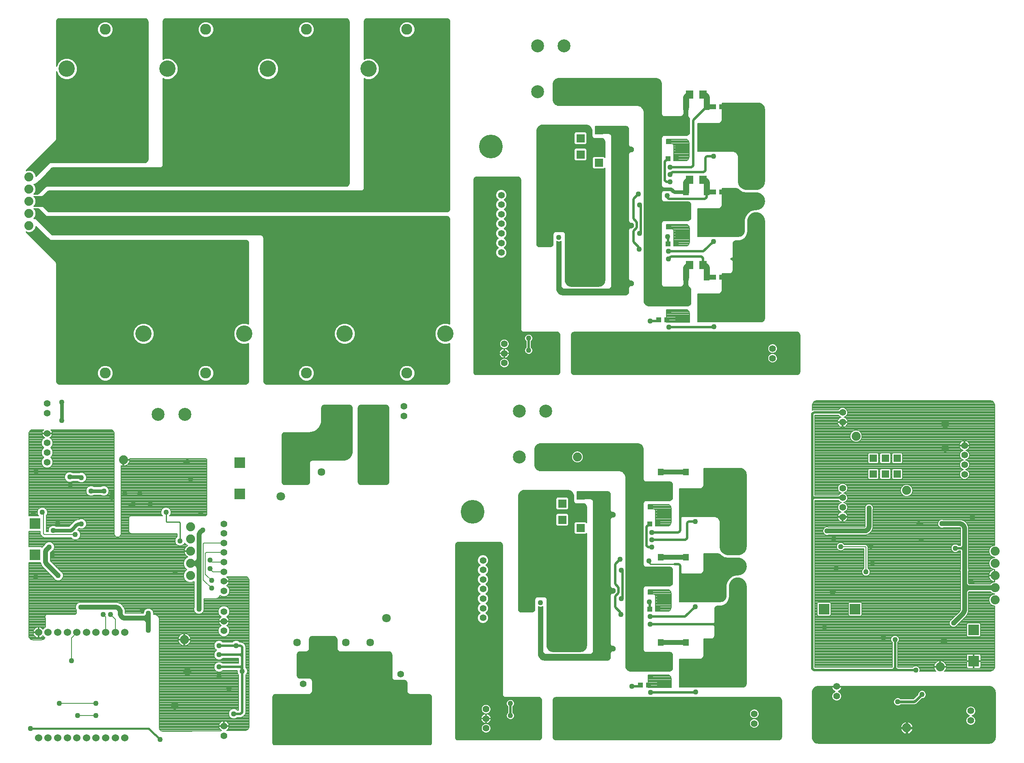
<source format=gbl>
G75*
G70*
%OFA0B0*%
%FSLAX24Y24*%
%IPPOS*%
%LPD*%
%AMOC8*
5,1,8,0,0,1.08239X$1,22.5*
%
%ADD10C,0.0740*%
%ADD11R,0.0886X0.0886*%
%ADD12R,0.0433X0.0433*%
%ADD13R,0.0500X0.0579*%
%ADD14R,0.1181X0.0630*%
%ADD15R,0.2470X0.2280*%
%ADD16C,0.1065*%
%ADD17C,0.0600*%
%ADD18C,0.0555*%
%ADD19C,0.0634*%
%ADD20C,0.0712*%
%ADD21R,0.0673X0.0673*%
%ADD22C,0.1950*%
%ADD23R,0.0634X0.0634*%
%ADD24C,0.0900*%
%ADD25C,0.1340*%
%ADD26R,0.0630X0.0709*%
%ADD27C,0.0436*%
%ADD28C,0.0080*%
%ADD29C,0.0400*%
%ADD30C,0.0300*%
%ADD31C,0.0200*%
%ADD32C,0.0050*%
%ADD33C,0.0100*%
%ADD34C,0.0160*%
%ADD35C,0.0240*%
%ADD36C,0.0650*%
%ADD37C,0.0945*%
%ADD38C,0.0120*%
%ADD39R,0.0436X0.0436*%
%ADD40C,0.0500*%
D10*
X014351Y009304D03*
X014851Y014554D03*
X014851Y015554D03*
X014851Y016554D03*
X014851Y017554D03*
X014851Y018554D03*
X009351Y024054D03*
X001601Y043304D03*
X001601Y044304D03*
X001601Y045304D03*
X001601Y046304D03*
X001601Y047304D03*
X046601Y024304D03*
X044851Y010054D03*
X038351Y007054D03*
X027601Y001554D03*
X069451Y026004D03*
X073601Y021554D03*
X080851Y016554D03*
X080851Y015554D03*
X080851Y014554D03*
X080851Y013554D03*
X080851Y012554D03*
X076351Y007054D03*
X073601Y002054D03*
D11*
X079101Y007525D03*
X079101Y010084D03*
X069380Y011804D03*
X066821Y011804D03*
X018901Y021275D03*
X018901Y023834D03*
X002101Y018834D03*
X002101Y016275D03*
D12*
X051766Y005554D03*
X052435Y005554D03*
X052601Y006220D03*
X052601Y006889D03*
X052516Y011804D03*
X053185Y011804D03*
X052601Y013220D03*
X052601Y013889D03*
X052516Y018804D03*
X053185Y018804D03*
X052601Y020220D03*
X052601Y020889D03*
X053266Y035554D03*
X053935Y035554D03*
X054101Y036220D03*
X054101Y036889D03*
X057766Y039054D03*
X058435Y039054D03*
X054685Y041804D03*
X054016Y041804D03*
X054101Y043220D03*
X054101Y043889D03*
X057766Y046054D03*
X058435Y046054D03*
X054685Y048804D03*
X054016Y048804D03*
X054101Y050220D03*
X054101Y050889D03*
X057766Y053054D03*
X058435Y053054D03*
D13*
X057197Y053054D03*
X055504Y053054D03*
X055504Y046054D03*
X057197Y046054D03*
X057197Y039054D03*
X055504Y039054D03*
X055504Y023054D03*
X057197Y023054D03*
X053447Y023054D03*
X051754Y023054D03*
X051754Y016054D03*
X053447Y016054D03*
X055504Y016054D03*
X057197Y016054D03*
X057197Y009054D03*
X055504Y009054D03*
X053447Y009054D03*
X051754Y009054D03*
D14*
X053691Y007454D03*
X053691Y005654D03*
X053691Y012654D03*
X053691Y014454D03*
X053691Y019654D03*
X053691Y021454D03*
X055191Y035654D03*
X055191Y037454D03*
X055191Y042654D03*
X055191Y044454D03*
X055191Y049654D03*
X055191Y051454D03*
D15*
X057726Y050554D03*
X057726Y043554D03*
X057726Y036554D03*
X056226Y020554D03*
X056226Y013554D03*
X056226Y006554D03*
D16*
X059771Y013654D03*
X059771Y015304D03*
X059771Y016954D03*
X043991Y024304D03*
X041821Y024304D03*
X041821Y028054D03*
X043991Y028054D03*
X029491Y027554D03*
X027321Y027554D03*
X027211Y025054D03*
X029381Y025054D03*
X014381Y027804D03*
X012211Y027804D03*
X043321Y054304D03*
X045491Y054304D03*
X045491Y058054D03*
X043321Y058054D03*
X061271Y046954D03*
X061271Y045304D03*
X061271Y043654D03*
D17*
X002388Y001224D03*
X003176Y001224D03*
X003963Y001224D03*
X004750Y001224D03*
X005538Y001224D03*
X006325Y001224D03*
X007113Y001224D03*
X007900Y001224D03*
X008687Y001224D03*
X009475Y001224D03*
X009475Y009885D03*
X008687Y009885D03*
X007900Y009885D03*
X007113Y009885D03*
X006325Y009885D03*
X005538Y009885D03*
X004750Y009885D03*
X003963Y009885D03*
X003176Y009885D03*
X002388Y009885D03*
D18*
X017601Y010017D03*
X017601Y010804D03*
X017601Y011592D03*
X017601Y013298D03*
X017601Y014086D03*
X017601Y014873D03*
X017601Y015661D03*
X017601Y016448D03*
X017601Y017235D03*
X017601Y018023D03*
X017601Y018810D03*
X032351Y027661D03*
X032351Y028448D03*
X040601Y032017D03*
X040601Y032804D03*
X040601Y033592D03*
X040351Y040298D03*
X040351Y041086D03*
X040351Y041873D03*
X040351Y042661D03*
X040351Y043448D03*
X040351Y044235D03*
X040351Y045023D03*
X040351Y045810D03*
X062601Y033198D03*
X062601Y032411D03*
X068351Y027948D03*
X068351Y027161D03*
X068351Y021735D03*
X068351Y020948D03*
X068351Y020161D03*
X068351Y019373D03*
X078351Y022873D03*
X078351Y023661D03*
X078351Y024448D03*
X078351Y025235D03*
X067851Y005448D03*
X067851Y004661D03*
X061101Y003198D03*
X061101Y002411D03*
X078851Y002661D03*
X078851Y003448D03*
X039101Y003592D03*
X039101Y002804D03*
X039101Y002017D03*
X032101Y005661D03*
X032101Y006448D03*
X038851Y010298D03*
X038851Y011086D03*
X038851Y011873D03*
X038851Y012661D03*
X038851Y013448D03*
X038851Y014235D03*
X038851Y015023D03*
X038851Y015810D03*
X024101Y006448D03*
X024101Y005661D03*
X017601Y002198D03*
X017601Y001411D03*
X003101Y023873D03*
X003101Y024661D03*
X003101Y025448D03*
X003101Y026235D03*
X003101Y027911D03*
X003101Y028698D03*
D19*
X023601Y023054D03*
X025601Y023054D03*
X029601Y023054D03*
X029601Y009054D03*
X027601Y009054D03*
X025601Y009054D03*
X023601Y009054D03*
D20*
X030931Y011054D03*
X022270Y021054D03*
D21*
X045351Y020474D03*
X045351Y019134D03*
X046851Y018464D03*
X046851Y019804D03*
X046851Y021144D03*
X048351Y048464D03*
X046851Y049134D03*
X048351Y049804D03*
X048351Y051144D03*
X046851Y050474D03*
D22*
X039481Y049804D03*
X037981Y019804D03*
D23*
X070871Y022904D03*
X071851Y022904D03*
X072831Y022904D03*
X072831Y024204D03*
X071851Y024204D03*
X070871Y024204D03*
D24*
X032601Y031194D03*
X024351Y031194D03*
X016101Y031194D03*
X007851Y031194D03*
X007851Y059414D03*
X016101Y059414D03*
X024351Y059414D03*
X032601Y059414D03*
D25*
X029451Y056179D03*
X021201Y056179D03*
X012951Y056179D03*
X004701Y056179D03*
X011001Y034429D03*
X019251Y034429D03*
X027501Y034429D03*
X035751Y034429D03*
D26*
X055800Y040054D03*
X056902Y040054D03*
X056902Y047054D03*
X055800Y047054D03*
X055800Y054054D03*
X056902Y054054D03*
D27*
X053151Y054904D03*
X052651Y054904D03*
X052151Y054904D03*
X051651Y054904D03*
X051151Y054904D03*
X051001Y049554D03*
X054201Y048104D03*
X054201Y047504D03*
X054201Y046904D03*
X053951Y045754D03*
X051601Y045904D03*
X051701Y045004D03*
X051001Y043304D03*
X051701Y042654D03*
X051651Y041354D03*
X054051Y041204D03*
X054051Y040554D03*
X054001Y042404D03*
X057751Y042004D03*
X051001Y038554D03*
X048451Y037854D03*
X047751Y038804D03*
X045071Y042314D03*
X041501Y040504D03*
X043451Y046654D03*
X043851Y048304D03*
X043851Y048804D03*
X043851Y049304D03*
X043851Y049804D03*
X043851Y050304D03*
X043851Y050804D03*
X043851Y051304D03*
X057751Y049004D03*
X052551Y035454D03*
X054101Y034954D03*
X057801Y035004D03*
X048201Y033504D03*
X047551Y032554D03*
X043601Y031604D03*
X042601Y033054D03*
X042601Y034054D03*
X049651Y024904D03*
X050151Y024904D03*
X050651Y024904D03*
X051151Y024904D03*
X051651Y024904D03*
X049501Y019554D03*
X052701Y018104D03*
X052701Y017504D03*
X052701Y016904D03*
X052451Y015754D03*
X050101Y015904D03*
X050201Y015004D03*
X049501Y013304D03*
X050201Y012654D03*
X050151Y011354D03*
X052551Y011204D03*
X052551Y010554D03*
X052501Y012404D03*
X056251Y012004D03*
X049501Y008554D03*
X046951Y007854D03*
X046251Y008804D03*
X043571Y012314D03*
X040001Y010504D03*
X041951Y016654D03*
X042351Y018304D03*
X042351Y018804D03*
X042351Y019304D03*
X042351Y019804D03*
X042351Y020304D03*
X042351Y020804D03*
X042351Y021304D03*
X056251Y019004D03*
X067071Y018214D03*
X067631Y017574D03*
X068191Y016934D03*
X067826Y015129D03*
X067501Y013229D03*
X070271Y014854D03*
X070801Y015554D03*
X070651Y016954D03*
X074801Y017454D03*
X074601Y018804D03*
X076501Y018814D03*
X077601Y016804D03*
X078351Y015004D03*
X078901Y014079D03*
X077451Y010654D03*
X076591Y009174D03*
X074351Y006804D03*
X074851Y004804D03*
X072851Y004204D03*
X071501Y005004D03*
X074851Y002804D03*
X072651Y009304D03*
X071701Y009454D03*
X066876Y010304D03*
X056301Y005004D03*
X052601Y004954D03*
X051051Y005454D03*
X046701Y003504D03*
X046051Y002554D03*
X042101Y001604D03*
X041101Y003054D03*
X041101Y004054D03*
X031601Y003304D03*
X024601Y002054D03*
X018401Y003204D03*
X017201Y006304D03*
X017201Y007054D03*
X017201Y008054D03*
X017201Y008804D03*
X018601Y008804D03*
X019101Y006704D03*
X015551Y011804D03*
X016591Y013514D03*
X016581Y014154D03*
X016471Y015114D03*
X016471Y015834D03*
X014001Y017404D03*
X015851Y018304D03*
X015701Y019704D03*
X012851Y019754D03*
X011551Y020404D03*
X010151Y020414D03*
X010701Y021254D03*
X009451Y021254D03*
X008401Y020954D03*
X007751Y021504D03*
X006701Y021504D03*
X005901Y022604D03*
X004951Y022654D03*
X004991Y021994D03*
X002211Y023134D03*
X002701Y019754D03*
X001951Y019674D03*
X003951Y018874D03*
X003601Y018254D03*
X005411Y017914D03*
X005901Y018804D03*
X003266Y016904D03*
X003521Y016224D03*
X004001Y014554D03*
X002171Y014414D03*
X005851Y011954D03*
X007701Y011354D03*
X008301Y011354D03*
X010891Y011694D03*
X011401Y011454D03*
X011401Y010054D03*
X005101Y007554D03*
X004101Y004054D03*
X005601Y003054D03*
X007101Y003054D03*
X007101Y004054D03*
X001731Y001994D03*
X012356Y001079D03*
X013591Y014824D03*
X014861Y022494D03*
X014601Y023904D03*
X004301Y027304D03*
X004301Y028804D03*
X070521Y020094D03*
D28*
X070859Y020112D02*
X080831Y020112D01*
X080831Y020190D02*
X070847Y020190D01*
X070859Y020162D02*
X070807Y020286D01*
X070712Y020381D01*
X070588Y020432D01*
X070454Y020432D01*
X070329Y020381D01*
X070234Y020286D01*
X070183Y020162D01*
X070183Y020027D01*
X070201Y019983D01*
X070201Y018678D01*
X070201Y018644D01*
X070201Y018614D01*
X070199Y018599D01*
X070187Y018570D01*
X070165Y018548D01*
X070136Y018536D01*
X070121Y018534D01*
X067182Y018534D01*
X067138Y018552D01*
X067004Y018552D01*
X066879Y018501D01*
X066784Y018406D01*
X066733Y018282D01*
X066733Y018147D01*
X066784Y018023D01*
X066879Y017928D01*
X067004Y017876D01*
X067138Y017876D01*
X067182Y017894D01*
X070184Y017894D01*
X070264Y017894D01*
X070529Y018004D01*
X070731Y018206D01*
X070731Y018206D01*
X070731Y018206D01*
X070841Y018471D01*
X070841Y018471D01*
X070841Y018551D01*
X070841Y018645D01*
X070841Y018678D01*
X070841Y019983D01*
X070859Y020027D01*
X070859Y020162D01*
X070815Y020269D02*
X080831Y020269D01*
X080831Y020347D02*
X070746Y020347D01*
X070604Y020426D02*
X080831Y020426D01*
X080831Y020504D02*
X068560Y020504D01*
X068576Y020498D02*
X068439Y020554D01*
X068576Y020611D01*
X068688Y020723D01*
X068748Y020869D01*
X068748Y021027D01*
X068688Y021173D01*
X068576Y021285D01*
X068439Y021342D01*
X068576Y021398D01*
X068688Y021510D01*
X068748Y021656D01*
X068748Y021814D01*
X068688Y021961D01*
X068576Y022072D01*
X068430Y022133D01*
X068272Y022133D01*
X068126Y022072D01*
X068014Y021961D01*
X067953Y021814D01*
X067953Y021656D01*
X068014Y021510D01*
X068126Y021398D01*
X068263Y021342D01*
X068126Y021285D01*
X068014Y021173D01*
X068012Y021168D01*
X066071Y021168D01*
X066071Y021212D01*
X066071Y021239D01*
X066071Y027657D01*
X066071Y027728D01*
X066124Y027728D01*
X066142Y027728D01*
X068012Y027728D01*
X068014Y027723D01*
X068126Y027611D01*
X068240Y027564D01*
X068191Y027547D01*
X068132Y027518D01*
X068079Y027479D01*
X068032Y027433D01*
X067994Y027379D01*
X067964Y027321D01*
X067944Y027258D01*
X067934Y027199D01*
X068312Y027199D01*
X068312Y027122D01*
X067934Y027122D01*
X067944Y027063D01*
X067964Y027000D01*
X067994Y026942D01*
X068032Y026889D01*
X068079Y026842D01*
X068132Y026804D01*
X068191Y026774D01*
X068253Y026753D01*
X068312Y026744D01*
X068312Y027122D01*
X068390Y027122D01*
X068390Y027199D01*
X068767Y027199D01*
X068758Y027258D01*
X068738Y027321D01*
X068708Y027379D01*
X068669Y027433D01*
X068623Y027479D01*
X068570Y027518D01*
X068511Y027547D01*
X068461Y027564D01*
X068576Y027611D01*
X068688Y027723D01*
X068748Y027869D01*
X068748Y028027D01*
X068688Y028173D01*
X068576Y028285D01*
X068430Y028345D01*
X068272Y028345D01*
X068126Y028285D01*
X068014Y028173D01*
X068012Y028168D01*
X066142Y028168D01*
X066124Y028168D01*
X065960Y028168D01*
X065938Y028168D01*
X065871Y028129D01*
X065871Y028534D01*
X065877Y028604D01*
X065895Y028671D01*
X065924Y028734D01*
X065964Y028791D01*
X066014Y028841D01*
X066071Y028881D01*
X066134Y028910D01*
X066201Y028928D01*
X066271Y028934D01*
X080431Y028934D01*
X080500Y028928D01*
X080568Y028910D01*
X080631Y028881D01*
X080688Y028841D01*
X080737Y028791D01*
X080777Y028734D01*
X080807Y028671D01*
X080825Y028604D01*
X080831Y028534D01*
X080831Y017044D01*
X080753Y017044D01*
X080573Y016970D01*
X080435Y016832D01*
X080361Y016652D01*
X080361Y016457D01*
X080435Y016277D01*
X080573Y016139D01*
X080753Y016064D01*
X080831Y016064D01*
X080831Y016044D01*
X080753Y016044D01*
X080573Y015970D01*
X080435Y015832D01*
X080361Y015652D01*
X080361Y015457D01*
X080435Y015277D01*
X080573Y015139D01*
X080753Y015064D01*
X080831Y015064D01*
X080831Y014594D01*
X080811Y014594D01*
X080811Y014514D01*
X080831Y014514D01*
X080831Y014044D01*
X080753Y014044D01*
X080573Y013970D01*
X080478Y013874D01*
X078751Y013874D01*
X078735Y013876D01*
X078706Y013888D01*
X078684Y013910D01*
X078672Y013939D01*
X078671Y013954D01*
X078671Y014018D01*
X078671Y014893D01*
X078689Y014937D01*
X078689Y015072D01*
X078671Y015115D01*
X078671Y018351D01*
X078671Y018375D01*
X078671Y018478D01*
X078671Y018557D01*
X078671Y018558D01*
X078561Y018822D01*
X078359Y019025D01*
X078359Y019025D01*
X078094Y019134D01*
X078014Y019134D01*
X076612Y019134D01*
X076568Y019152D01*
X076434Y019152D01*
X076309Y019101D01*
X076214Y019006D01*
X076163Y018882D01*
X076163Y018747D01*
X076214Y018623D01*
X076309Y018528D01*
X076434Y018476D01*
X076568Y018476D01*
X076612Y018494D01*
X077951Y018494D01*
X077966Y018493D01*
X077995Y018481D01*
X078017Y018459D01*
X078029Y018430D01*
X078031Y018414D01*
X078031Y018375D01*
X078031Y018351D01*
X078031Y017024D01*
X077960Y017024D01*
X077859Y017024D01*
X077792Y017091D01*
X077668Y017142D01*
X077534Y017142D01*
X077409Y017091D01*
X077314Y016996D01*
X077263Y016872D01*
X077263Y016737D01*
X077314Y016613D01*
X077409Y016518D01*
X077534Y016466D01*
X077668Y016466D01*
X077792Y016518D01*
X077859Y016584D01*
X077960Y016584D01*
X078031Y016584D01*
X078031Y015115D01*
X078013Y015072D01*
X078013Y014937D01*
X078031Y014893D01*
X078031Y014018D01*
X078031Y011740D01*
X078029Y011724D01*
X078017Y011696D01*
X078008Y011684D01*
X077964Y011640D01*
X077962Y011638D01*
X077948Y011604D01*
X077303Y010959D01*
X077259Y010941D01*
X077164Y010846D01*
X077113Y010722D01*
X077113Y010587D01*
X077164Y010463D01*
X077259Y010368D01*
X077384Y010316D01*
X077518Y010316D01*
X077642Y010368D01*
X077737Y010463D01*
X077755Y010506D01*
X078491Y011242D01*
X078498Y011249D01*
X078512Y011283D01*
X078561Y011332D01*
X078671Y011597D01*
X078671Y011676D01*
X078671Y013154D01*
X078672Y013170D01*
X078684Y013199D01*
X078706Y013221D01*
X078735Y013233D01*
X078751Y013234D01*
X080478Y013234D01*
X080573Y013139D01*
X080753Y013064D01*
X080831Y013064D01*
X080831Y013044D01*
X080753Y013044D01*
X080573Y012970D01*
X080435Y012832D01*
X080361Y012652D01*
X080361Y012457D01*
X080435Y012277D01*
X080573Y012139D01*
X080753Y012064D01*
X080831Y012064D01*
X080831Y007094D01*
X080825Y007025D01*
X080807Y006958D01*
X080777Y006894D01*
X080737Y006837D01*
X080688Y006788D01*
X080631Y006748D01*
X080568Y006718D01*
X080500Y006700D01*
X080431Y006694D01*
X076712Y006694D01*
X076740Y006722D01*
X076787Y006787D01*
X076823Y006859D01*
X076848Y006935D01*
X076861Y007014D01*
X076861Y007014D01*
X076391Y007014D01*
X076391Y007094D01*
X076861Y007094D01*
X076861Y007094D01*
X076848Y007174D01*
X076823Y007250D01*
X076787Y007322D01*
X076740Y007387D01*
X076683Y007443D01*
X076618Y007490D01*
X076547Y007527D01*
X076470Y007552D01*
X076391Y007564D01*
X076391Y007564D01*
X076391Y007094D01*
X076311Y007094D01*
X076311Y007014D01*
X075841Y007014D01*
X075853Y006935D01*
X075878Y006859D01*
X075915Y006787D01*
X075962Y006722D01*
X075990Y006694D01*
X074671Y006694D01*
X074689Y006737D01*
X074689Y006872D01*
X074637Y006996D01*
X074542Y007091D01*
X074418Y007142D01*
X074284Y007142D01*
X074159Y007091D01*
X074093Y007024D01*
X072901Y007024D01*
X072895Y007025D01*
X072884Y007029D01*
X072876Y007038D01*
X072871Y007048D01*
X072871Y007054D01*
X072871Y007113D01*
X072871Y007145D01*
X072871Y009046D01*
X072937Y009113D01*
X072989Y009237D01*
X072989Y009372D01*
X072937Y009496D01*
X072842Y009591D01*
X072718Y009642D01*
X072584Y009642D01*
X072459Y009591D01*
X072364Y009496D01*
X072313Y009372D01*
X072313Y009237D01*
X072364Y009113D01*
X072431Y009046D01*
X072431Y007145D01*
X072431Y007113D01*
X072431Y007054D01*
X072430Y007048D01*
X072426Y007038D01*
X072417Y007029D01*
X072407Y007025D01*
X072401Y007024D01*
X066071Y007024D01*
X066071Y020657D01*
X066071Y020728D01*
X068012Y020728D01*
X068014Y020723D01*
X068126Y020611D01*
X068263Y020554D01*
X068126Y020498D01*
X068014Y020386D01*
X067953Y020240D01*
X067953Y020082D01*
X068014Y019935D01*
X068126Y019824D01*
X068240Y019776D01*
X068191Y019760D01*
X068132Y019730D01*
X068079Y019692D01*
X068032Y019645D01*
X067994Y019592D01*
X067964Y019533D01*
X067944Y019471D01*
X067934Y019412D01*
X068312Y019412D01*
X068312Y019334D01*
X068390Y019334D01*
X068390Y019412D01*
X068767Y019412D01*
X068758Y019471D01*
X068738Y019533D01*
X068708Y019592D01*
X068669Y019645D01*
X068623Y019692D01*
X068570Y019730D01*
X068511Y019760D01*
X068461Y019776D01*
X068576Y019824D01*
X068688Y019935D01*
X068748Y020082D01*
X068748Y020240D01*
X068688Y020386D01*
X068576Y020498D01*
X068648Y020426D02*
X070438Y020426D01*
X070296Y020347D02*
X068704Y020347D01*
X068736Y020269D02*
X070227Y020269D01*
X070195Y020190D02*
X068748Y020190D01*
X068748Y020112D02*
X070183Y020112D01*
X070183Y020033D02*
X068728Y020033D01*
X068696Y019955D02*
X070201Y019955D01*
X070201Y019876D02*
X068628Y019876D01*
X068513Y019797D02*
X070201Y019797D01*
X070201Y019719D02*
X068585Y019719D01*
X068673Y019640D02*
X070201Y019640D01*
X070201Y019562D02*
X068723Y019562D01*
X068754Y019483D02*
X070201Y019483D01*
X070201Y019405D02*
X068390Y019405D01*
X068390Y019334D02*
X068767Y019334D01*
X068758Y019275D01*
X068738Y019213D01*
X068708Y019154D01*
X068669Y019101D01*
X068623Y019055D01*
X068570Y019016D01*
X068511Y018986D01*
X068449Y018966D01*
X068390Y018957D01*
X068390Y019334D01*
X068390Y019326D02*
X068312Y019326D01*
X068312Y019334D02*
X068312Y018957D01*
X068253Y018966D01*
X068191Y018986D01*
X068132Y019016D01*
X068079Y019055D01*
X068032Y019101D01*
X067994Y019154D01*
X067964Y019213D01*
X067944Y019275D01*
X067934Y019334D01*
X068312Y019334D01*
X068312Y019405D02*
X066071Y019405D01*
X066071Y019483D02*
X067948Y019483D01*
X067978Y019562D02*
X066071Y019562D01*
X066071Y019640D02*
X068029Y019640D01*
X068116Y019719D02*
X066071Y019719D01*
X066071Y019797D02*
X068189Y019797D01*
X068073Y019876D02*
X066071Y019876D01*
X066071Y019955D02*
X068006Y019955D01*
X067973Y020033D02*
X066071Y020033D01*
X066071Y020112D02*
X067953Y020112D01*
X067953Y020190D02*
X066071Y020190D01*
X066071Y020269D02*
X067965Y020269D01*
X067998Y020347D02*
X066071Y020347D01*
X066071Y020426D02*
X068054Y020426D01*
X068142Y020504D02*
X066071Y020504D01*
X066071Y020583D02*
X068194Y020583D01*
X068075Y020661D02*
X066071Y020661D01*
X066071Y021211D02*
X068052Y021211D01*
X068137Y021290D02*
X066071Y021290D01*
X066071Y021368D02*
X068198Y021368D01*
X068077Y021447D02*
X066071Y021447D01*
X066071Y021525D02*
X068008Y021525D01*
X067975Y021604D02*
X066071Y021604D01*
X066071Y021682D02*
X067953Y021682D01*
X067953Y021761D02*
X066071Y021761D01*
X066071Y021840D02*
X067964Y021840D01*
X067996Y021918D02*
X066071Y021918D01*
X066071Y021997D02*
X068050Y021997D01*
X068132Y022075D02*
X066071Y022075D01*
X066071Y022154D02*
X080831Y022154D01*
X080831Y022232D02*
X066071Y022232D01*
X066071Y022311D02*
X080831Y022311D01*
X080831Y022389D02*
X066071Y022389D01*
X066071Y022468D02*
X070504Y022468D01*
X070504Y022467D02*
X071237Y022467D01*
X071308Y022538D01*
X071308Y023271D01*
X071237Y023341D01*
X070504Y023341D01*
X070434Y023271D01*
X070434Y022538D01*
X070504Y022467D01*
X070434Y022546D02*
X066071Y022546D01*
X066071Y022625D02*
X070434Y022625D01*
X070434Y022704D02*
X066071Y022704D01*
X066071Y022782D02*
X070434Y022782D01*
X070434Y022861D02*
X066071Y022861D01*
X066071Y022939D02*
X070434Y022939D01*
X070434Y023018D02*
X066071Y023018D01*
X066071Y023096D02*
X070434Y023096D01*
X070434Y023175D02*
X066071Y023175D01*
X066071Y023253D02*
X070434Y023253D01*
X070495Y023332D02*
X066071Y023332D01*
X066071Y023410D02*
X078039Y023410D01*
X078014Y023435D02*
X078126Y023324D01*
X078263Y023267D01*
X078126Y023210D01*
X078014Y023098D01*
X077953Y022952D01*
X077953Y022794D01*
X078014Y022648D01*
X078126Y022536D01*
X078272Y022476D01*
X078430Y022476D01*
X078576Y022536D01*
X078688Y022648D01*
X078748Y022794D01*
X078748Y022952D01*
X078688Y023098D01*
X078576Y023210D01*
X078439Y023267D01*
X078576Y023324D01*
X078688Y023435D01*
X078748Y023582D01*
X078748Y023740D01*
X078688Y023886D01*
X078576Y023998D01*
X078439Y024054D01*
X078576Y024111D01*
X078688Y024223D01*
X078748Y024369D01*
X078748Y024527D01*
X078688Y024673D01*
X078576Y024785D01*
X078461Y024832D01*
X078511Y024849D01*
X078570Y024878D01*
X078623Y024917D01*
X078669Y024963D01*
X078708Y025017D01*
X078738Y025075D01*
X078758Y025138D01*
X078767Y025197D01*
X078390Y025197D01*
X078390Y025274D01*
X078767Y025274D01*
X078758Y025333D01*
X078738Y025396D01*
X078708Y025454D01*
X078669Y025507D01*
X078623Y025554D01*
X078570Y025592D01*
X078511Y025622D01*
X078449Y025643D01*
X078390Y025652D01*
X078390Y025274D01*
X078312Y025274D01*
X078312Y025197D01*
X077934Y025197D01*
X077944Y025138D01*
X077964Y025075D01*
X077994Y025017D01*
X078032Y024963D01*
X078079Y024917D01*
X078132Y024878D01*
X078191Y024849D01*
X078240Y024832D01*
X078126Y024785D01*
X078014Y024673D01*
X077953Y024527D01*
X077953Y024369D01*
X078014Y024223D01*
X078126Y024111D01*
X078263Y024054D01*
X078126Y023998D01*
X078014Y023886D01*
X077953Y023740D01*
X077953Y023582D01*
X078014Y023435D01*
X077992Y023489D02*
X066071Y023489D01*
X066071Y023568D02*
X077959Y023568D01*
X077953Y023646D02*
X066071Y023646D01*
X066071Y023725D02*
X077953Y023725D01*
X077980Y023803D02*
X073233Y023803D01*
X073268Y023838D02*
X073268Y024571D01*
X073197Y024641D01*
X072464Y024641D01*
X072394Y024571D01*
X072394Y023838D01*
X072464Y023767D01*
X073197Y023767D01*
X073268Y023838D01*
X073268Y023882D02*
X078012Y023882D01*
X078088Y023960D02*
X073268Y023960D01*
X073268Y024039D02*
X078225Y024039D01*
X078119Y024117D02*
X073268Y024117D01*
X073268Y024196D02*
X078041Y024196D01*
X077992Y024274D02*
X073268Y024274D01*
X073268Y024353D02*
X077960Y024353D01*
X077953Y024431D02*
X073268Y024431D01*
X073268Y024510D02*
X077953Y024510D01*
X077979Y024589D02*
X073250Y024589D01*
X072412Y024589D02*
X072270Y024589D01*
X072288Y024571D02*
X072217Y024641D01*
X071484Y024641D01*
X071414Y024571D01*
X071414Y023838D01*
X071484Y023767D01*
X072217Y023767D01*
X072288Y023838D01*
X072288Y024571D01*
X072288Y024510D02*
X072394Y024510D01*
X072394Y024431D02*
X072288Y024431D01*
X072288Y024353D02*
X072394Y024353D01*
X072394Y024274D02*
X072288Y024274D01*
X072288Y024196D02*
X072394Y024196D01*
X072394Y024117D02*
X072288Y024117D01*
X072288Y024039D02*
X072394Y024039D01*
X072394Y023960D02*
X072288Y023960D01*
X072288Y023882D02*
X072394Y023882D01*
X072429Y023803D02*
X072253Y023803D01*
X072217Y023341D02*
X071484Y023341D01*
X071414Y023271D01*
X071414Y022538D01*
X071484Y022467D01*
X072217Y022467D01*
X072288Y022538D01*
X072288Y023271D01*
X072217Y023341D01*
X072227Y023332D02*
X072455Y023332D01*
X072464Y023341D02*
X072394Y023271D01*
X072394Y022538D01*
X072464Y022467D01*
X073197Y022467D01*
X073268Y022538D01*
X073268Y023271D01*
X073197Y023341D01*
X072464Y023341D01*
X072394Y023253D02*
X072288Y023253D01*
X072288Y023175D02*
X072394Y023175D01*
X072394Y023096D02*
X072288Y023096D01*
X072288Y023018D02*
X072394Y023018D01*
X072394Y022939D02*
X072288Y022939D01*
X072288Y022861D02*
X072394Y022861D01*
X072394Y022782D02*
X072288Y022782D01*
X072288Y022704D02*
X072394Y022704D01*
X072394Y022625D02*
X072288Y022625D01*
X072288Y022546D02*
X072394Y022546D01*
X072464Y022468D02*
X072218Y022468D01*
X071484Y022468D02*
X071238Y022468D01*
X071308Y022546D02*
X071414Y022546D01*
X071414Y022625D02*
X071308Y022625D01*
X071308Y022704D02*
X071414Y022704D01*
X071414Y022782D02*
X071308Y022782D01*
X071308Y022861D02*
X071414Y022861D01*
X071414Y022939D02*
X071308Y022939D01*
X071308Y023018D02*
X071414Y023018D01*
X071414Y023096D02*
X071308Y023096D01*
X071308Y023175D02*
X071414Y023175D01*
X071414Y023253D02*
X071308Y023253D01*
X071247Y023332D02*
X071475Y023332D01*
X071449Y023803D02*
X071273Y023803D01*
X071308Y023838D02*
X071308Y024571D01*
X071237Y024641D01*
X070504Y024641D01*
X070434Y024571D01*
X070434Y023838D01*
X070504Y023767D01*
X071237Y023767D01*
X071308Y023838D01*
X071308Y023882D02*
X071414Y023882D01*
X071414Y023960D02*
X071308Y023960D01*
X071308Y024039D02*
X071414Y024039D01*
X071414Y024117D02*
X071308Y024117D01*
X071308Y024196D02*
X071414Y024196D01*
X071414Y024274D02*
X071308Y024274D01*
X071308Y024353D02*
X071414Y024353D01*
X071414Y024431D02*
X071308Y024431D01*
X071308Y024510D02*
X071414Y024510D01*
X071432Y024589D02*
X071290Y024589D01*
X070452Y024589D02*
X066071Y024589D01*
X066071Y024667D02*
X078011Y024667D01*
X078086Y024746D02*
X066071Y024746D01*
X066071Y024824D02*
X078220Y024824D01*
X078098Y024903D02*
X066071Y024903D01*
X066071Y024981D02*
X078019Y024981D01*
X077972Y025060D02*
X066071Y025060D01*
X066071Y025138D02*
X077943Y025138D01*
X077934Y025274D02*
X078312Y025274D01*
X078312Y025652D01*
X078253Y025643D01*
X078191Y025622D01*
X078132Y025592D01*
X078079Y025554D01*
X078032Y025507D01*
X077994Y025454D01*
X077964Y025396D01*
X077944Y025333D01*
X077934Y025274D01*
X077938Y025295D02*
X066071Y025295D01*
X066071Y025217D02*
X078312Y025217D01*
X078390Y025217D02*
X080831Y025217D01*
X080831Y025295D02*
X078764Y025295D01*
X078745Y025374D02*
X080831Y025374D01*
X080831Y025453D02*
X078709Y025453D01*
X078645Y025531D02*
X080831Y025531D01*
X080831Y025610D02*
X078536Y025610D01*
X078390Y025610D02*
X078312Y025610D01*
X078312Y025531D02*
X078390Y025531D01*
X078390Y025453D02*
X078312Y025453D01*
X078312Y025374D02*
X078390Y025374D01*
X078390Y025295D02*
X078312Y025295D01*
X078166Y025610D02*
X069749Y025610D01*
X069728Y025589D02*
X069866Y025727D01*
X069941Y025907D01*
X069941Y026102D01*
X069866Y026282D01*
X069728Y026420D01*
X069548Y026494D01*
X069353Y026494D01*
X069173Y026420D01*
X069035Y026282D01*
X068961Y026102D01*
X068961Y025907D01*
X069035Y025727D01*
X069173Y025589D01*
X069353Y025514D01*
X069548Y025514D01*
X069728Y025589D01*
X069828Y025688D02*
X080831Y025688D01*
X080831Y025767D02*
X069883Y025767D01*
X069915Y025845D02*
X080831Y025845D01*
X080831Y025924D02*
X069941Y025924D01*
X069941Y026002D02*
X080831Y026002D01*
X080831Y026081D02*
X069941Y026081D01*
X069917Y026159D02*
X080831Y026159D01*
X080831Y026238D02*
X069884Y026238D01*
X069831Y026317D02*
X080831Y026317D01*
X080831Y026395D02*
X069753Y026395D01*
X069598Y026474D02*
X080831Y026474D01*
X080831Y026552D02*
X066071Y026552D01*
X066071Y026474D02*
X069303Y026474D01*
X069149Y026395D02*
X066071Y026395D01*
X066071Y026317D02*
X069070Y026317D01*
X069017Y026238D02*
X066071Y026238D01*
X066071Y026159D02*
X068985Y026159D01*
X068961Y026081D02*
X066071Y026081D01*
X066071Y026002D02*
X068961Y026002D01*
X068961Y025924D02*
X066071Y025924D01*
X066071Y025845D02*
X068986Y025845D01*
X069019Y025767D02*
X066071Y025767D01*
X066071Y025688D02*
X069074Y025688D01*
X069152Y025610D02*
X066071Y025610D01*
X066071Y025531D02*
X069313Y025531D01*
X069589Y025531D02*
X078056Y025531D01*
X077993Y025453D02*
X066071Y025453D01*
X066071Y025374D02*
X077957Y025374D01*
X078481Y024824D02*
X080831Y024824D01*
X080831Y024746D02*
X078615Y024746D01*
X078690Y024667D02*
X080831Y024667D01*
X080831Y024589D02*
X078723Y024589D01*
X078748Y024510D02*
X080831Y024510D01*
X080831Y024431D02*
X078748Y024431D01*
X078742Y024353D02*
X080831Y024353D01*
X080831Y024274D02*
X078709Y024274D01*
X078661Y024196D02*
X080831Y024196D01*
X080831Y024117D02*
X078582Y024117D01*
X078476Y024039D02*
X080831Y024039D01*
X080831Y023960D02*
X078613Y023960D01*
X078689Y023882D02*
X080831Y023882D01*
X080831Y023803D02*
X078722Y023803D01*
X078748Y023725D02*
X080831Y023725D01*
X080831Y023646D02*
X078748Y023646D01*
X078742Y023568D02*
X080831Y023568D01*
X080831Y023489D02*
X078710Y023489D01*
X078663Y023410D02*
X080831Y023410D01*
X080831Y023332D02*
X078584Y023332D01*
X078472Y023253D02*
X080831Y023253D01*
X080831Y023175D02*
X078611Y023175D01*
X078689Y023096D02*
X080831Y023096D01*
X080831Y023018D02*
X078721Y023018D01*
X078748Y022939D02*
X080831Y022939D01*
X080831Y022861D02*
X078748Y022861D01*
X078743Y022782D02*
X080831Y022782D01*
X080831Y022704D02*
X078711Y022704D01*
X078665Y022625D02*
X080831Y022625D01*
X080831Y022546D02*
X078586Y022546D01*
X078115Y022546D02*
X073268Y022546D01*
X073268Y022625D02*
X078037Y022625D01*
X077991Y022704D02*
X073268Y022704D01*
X073268Y022782D02*
X077958Y022782D01*
X077953Y022861D02*
X073268Y022861D01*
X073268Y022939D02*
X077953Y022939D01*
X077980Y023018D02*
X073268Y023018D01*
X073268Y023096D02*
X078013Y023096D01*
X078090Y023175D02*
X073268Y023175D01*
X073268Y023253D02*
X078230Y023253D01*
X078117Y023332D02*
X073207Y023332D01*
X073198Y022468D02*
X080831Y022468D01*
X080831Y022075D02*
X068569Y022075D01*
X068652Y021997D02*
X073388Y021997D01*
X073323Y021970D02*
X073185Y021832D01*
X073111Y021652D01*
X073111Y021457D01*
X073185Y021277D01*
X073323Y021139D01*
X073503Y021064D01*
X073698Y021064D01*
X073878Y021139D01*
X074016Y021277D01*
X074091Y021457D01*
X074091Y021652D01*
X074016Y021832D01*
X073878Y021970D01*
X073698Y022044D01*
X073503Y022044D01*
X073323Y021970D01*
X073272Y021918D02*
X068705Y021918D01*
X068738Y021840D02*
X073193Y021840D01*
X073156Y021761D02*
X068748Y021761D01*
X068748Y021682D02*
X073124Y021682D01*
X073111Y021604D02*
X068726Y021604D01*
X068694Y021525D02*
X073111Y021525D01*
X073115Y021447D02*
X068624Y021447D01*
X068503Y021368D02*
X073147Y021368D01*
X073180Y021290D02*
X068564Y021290D01*
X068650Y021211D02*
X073251Y021211D01*
X073338Y021133D02*
X068704Y021133D01*
X068737Y021054D02*
X080831Y021054D01*
X080831Y020976D02*
X068748Y020976D01*
X068748Y020897D02*
X080831Y020897D01*
X080831Y020819D02*
X068727Y020819D01*
X068695Y020740D02*
X080831Y020740D01*
X080831Y020661D02*
X068626Y020661D01*
X068508Y020583D02*
X080831Y020583D01*
X080831Y021133D02*
X073863Y021133D01*
X073951Y021211D02*
X080831Y021211D01*
X080831Y021290D02*
X074022Y021290D01*
X074054Y021368D02*
X080831Y021368D01*
X080831Y021447D02*
X074087Y021447D01*
X074091Y021525D02*
X080831Y021525D01*
X080831Y021604D02*
X074091Y021604D01*
X074078Y021682D02*
X080831Y021682D01*
X080831Y021761D02*
X074046Y021761D01*
X074008Y021840D02*
X080831Y021840D01*
X080831Y021918D02*
X073930Y021918D01*
X073813Y021997D02*
X080831Y021997D01*
X080831Y020033D02*
X070859Y020033D01*
X070841Y019955D02*
X080831Y019955D01*
X080831Y019876D02*
X070841Y019876D01*
X070841Y019797D02*
X080831Y019797D01*
X080831Y019719D02*
X070841Y019719D01*
X070841Y019640D02*
X080831Y019640D01*
X080831Y019562D02*
X070841Y019562D01*
X070841Y019483D02*
X080831Y019483D01*
X080831Y019405D02*
X070841Y019405D01*
X070841Y019326D02*
X080831Y019326D01*
X080831Y019248D02*
X070841Y019248D01*
X070841Y019169D02*
X080831Y019169D01*
X080831Y019091D02*
X078200Y019091D01*
X078094Y019134D02*
X078094Y019134D01*
X078371Y019012D02*
X080831Y019012D01*
X080831Y018933D02*
X078450Y018933D01*
X078528Y018855D02*
X080831Y018855D01*
X080831Y018776D02*
X078580Y018776D01*
X078561Y018822D02*
X078561Y018822D01*
X078613Y018698D02*
X080831Y018698D01*
X080831Y018619D02*
X078645Y018619D01*
X078671Y018541D02*
X080831Y018541D01*
X080831Y018462D02*
X078671Y018462D01*
X078671Y018384D02*
X080831Y018384D01*
X080831Y018305D02*
X078671Y018305D01*
X078671Y018227D02*
X080831Y018227D01*
X080831Y018148D02*
X078671Y018148D01*
X078671Y018069D02*
X080831Y018069D01*
X080831Y017991D02*
X078671Y017991D01*
X078671Y017912D02*
X080831Y017912D01*
X080831Y017834D02*
X078671Y017834D01*
X078671Y017755D02*
X080831Y017755D01*
X080831Y017677D02*
X078671Y017677D01*
X078671Y017598D02*
X080831Y017598D01*
X080831Y017520D02*
X078671Y017520D01*
X078671Y017441D02*
X080831Y017441D01*
X080831Y017363D02*
X078671Y017363D01*
X078671Y017284D02*
X080831Y017284D01*
X080831Y017206D02*
X078671Y017206D01*
X078671Y017127D02*
X080831Y017127D01*
X080831Y017048D02*
X078671Y017048D01*
X078671Y016970D02*
X080574Y016970D01*
X080495Y016891D02*
X078671Y016891D01*
X078671Y016813D02*
X080428Y016813D01*
X080395Y016734D02*
X078671Y016734D01*
X078671Y016656D02*
X080362Y016656D01*
X080361Y016577D02*
X078671Y016577D01*
X078671Y016499D02*
X080361Y016499D01*
X080376Y016420D02*
X078671Y016420D01*
X078671Y016342D02*
X080409Y016342D01*
X080449Y016263D02*
X078671Y016263D01*
X078671Y016184D02*
X080528Y016184D01*
X080653Y016106D02*
X078671Y016106D01*
X078671Y016027D02*
X080712Y016027D01*
X080552Y015949D02*
X078671Y015949D01*
X078671Y015870D02*
X080474Y015870D01*
X080419Y015792D02*
X078671Y015792D01*
X078671Y015713D02*
X080386Y015713D01*
X080361Y015635D02*
X078671Y015635D01*
X078671Y015556D02*
X080361Y015556D01*
X080361Y015478D02*
X078671Y015478D01*
X078671Y015399D02*
X080385Y015399D01*
X080417Y015320D02*
X078671Y015320D01*
X078671Y015242D02*
X080470Y015242D01*
X080549Y015163D02*
X078671Y015163D01*
X078683Y015085D02*
X080704Y015085D01*
X080731Y015052D02*
X080655Y015027D01*
X080583Y014990D01*
X080519Y014943D01*
X080462Y014887D01*
X080415Y014822D01*
X080378Y014750D01*
X080353Y014674D01*
X080341Y014594D01*
X080811Y014594D01*
X080811Y015064D01*
X080811Y015064D01*
X080731Y015052D01*
X080811Y015006D02*
X080831Y015006D01*
X080831Y014928D02*
X080811Y014928D01*
X080811Y014849D02*
X080831Y014849D01*
X080831Y014771D02*
X080811Y014771D01*
X080811Y014692D02*
X080831Y014692D01*
X080831Y014614D02*
X080811Y014614D01*
X080811Y014535D02*
X078671Y014535D01*
X078671Y014456D02*
X080350Y014456D01*
X080353Y014435D02*
X080378Y014359D01*
X080415Y014287D01*
X080462Y014222D01*
X080519Y014165D01*
X080583Y014118D01*
X080655Y014082D01*
X080731Y014057D01*
X080811Y014044D01*
X080811Y014514D01*
X080341Y014514D01*
X080353Y014435D01*
X080372Y014378D02*
X078671Y014378D01*
X078671Y014299D02*
X080408Y014299D01*
X080463Y014221D02*
X078671Y014221D01*
X078671Y014142D02*
X080550Y014142D01*
X080611Y013985D02*
X078671Y013985D01*
X078671Y014064D02*
X080710Y014064D01*
X080811Y014064D02*
X080831Y014064D01*
X080811Y014044D02*
X080811Y014044D01*
X080811Y014142D02*
X080831Y014142D01*
X080831Y014221D02*
X080811Y014221D01*
X080811Y014299D02*
X080831Y014299D01*
X080831Y014378D02*
X080811Y014378D01*
X080811Y014456D02*
X080831Y014456D01*
X080341Y014514D02*
X080341Y014514D01*
X080341Y014594D02*
X080341Y014594D01*
X080344Y014614D02*
X078671Y014614D01*
X078671Y014692D02*
X080359Y014692D01*
X080389Y014771D02*
X078671Y014771D01*
X078671Y014849D02*
X080435Y014849D01*
X080503Y014928D02*
X078685Y014928D01*
X078689Y015006D02*
X080615Y015006D01*
X080510Y013907D02*
X078687Y013907D01*
X078031Y013907D02*
X066071Y013907D01*
X066071Y013985D02*
X078031Y013985D01*
X078031Y014064D02*
X066071Y014064D01*
X066071Y014142D02*
X078031Y014142D01*
X078031Y014221D02*
X066071Y014221D01*
X066071Y014299D02*
X078031Y014299D01*
X078031Y014378D02*
X066071Y014378D01*
X066071Y014456D02*
X078031Y014456D01*
X078031Y014535D02*
X070383Y014535D01*
X070338Y014516D02*
X070462Y014568D01*
X070557Y014663D01*
X070609Y014787D01*
X070609Y014922D01*
X070557Y015046D01*
X070462Y015141D01*
X070431Y015154D01*
X070431Y016921D01*
X070428Y016923D01*
X070366Y017030D01*
X070260Y017092D01*
X070257Y017094D01*
X068490Y017094D01*
X068477Y017126D01*
X068382Y017221D01*
X068258Y017272D01*
X068124Y017272D01*
X067999Y017221D01*
X067904Y017126D01*
X067853Y017002D01*
X067853Y016867D01*
X067904Y016743D01*
X067999Y016648D01*
X068124Y016596D01*
X068258Y016596D01*
X068382Y016648D01*
X068477Y016743D01*
X068490Y016774D01*
X070111Y016774D01*
X070111Y015154D01*
X070079Y015141D01*
X069984Y015046D01*
X069933Y014922D01*
X069933Y014787D01*
X069984Y014663D01*
X070079Y014568D01*
X070204Y014516D01*
X070338Y014516D01*
X070158Y014535D02*
X066071Y014535D01*
X066071Y014614D02*
X070033Y014614D01*
X069972Y014692D02*
X066071Y014692D01*
X066071Y014771D02*
X069939Y014771D01*
X069933Y014849D02*
X066071Y014849D01*
X066071Y014928D02*
X069935Y014928D01*
X069968Y015006D02*
X066071Y015006D01*
X066071Y015085D02*
X070023Y015085D01*
X070111Y015163D02*
X066071Y015163D01*
X066071Y015242D02*
X070111Y015242D01*
X070111Y015320D02*
X066071Y015320D01*
X066071Y015399D02*
X070111Y015399D01*
X070111Y015478D02*
X066071Y015478D01*
X066071Y015556D02*
X070111Y015556D01*
X070111Y015635D02*
X066071Y015635D01*
X066071Y015713D02*
X070111Y015713D01*
X070111Y015792D02*
X066071Y015792D01*
X066071Y015870D02*
X070111Y015870D01*
X070111Y015949D02*
X066071Y015949D01*
X066071Y016027D02*
X070111Y016027D01*
X070111Y016106D02*
X066071Y016106D01*
X066071Y016184D02*
X070111Y016184D01*
X070111Y016263D02*
X066071Y016263D01*
X066071Y016342D02*
X070111Y016342D01*
X070111Y016420D02*
X066071Y016420D01*
X066071Y016499D02*
X070111Y016499D01*
X070111Y016577D02*
X066071Y016577D01*
X066071Y016656D02*
X067991Y016656D01*
X067913Y016734D02*
X066071Y016734D01*
X066071Y016813D02*
X067875Y016813D01*
X067853Y016891D02*
X066071Y016891D01*
X066071Y016970D02*
X067853Y016970D01*
X067872Y017048D02*
X066071Y017048D01*
X066071Y017127D02*
X067905Y017127D01*
X067984Y017206D02*
X066071Y017206D01*
X066071Y017284D02*
X078031Y017284D01*
X078031Y017206D02*
X068398Y017206D01*
X068476Y017127D02*
X077496Y017127D01*
X077367Y017048D02*
X070335Y017048D01*
X070366Y017030D02*
X070366Y017030D01*
X070366Y017030D01*
X070401Y016970D02*
X077303Y016970D01*
X077271Y016891D02*
X070431Y016891D01*
X070431Y016813D02*
X077263Y016813D01*
X077264Y016734D02*
X070431Y016734D01*
X070431Y016656D02*
X077296Y016656D01*
X077350Y016577D02*
X070431Y016577D01*
X070431Y016499D02*
X077455Y016499D01*
X077746Y016499D02*
X078031Y016499D01*
X078031Y016577D02*
X077852Y016577D01*
X078031Y016420D02*
X070431Y016420D01*
X070431Y016342D02*
X078031Y016342D01*
X078031Y016263D02*
X070431Y016263D01*
X070431Y016184D02*
X078031Y016184D01*
X078031Y016106D02*
X070431Y016106D01*
X070431Y016027D02*
X078031Y016027D01*
X078031Y015949D02*
X070431Y015949D01*
X070431Y015870D02*
X078031Y015870D01*
X078031Y015792D02*
X070431Y015792D01*
X070431Y015713D02*
X078031Y015713D01*
X078031Y015635D02*
X070431Y015635D01*
X070431Y015556D02*
X078031Y015556D01*
X078031Y015478D02*
X070431Y015478D01*
X070431Y015399D02*
X078031Y015399D01*
X078031Y015320D02*
X070431Y015320D01*
X070431Y015242D02*
X078031Y015242D01*
X078031Y015163D02*
X070431Y015163D01*
X070518Y015085D02*
X078018Y015085D01*
X078013Y015006D02*
X070574Y015006D01*
X070606Y014928D02*
X078016Y014928D01*
X078031Y014849D02*
X070609Y014849D01*
X070602Y014771D02*
X078031Y014771D01*
X078031Y014692D02*
X070570Y014692D01*
X070508Y014614D02*
X078031Y014614D01*
X078031Y013828D02*
X066071Y013828D01*
X066071Y013750D02*
X078031Y013750D01*
X078031Y013671D02*
X066071Y013671D01*
X066071Y013593D02*
X078031Y013593D01*
X078031Y013514D02*
X066071Y013514D01*
X066071Y013435D02*
X078031Y013435D01*
X078031Y013357D02*
X066071Y013357D01*
X066071Y013278D02*
X078031Y013278D01*
X078031Y013200D02*
X066071Y013200D01*
X066071Y013121D02*
X078031Y013121D01*
X078031Y013043D02*
X066071Y013043D01*
X066071Y012964D02*
X078031Y012964D01*
X078031Y012886D02*
X066071Y012886D01*
X066071Y012807D02*
X078031Y012807D01*
X078031Y012729D02*
X066071Y012729D01*
X066071Y012650D02*
X078031Y012650D01*
X078031Y012571D02*
X066071Y012571D01*
X066071Y012493D02*
X078031Y012493D01*
X078031Y012414D02*
X066071Y012414D01*
X066071Y012336D02*
X066297Y012336D01*
X066329Y012367D02*
X066258Y012297D01*
X066258Y011312D01*
X066329Y011241D01*
X067314Y011241D01*
X067384Y011312D01*
X067384Y012297D01*
X067314Y012367D01*
X066329Y012367D01*
X066258Y012257D02*
X066071Y012257D01*
X066071Y012179D02*
X066258Y012179D01*
X066258Y012100D02*
X066071Y012100D01*
X066071Y012022D02*
X066258Y012022D01*
X066258Y011943D02*
X066071Y011943D01*
X066071Y011865D02*
X066258Y011865D01*
X066258Y011786D02*
X066071Y011786D01*
X066071Y011707D02*
X066258Y011707D01*
X066258Y011629D02*
X066071Y011629D01*
X066071Y011550D02*
X066258Y011550D01*
X066258Y011472D02*
X066071Y011472D01*
X066071Y011393D02*
X066258Y011393D01*
X066258Y011315D02*
X066071Y011315D01*
X066071Y011236D02*
X077580Y011236D01*
X077502Y011158D02*
X066071Y011158D01*
X066071Y011079D02*
X077423Y011079D01*
X077345Y011001D02*
X066071Y011001D01*
X066071Y010922D02*
X077240Y010922D01*
X077163Y010844D02*
X066071Y010844D01*
X066071Y010765D02*
X077131Y010765D01*
X077113Y010686D02*
X066071Y010686D01*
X066071Y010608D02*
X077113Y010608D01*
X077137Y010529D02*
X066071Y010529D01*
X066071Y010451D02*
X077176Y010451D01*
X077255Y010372D02*
X066071Y010372D01*
X066071Y010294D02*
X078538Y010294D01*
X078538Y010372D02*
X077647Y010372D01*
X077725Y010451D02*
X078538Y010451D01*
X078538Y010529D02*
X077778Y010529D01*
X077857Y010608D02*
X078569Y010608D01*
X078538Y010576D02*
X078538Y009591D01*
X078608Y009521D01*
X079593Y009521D01*
X079664Y009591D01*
X079664Y010576D01*
X079593Y010647D01*
X078608Y010647D01*
X078538Y010576D01*
X078538Y010215D02*
X066071Y010215D01*
X066071Y010137D02*
X078538Y010137D01*
X078538Y010058D02*
X066071Y010058D01*
X066071Y009980D02*
X078538Y009980D01*
X078538Y009901D02*
X066071Y009901D01*
X066071Y009822D02*
X078538Y009822D01*
X078538Y009744D02*
X066071Y009744D01*
X066071Y009665D02*
X078538Y009665D01*
X078542Y009587D02*
X072846Y009587D01*
X072925Y009508D02*
X080831Y009508D01*
X080831Y009430D02*
X072965Y009430D01*
X072989Y009351D02*
X080831Y009351D01*
X080831Y009273D02*
X072989Y009273D01*
X072971Y009194D02*
X080831Y009194D01*
X080831Y009116D02*
X072939Y009116D01*
X072871Y009037D02*
X080831Y009037D01*
X080831Y008958D02*
X072871Y008958D01*
X072871Y008880D02*
X080831Y008880D01*
X080831Y008801D02*
X072871Y008801D01*
X072871Y008723D02*
X080831Y008723D01*
X080831Y008644D02*
X072871Y008644D01*
X072871Y008566D02*
X080831Y008566D01*
X080831Y008487D02*
X072871Y008487D01*
X072871Y008409D02*
X080831Y008409D01*
X080831Y008330D02*
X072871Y008330D01*
X072871Y008252D02*
X080831Y008252D01*
X080831Y008173D02*
X072871Y008173D01*
X072871Y008094D02*
X078597Y008094D01*
X078604Y008098D02*
X078572Y008080D01*
X078546Y008054D01*
X078527Y008022D01*
X078518Y007986D01*
X078518Y007565D01*
X079061Y007565D01*
X079061Y008108D01*
X078639Y008108D01*
X078604Y008098D01*
X078526Y008016D02*
X072871Y008016D01*
X072871Y007937D02*
X078518Y007937D01*
X078518Y007859D02*
X072871Y007859D01*
X072871Y007780D02*
X078518Y007780D01*
X078518Y007702D02*
X072871Y007702D01*
X072871Y007623D02*
X078518Y007623D01*
X078518Y007485D02*
X078518Y007063D01*
X078527Y007028D01*
X078546Y006996D01*
X078572Y006970D01*
X078604Y006951D01*
X078639Y006942D01*
X079061Y006942D01*
X079061Y007485D01*
X079141Y007485D01*
X079141Y007565D01*
X079061Y007565D01*
X079061Y007485D01*
X078518Y007485D01*
X078518Y007466D02*
X076652Y007466D01*
X076739Y007388D02*
X078518Y007388D01*
X078518Y007309D02*
X076793Y007309D01*
X076830Y007231D02*
X078518Y007231D01*
X078518Y007152D02*
X076852Y007152D01*
X076858Y006995D02*
X078547Y006995D01*
X078518Y007073D02*
X076391Y007073D01*
X076391Y007152D02*
X076311Y007152D01*
X076311Y007094D02*
X076311Y007564D01*
X076311Y007564D01*
X076231Y007552D01*
X076155Y007527D01*
X076083Y007490D01*
X076019Y007443D01*
X075962Y007387D01*
X075915Y007322D01*
X075878Y007250D01*
X075853Y007174D01*
X075841Y007094D01*
X076311Y007094D01*
X076311Y007073D02*
X074560Y007073D01*
X074638Y006995D02*
X075844Y006995D01*
X075841Y007014D02*
X075841Y007014D01*
X075841Y007094D02*
X075841Y007094D01*
X075850Y007152D02*
X072871Y007152D01*
X072871Y007231D02*
X075872Y007231D01*
X075908Y007309D02*
X072871Y007309D01*
X072871Y007388D02*
X075963Y007388D01*
X076050Y007466D02*
X072871Y007466D01*
X072871Y007545D02*
X076210Y007545D01*
X076311Y007545D02*
X076391Y007545D01*
X076391Y007466D02*
X076311Y007466D01*
X076311Y007388D02*
X076391Y007388D01*
X076391Y007309D02*
X076311Y007309D01*
X076311Y007231D02*
X076391Y007231D01*
X076492Y007545D02*
X079061Y007545D01*
X079061Y007623D02*
X079141Y007623D01*
X079141Y007565D02*
X079141Y008108D01*
X079562Y008108D01*
X079598Y008098D01*
X079630Y008080D01*
X079656Y008054D01*
X079674Y008022D01*
X079684Y007986D01*
X079684Y007565D01*
X079141Y007565D01*
X079141Y007545D02*
X080831Y007545D01*
X080831Y007623D02*
X079684Y007623D01*
X079684Y007702D02*
X080831Y007702D01*
X080831Y007780D02*
X079684Y007780D01*
X079684Y007859D02*
X080831Y007859D01*
X080831Y007937D02*
X079684Y007937D01*
X079676Y008016D02*
X080831Y008016D01*
X080831Y008094D02*
X079604Y008094D01*
X079141Y008094D02*
X079061Y008094D01*
X079061Y008016D02*
X079141Y008016D01*
X079141Y007937D02*
X079061Y007937D01*
X079061Y007859D02*
X079141Y007859D01*
X079141Y007780D02*
X079061Y007780D01*
X079061Y007702D02*
X079141Y007702D01*
X079141Y007485D02*
X079684Y007485D01*
X079684Y007063D01*
X079674Y007028D01*
X079656Y006996D01*
X079630Y006970D01*
X079598Y006951D01*
X079562Y006942D01*
X079141Y006942D01*
X079141Y007485D01*
X079141Y007466D02*
X079061Y007466D01*
X079061Y007388D02*
X079141Y007388D01*
X079141Y007309D02*
X079061Y007309D01*
X079061Y007231D02*
X079141Y007231D01*
X079141Y007152D02*
X079061Y007152D01*
X079061Y007073D02*
X079141Y007073D01*
X079141Y006995D02*
X079061Y006995D01*
X079655Y006995D02*
X080817Y006995D01*
X080829Y007073D02*
X079684Y007073D01*
X079684Y007152D02*
X080831Y007152D01*
X080831Y007231D02*
X079684Y007231D01*
X079684Y007309D02*
X080831Y007309D01*
X080831Y007388D02*
X079684Y007388D01*
X079684Y007466D02*
X080831Y007466D01*
X080787Y006916D02*
X076842Y006916D01*
X076813Y006838D02*
X080738Y006838D01*
X080647Y006759D02*
X076767Y006759D01*
X075935Y006759D02*
X074689Y006759D01*
X074689Y006838D02*
X075889Y006838D01*
X075859Y006916D02*
X074670Y006916D01*
X074142Y007073D02*
X072871Y007073D01*
X072431Y007073D02*
X066071Y007073D01*
X066071Y007152D02*
X072431Y007152D01*
X072431Y007231D02*
X066071Y007231D01*
X066071Y007309D02*
X072431Y007309D01*
X072431Y007388D02*
X066071Y007388D01*
X066071Y007466D02*
X072431Y007466D01*
X072431Y007545D02*
X066071Y007545D01*
X066071Y007623D02*
X072431Y007623D01*
X072431Y007702D02*
X066071Y007702D01*
X066071Y007780D02*
X072431Y007780D01*
X072431Y007859D02*
X066071Y007859D01*
X066071Y007937D02*
X072431Y007937D01*
X072431Y008016D02*
X066071Y008016D01*
X066071Y008094D02*
X072431Y008094D01*
X072431Y008173D02*
X066071Y008173D01*
X066071Y008252D02*
X072431Y008252D01*
X072431Y008330D02*
X066071Y008330D01*
X066071Y008409D02*
X072431Y008409D01*
X072431Y008487D02*
X066071Y008487D01*
X066071Y008566D02*
X072431Y008566D01*
X072431Y008644D02*
X066071Y008644D01*
X066071Y008723D02*
X072431Y008723D01*
X072431Y008801D02*
X066071Y008801D01*
X066071Y008880D02*
X072431Y008880D01*
X072431Y008958D02*
X066071Y008958D01*
X066071Y009037D02*
X072431Y009037D01*
X072363Y009116D02*
X066071Y009116D01*
X066071Y009194D02*
X072330Y009194D01*
X072313Y009273D02*
X066071Y009273D01*
X066071Y009351D02*
X072313Y009351D01*
X072337Y009430D02*
X066071Y009430D01*
X066071Y009508D02*
X072377Y009508D01*
X072455Y009587D02*
X066071Y009587D01*
X067384Y011315D02*
X068817Y011315D01*
X068817Y011312D02*
X068888Y011241D01*
X069873Y011241D01*
X069943Y011312D01*
X069943Y012297D01*
X069873Y012367D01*
X068888Y012367D01*
X068817Y012297D01*
X068817Y011312D01*
X068817Y011393D02*
X067384Y011393D01*
X067384Y011472D02*
X068817Y011472D01*
X068817Y011550D02*
X067384Y011550D01*
X067384Y011629D02*
X068817Y011629D01*
X068817Y011707D02*
X067384Y011707D01*
X067384Y011786D02*
X068817Y011786D01*
X068817Y011865D02*
X067384Y011865D01*
X067384Y011943D02*
X068817Y011943D01*
X068817Y012022D02*
X067384Y012022D01*
X067384Y012100D02*
X068817Y012100D01*
X068817Y012179D02*
X067384Y012179D01*
X067384Y012257D02*
X068817Y012257D01*
X068856Y012336D02*
X067345Y012336D01*
X069904Y012336D02*
X078031Y012336D01*
X078031Y012257D02*
X069943Y012257D01*
X069943Y012179D02*
X078031Y012179D01*
X078031Y012100D02*
X069943Y012100D01*
X069943Y012022D02*
X078031Y012022D01*
X078031Y011943D02*
X069943Y011943D01*
X069943Y011865D02*
X078031Y011865D01*
X078031Y011786D02*
X069943Y011786D01*
X069943Y011707D02*
X078022Y011707D01*
X077958Y011629D02*
X069943Y011629D01*
X069943Y011550D02*
X077894Y011550D01*
X077816Y011472D02*
X069943Y011472D01*
X069943Y011393D02*
X077737Y011393D01*
X077659Y011315D02*
X069943Y011315D01*
X070271Y014854D02*
X070271Y016854D01*
X070269Y016870D01*
X070265Y016885D01*
X070258Y016898D01*
X070248Y016911D01*
X070235Y016921D01*
X070222Y016928D01*
X070207Y016932D01*
X070191Y016934D01*
X068191Y016934D01*
X068469Y016734D02*
X070111Y016734D01*
X070111Y016656D02*
X068390Y016656D01*
X067711Y017574D02*
X067631Y017574D01*
X066916Y017912D02*
X066071Y017912D01*
X066071Y017834D02*
X078031Y017834D01*
X078031Y017912D02*
X070308Y017912D01*
X070264Y017894D02*
X070264Y017894D01*
X070497Y017991D02*
X078031Y017991D01*
X078031Y018069D02*
X070594Y018069D01*
X070529Y018004D02*
X070529Y018004D01*
X070673Y018148D02*
X078031Y018148D01*
X078031Y018227D02*
X070739Y018227D01*
X070772Y018305D02*
X078031Y018305D01*
X078031Y018384D02*
X070805Y018384D01*
X070837Y018462D02*
X078014Y018462D01*
X078031Y017755D02*
X066071Y017755D01*
X066071Y017677D02*
X078031Y017677D01*
X078031Y017598D02*
X066071Y017598D01*
X066071Y017520D02*
X078031Y017520D01*
X078031Y017441D02*
X066071Y017441D01*
X066071Y017363D02*
X078031Y017363D01*
X078031Y017127D02*
X077705Y017127D01*
X077835Y017048D02*
X078031Y017048D01*
X076296Y018541D02*
X070841Y018541D01*
X070841Y018619D02*
X076218Y018619D01*
X076183Y018698D02*
X070841Y018698D01*
X070841Y018776D02*
X076163Y018776D01*
X076163Y018855D02*
X070841Y018855D01*
X070841Y018933D02*
X076184Y018933D01*
X076220Y019012D02*
X070841Y019012D01*
X070841Y019091D02*
X076299Y019091D01*
X070201Y019091D02*
X068659Y019091D01*
X068715Y019169D02*
X070201Y019169D01*
X070201Y019248D02*
X068749Y019248D01*
X068766Y019326D02*
X070201Y019326D01*
X070201Y019012D02*
X068561Y019012D01*
X068390Y019012D02*
X068312Y019012D01*
X068312Y019091D02*
X068390Y019091D01*
X068390Y019169D02*
X068312Y019169D01*
X068312Y019248D02*
X068390Y019248D01*
X068140Y019012D02*
X066071Y019012D01*
X066071Y019091D02*
X068043Y019091D01*
X067986Y019169D02*
X066071Y019169D01*
X066071Y019248D02*
X067953Y019248D01*
X067936Y019326D02*
X066071Y019326D01*
X066071Y018933D02*
X070201Y018933D01*
X070201Y018855D02*
X066071Y018855D01*
X066071Y018776D02*
X070201Y018776D01*
X070201Y018698D02*
X066071Y018698D01*
X066071Y018619D02*
X070201Y018619D01*
X070148Y018541D02*
X067166Y018541D01*
X066975Y018541D02*
X066071Y018541D01*
X066071Y018462D02*
X066841Y018462D01*
X066775Y018384D02*
X066071Y018384D01*
X066071Y018305D02*
X066742Y018305D01*
X066733Y018227D02*
X066071Y018227D01*
X066071Y018148D02*
X066733Y018148D01*
X066765Y018069D02*
X066071Y018069D01*
X066071Y017991D02*
X066816Y017991D01*
X066071Y023803D02*
X070469Y023803D01*
X070434Y023882D02*
X066071Y023882D01*
X066071Y023960D02*
X070434Y023960D01*
X070434Y024039D02*
X066071Y024039D01*
X066071Y024117D02*
X070434Y024117D01*
X070434Y024196D02*
X066071Y024196D01*
X066071Y024274D02*
X070434Y024274D01*
X070434Y024353D02*
X066071Y024353D01*
X066071Y024431D02*
X070434Y024431D01*
X070434Y024510D02*
X066071Y024510D01*
X066071Y026631D02*
X080831Y026631D01*
X080831Y026709D02*
X066071Y026709D01*
X066071Y026788D02*
X068163Y026788D01*
X068055Y026866D02*
X066071Y026866D01*
X066071Y026945D02*
X067992Y026945D01*
X067956Y027023D02*
X066071Y027023D01*
X066071Y027102D02*
X067937Y027102D01*
X067944Y027259D02*
X066071Y027259D01*
X066071Y027181D02*
X068312Y027181D01*
X068390Y027181D02*
X080831Y027181D01*
X080831Y027259D02*
X068758Y027259D01*
X068729Y027338D02*
X080831Y027338D01*
X080831Y027416D02*
X068681Y027416D01*
X068601Y027495D02*
X080831Y027495D01*
X080831Y027573D02*
X068485Y027573D01*
X068617Y027652D02*
X080831Y027652D01*
X080831Y027730D02*
X068691Y027730D01*
X068723Y027809D02*
X080831Y027809D01*
X080831Y027887D02*
X068748Y027887D01*
X068748Y027966D02*
X080831Y027966D01*
X080831Y028044D02*
X068741Y028044D01*
X068709Y028123D02*
X080831Y028123D01*
X080831Y028202D02*
X068659Y028202D01*
X068581Y028280D02*
X080831Y028280D01*
X080831Y028359D02*
X065871Y028359D01*
X065871Y028437D02*
X080831Y028437D01*
X080831Y028516D02*
X065871Y028516D01*
X065876Y028594D02*
X080826Y028594D01*
X080806Y028673D02*
X065896Y028673D01*
X065936Y028751D02*
X080765Y028751D01*
X080699Y028830D02*
X066003Y028830D01*
X066130Y028908D02*
X080571Y028908D01*
X080831Y027102D02*
X068764Y027102D01*
X068767Y027122D02*
X068390Y027122D01*
X068390Y026744D01*
X068449Y026753D01*
X068511Y026774D01*
X068570Y026804D01*
X068623Y026842D01*
X068669Y026889D01*
X068708Y026942D01*
X068738Y027000D01*
X068758Y027063D01*
X068767Y027122D01*
X068745Y027023D02*
X080831Y027023D01*
X080831Y026945D02*
X068709Y026945D01*
X068647Y026866D02*
X080831Y026866D01*
X080831Y026788D02*
X068539Y026788D01*
X068390Y026788D02*
X068312Y026788D01*
X068312Y026866D02*
X068390Y026866D01*
X068390Y026945D02*
X068312Y026945D01*
X068312Y027023D02*
X068390Y027023D01*
X068390Y027102D02*
X068312Y027102D01*
X067972Y027338D02*
X066071Y027338D01*
X066071Y027416D02*
X068020Y027416D01*
X068100Y027495D02*
X066071Y027495D01*
X066071Y027573D02*
X068217Y027573D01*
X068085Y027652D02*
X066071Y027652D01*
X065938Y028168D02*
X065938Y028168D01*
X065871Y028202D02*
X068042Y028202D01*
X068121Y028280D02*
X065871Y028280D01*
X055781Y035354D02*
X053911Y035354D01*
X053911Y036404D01*
X055461Y036404D01*
X055522Y036399D01*
X055582Y036382D01*
X055637Y036354D01*
X055685Y036316D01*
X055725Y036269D01*
X055755Y036214D01*
X055774Y036156D01*
X055781Y036094D01*
X055781Y035354D01*
X055781Y035428D02*
X053911Y035428D01*
X053911Y035506D02*
X055781Y035506D01*
X055781Y035585D02*
X053911Y035585D01*
X053911Y035663D02*
X055781Y035663D01*
X055781Y035742D02*
X053911Y035742D01*
X053911Y035820D02*
X055781Y035820D01*
X055781Y035899D02*
X053911Y035899D01*
X053911Y035977D02*
X055781Y035977D01*
X055781Y036056D02*
X053911Y036056D01*
X053911Y036134D02*
X055776Y036134D01*
X055755Y036213D02*
X053911Y036213D01*
X053911Y036292D02*
X055705Y036292D01*
X055605Y036370D02*
X053911Y036370D01*
X054501Y041614D02*
X054501Y042834D01*
X054496Y042879D01*
X054481Y042921D01*
X054457Y042959D01*
X054425Y042991D01*
X054388Y043015D01*
X054345Y043029D01*
X054301Y043034D01*
X053911Y043034D01*
X053911Y043404D01*
X055461Y043404D01*
X055522Y043399D01*
X055582Y043382D01*
X055637Y043354D01*
X055685Y043316D01*
X055725Y043269D01*
X055755Y043214D01*
X055774Y043156D01*
X055781Y043094D01*
X055781Y041934D01*
X055775Y041872D01*
X055756Y041812D01*
X055727Y041757D01*
X055687Y041708D01*
X055639Y041668D01*
X055583Y041639D01*
X055523Y041620D01*
X055461Y041614D01*
X054501Y041614D01*
X054501Y041632D02*
X055563Y041632D01*
X055689Y041711D02*
X054501Y041711D01*
X054501Y041790D02*
X055745Y041790D01*
X055774Y041868D02*
X054501Y041868D01*
X054501Y041947D02*
X055781Y041947D01*
X055781Y042025D02*
X054501Y042025D01*
X054501Y042104D02*
X055781Y042104D01*
X055781Y042182D02*
X054501Y042182D01*
X054501Y042261D02*
X055781Y042261D01*
X055781Y042339D02*
X054501Y042339D01*
X054501Y042418D02*
X055781Y042418D01*
X055781Y042496D02*
X054501Y042496D01*
X054501Y042575D02*
X055781Y042575D01*
X055781Y042654D02*
X054501Y042654D01*
X054501Y042732D02*
X055781Y042732D01*
X055781Y042811D02*
X054501Y042811D01*
X054492Y042889D02*
X055781Y042889D01*
X055781Y042968D02*
X054448Y042968D01*
X053911Y043046D02*
X055781Y043046D01*
X055777Y043125D02*
X053911Y043125D01*
X053911Y043203D02*
X055758Y043203D01*
X055714Y043282D02*
X053911Y043282D01*
X053911Y043360D02*
X055624Y043360D01*
X055431Y048614D02*
X054501Y048614D01*
X054501Y049834D01*
X054496Y049879D01*
X054481Y049921D01*
X054457Y049959D01*
X054425Y049991D01*
X054388Y050015D01*
X054345Y050029D01*
X054301Y050034D01*
X053911Y050034D01*
X053911Y050404D01*
X055431Y050404D01*
X055492Y050399D01*
X055552Y050382D01*
X055607Y050354D01*
X055655Y050316D01*
X055695Y050269D01*
X055725Y050214D01*
X055744Y050156D01*
X055751Y050094D01*
X055751Y048934D01*
X055745Y048872D01*
X055726Y048812D01*
X055697Y048757D01*
X055657Y048708D01*
X055609Y048668D01*
X055553Y048639D01*
X055493Y048620D01*
X055431Y048614D01*
X055501Y048623D02*
X054501Y048623D01*
X054501Y048701D02*
X055649Y048701D01*
X055709Y048780D02*
X054501Y048780D01*
X054501Y048858D02*
X055741Y048858D01*
X055751Y048937D02*
X054501Y048937D01*
X054501Y049016D02*
X055751Y049016D01*
X055751Y049094D02*
X054501Y049094D01*
X054501Y049173D02*
X055751Y049173D01*
X055751Y049251D02*
X054501Y049251D01*
X054501Y049330D02*
X055751Y049330D01*
X055751Y049408D02*
X054501Y049408D01*
X054501Y049487D02*
X055751Y049487D01*
X055751Y049565D02*
X054501Y049565D01*
X054501Y049644D02*
X055751Y049644D01*
X055751Y049722D02*
X054501Y049722D01*
X054501Y049801D02*
X055751Y049801D01*
X055751Y049880D02*
X054496Y049880D01*
X054458Y049958D02*
X055751Y049958D01*
X055751Y050037D02*
X053911Y050037D01*
X053911Y050115D02*
X055748Y050115D01*
X055732Y050194D02*
X053911Y050194D01*
X053911Y050272D02*
X055692Y050272D01*
X055611Y050351D02*
X053911Y050351D01*
X054935Y049654D02*
X055191Y049654D01*
X078758Y025138D02*
X080831Y025138D01*
X080831Y025060D02*
X078730Y025060D01*
X078682Y024981D02*
X080831Y024981D01*
X080831Y024903D02*
X078603Y024903D01*
X078685Y013200D02*
X080512Y013200D01*
X080616Y013121D02*
X078671Y013121D01*
X078671Y013043D02*
X080750Y013043D01*
X080568Y012964D02*
X078671Y012964D01*
X078671Y012886D02*
X080489Y012886D01*
X080425Y012807D02*
X078671Y012807D01*
X078671Y012729D02*
X080393Y012729D01*
X080361Y012650D02*
X078671Y012650D01*
X078671Y012571D02*
X080361Y012571D01*
X080361Y012493D02*
X078671Y012493D01*
X078671Y012414D02*
X080378Y012414D01*
X080411Y012336D02*
X078671Y012336D01*
X078671Y012257D02*
X080455Y012257D01*
X080533Y012179D02*
X078671Y012179D01*
X078671Y012100D02*
X080667Y012100D01*
X080831Y012022D02*
X078671Y012022D01*
X078671Y011943D02*
X080831Y011943D01*
X080831Y011865D02*
X078671Y011865D01*
X078671Y011786D02*
X080831Y011786D01*
X080831Y011707D02*
X078671Y011707D01*
X078671Y011629D02*
X080831Y011629D01*
X080831Y011550D02*
X078652Y011550D01*
X078671Y011597D02*
X078671Y011597D01*
X078619Y011472D02*
X080831Y011472D01*
X080831Y011393D02*
X078586Y011393D01*
X078561Y011332D02*
X078561Y011332D01*
X078544Y011315D02*
X080831Y011315D01*
X080831Y011236D02*
X078485Y011236D01*
X078491Y011242D02*
X078491Y011242D01*
X078498Y011249D02*
X078498Y011249D01*
X078407Y011158D02*
X080831Y011158D01*
X080831Y011079D02*
X078328Y011079D01*
X078250Y011001D02*
X080831Y011001D01*
X080831Y010922D02*
X078171Y010922D01*
X078092Y010844D02*
X080831Y010844D01*
X080831Y010765D02*
X078014Y010765D01*
X077935Y010686D02*
X080831Y010686D01*
X080831Y010608D02*
X079632Y010608D01*
X079664Y010529D02*
X080831Y010529D01*
X080831Y010451D02*
X079664Y010451D01*
X079664Y010372D02*
X080831Y010372D01*
X080831Y010294D02*
X079664Y010294D01*
X079664Y010215D02*
X080831Y010215D01*
X080831Y010137D02*
X079664Y010137D01*
X079664Y010058D02*
X080831Y010058D01*
X080831Y009980D02*
X079664Y009980D01*
X079664Y009901D02*
X080831Y009901D01*
X080831Y009822D02*
X079664Y009822D01*
X079664Y009744D02*
X080831Y009744D01*
X080831Y009665D02*
X079664Y009665D01*
X079659Y009587D02*
X080831Y009587D01*
X054281Y011934D02*
X054275Y011872D01*
X054256Y011812D01*
X054227Y011757D01*
X054187Y011708D01*
X054139Y011668D01*
X054083Y011639D01*
X054023Y011620D01*
X053961Y011614D01*
X053001Y011614D01*
X053001Y012834D01*
X052996Y012879D01*
X052981Y012921D01*
X052957Y012959D01*
X052925Y012991D01*
X052888Y013015D01*
X052845Y013029D01*
X052801Y013034D01*
X052411Y013034D01*
X052411Y013404D01*
X053961Y013404D01*
X054022Y013399D01*
X054082Y013382D01*
X054137Y013354D01*
X054185Y013316D01*
X054225Y013269D01*
X054255Y013214D01*
X054274Y013156D01*
X054281Y013094D01*
X054281Y011934D01*
X054281Y011943D02*
X053001Y011943D01*
X053001Y011865D02*
X054272Y011865D01*
X054243Y011786D02*
X053001Y011786D01*
X053001Y011707D02*
X054186Y011707D01*
X054051Y011629D02*
X053001Y011629D01*
X053001Y012022D02*
X054281Y012022D01*
X054281Y012100D02*
X053001Y012100D01*
X053001Y012179D02*
X054281Y012179D01*
X054281Y012257D02*
X053001Y012257D01*
X053001Y012336D02*
X054281Y012336D01*
X054281Y012414D02*
X053001Y012414D01*
X053001Y012493D02*
X054281Y012493D01*
X054281Y012571D02*
X053001Y012571D01*
X053001Y012650D02*
X054281Y012650D01*
X054281Y012729D02*
X053001Y012729D01*
X053001Y012807D02*
X054281Y012807D01*
X054281Y012886D02*
X052993Y012886D01*
X052952Y012964D02*
X054281Y012964D01*
X054281Y013043D02*
X052411Y013043D01*
X052411Y013121D02*
X054278Y013121D01*
X054260Y013200D02*
X052411Y013200D01*
X052411Y013278D02*
X054217Y013278D01*
X054131Y013357D02*
X052411Y013357D01*
X053001Y018614D02*
X053001Y019834D01*
X052996Y019879D01*
X052981Y019921D01*
X052957Y019959D01*
X052925Y019991D01*
X052888Y020015D01*
X052845Y020029D01*
X052801Y020034D01*
X052411Y020034D01*
X052411Y020404D01*
X053961Y020404D01*
X054022Y020399D01*
X054082Y020382D01*
X054137Y020354D01*
X054185Y020316D01*
X054225Y020269D01*
X052411Y020269D01*
X052411Y020347D02*
X054145Y020347D01*
X054225Y020269D02*
X054255Y020214D01*
X054274Y020156D01*
X054281Y020094D01*
X054281Y018934D01*
X054275Y018872D01*
X054256Y018812D01*
X054227Y018757D01*
X054187Y018708D01*
X054139Y018668D01*
X054083Y018639D01*
X054023Y018620D01*
X053961Y018614D01*
X053001Y018614D01*
X053001Y018619D02*
X054011Y018619D01*
X054175Y018698D02*
X053001Y018698D01*
X053001Y018776D02*
X054237Y018776D01*
X054270Y018855D02*
X053001Y018855D01*
X053001Y018933D02*
X054281Y018933D01*
X054281Y019012D02*
X053001Y019012D01*
X053001Y019091D02*
X054281Y019091D01*
X054281Y019169D02*
X053001Y019169D01*
X053001Y019248D02*
X054281Y019248D01*
X054281Y019326D02*
X053001Y019326D01*
X053001Y019405D02*
X054281Y019405D01*
X054281Y019483D02*
X053001Y019483D01*
X053001Y019562D02*
X054281Y019562D01*
X054281Y019640D02*
X053001Y019640D01*
X053001Y019719D02*
X054281Y019719D01*
X054281Y019797D02*
X053001Y019797D01*
X052996Y019876D02*
X054281Y019876D01*
X054281Y019955D02*
X052960Y019955D01*
X052812Y020033D02*
X054281Y020033D01*
X054279Y020112D02*
X052411Y020112D01*
X052411Y020190D02*
X054263Y020190D01*
X053691Y019654D02*
X053435Y019654D01*
X053961Y006404D02*
X052411Y006404D01*
X052411Y005354D01*
X054281Y005354D01*
X054281Y006094D01*
X054274Y006156D01*
X054255Y006214D01*
X054225Y006269D01*
X054185Y006316D01*
X054137Y006354D01*
X054082Y006382D01*
X054022Y006399D01*
X053961Y006404D01*
X054112Y006367D02*
X052411Y006367D01*
X052411Y006288D02*
X054208Y006288D01*
X054256Y006209D02*
X052411Y006209D01*
X052411Y006131D02*
X054277Y006131D01*
X054281Y006052D02*
X052411Y006052D01*
X052411Y005974D02*
X054281Y005974D01*
X054281Y005895D02*
X052411Y005895D01*
X052411Y005817D02*
X054281Y005817D01*
X054281Y005738D02*
X052411Y005738D01*
X052411Y005660D02*
X054281Y005660D01*
X054281Y005581D02*
X052411Y005581D01*
X052411Y005503D02*
X054281Y005503D01*
X054281Y005424D02*
X052411Y005424D01*
X019661Y005424D02*
X019401Y005424D01*
X019401Y005345D02*
X019661Y005345D01*
X019661Y005267D02*
X019401Y005267D01*
X019401Y005188D02*
X019661Y005188D01*
X019661Y005110D02*
X019401Y005110D01*
X019401Y005031D02*
X019661Y005031D01*
X019661Y004953D02*
X019401Y004953D01*
X019401Y004874D02*
X019661Y004874D01*
X019661Y004796D02*
X019401Y004796D01*
X019401Y004717D02*
X019661Y004717D01*
X019661Y004639D02*
X019401Y004639D01*
X019401Y004560D02*
X019661Y004560D01*
X019661Y004481D02*
X019401Y004481D01*
X019401Y004403D02*
X019661Y004403D01*
X019661Y004324D02*
X019401Y004324D01*
X019401Y004246D02*
X019661Y004246D01*
X019661Y004167D02*
X019401Y004167D01*
X019401Y004089D02*
X019661Y004089D01*
X019661Y004010D02*
X019401Y004010D01*
X019401Y003932D02*
X019661Y003932D01*
X019661Y003853D02*
X019401Y003853D01*
X019401Y003775D02*
X019661Y003775D01*
X019661Y003696D02*
X019401Y003696D01*
X019401Y003618D02*
X019661Y003618D01*
X019661Y003539D02*
X019401Y003539D01*
X019401Y003460D02*
X019661Y003460D01*
X019661Y003382D02*
X019401Y003382D01*
X019401Y003345D02*
X019401Y006413D01*
X019455Y006467D01*
X019519Y006621D01*
X019519Y006787D01*
X019455Y006941D01*
X019401Y006996D01*
X019401Y007195D01*
X019401Y007795D01*
X019401Y007802D01*
X019401Y008314D01*
X019401Y008545D01*
X019401Y008575D01*
X019401Y008664D01*
X019401Y008664D01*
X019401Y008704D01*
X019325Y008887D01*
X019325Y008888D01*
X019184Y009028D01*
X019000Y009104D01*
X018961Y009104D01*
X018960Y009104D01*
X018901Y009104D01*
X018892Y009104D01*
X018838Y009159D01*
X018684Y009222D01*
X018518Y009222D01*
X018364Y009159D01*
X018309Y009104D01*
X017492Y009104D01*
X017438Y009159D01*
X017284Y009222D01*
X017118Y009222D01*
X016964Y009159D01*
X016846Y009041D01*
X016783Y008887D01*
X016783Y008721D01*
X016846Y008567D01*
X016964Y008450D01*
X017014Y008429D01*
X016964Y008409D01*
X016846Y008291D01*
X016783Y008137D01*
X016783Y007971D01*
X016846Y007817D01*
X016964Y007700D01*
X017118Y007636D01*
X017284Y007636D01*
X017438Y007700D01*
X017492Y007754D01*
X018801Y007754D01*
X018801Y007354D01*
X017492Y007354D01*
X017438Y007409D01*
X017284Y007472D01*
X017118Y007472D01*
X016964Y007409D01*
X016846Y007291D01*
X016783Y007137D01*
X016783Y006971D01*
X016846Y006817D01*
X016964Y006700D01*
X017118Y006636D01*
X017284Y006636D01*
X017438Y006700D01*
X017492Y006754D01*
X018683Y006754D01*
X018683Y006621D01*
X018746Y006467D01*
X018801Y006413D01*
X018801Y003504D01*
X018692Y003504D01*
X018638Y003559D01*
X018484Y003622D01*
X018318Y003622D01*
X018164Y003559D01*
X018046Y003441D01*
X017983Y003287D01*
X017983Y003121D01*
X018046Y002967D01*
X018164Y002850D01*
X018318Y002786D01*
X018484Y002786D01*
X018638Y002850D01*
X018692Y002904D01*
X018841Y002904D01*
X018873Y002904D01*
X018960Y002904D01*
X018961Y002904D01*
X019000Y002904D01*
X019184Y002980D01*
X019325Y003121D01*
X019401Y003305D01*
X019401Y003345D01*
X019401Y003345D01*
X019401Y003305D02*
X019401Y003305D01*
X019400Y003303D02*
X019661Y003303D01*
X019661Y003225D02*
X019368Y003225D01*
X019335Y003146D02*
X019661Y003146D01*
X019661Y003068D02*
X019271Y003068D01*
X019325Y003121D02*
X019325Y003121D01*
X019193Y002989D02*
X019661Y002989D01*
X019661Y002911D02*
X019015Y002911D01*
X019000Y002904D02*
X019000Y002904D01*
X019184Y002980D02*
X019184Y002980D01*
X019661Y002832D02*
X018595Y002832D01*
X018207Y002832D02*
X012291Y002832D01*
X012291Y002754D02*
X019661Y002754D01*
X019661Y002675D02*
X012291Y002675D01*
X012291Y002596D02*
X017476Y002596D01*
X017503Y002605D02*
X017441Y002585D01*
X017382Y002555D01*
X017329Y002516D01*
X017282Y002470D01*
X017244Y002417D01*
X017214Y002358D01*
X017194Y002296D01*
X017184Y002237D01*
X017562Y002237D01*
X017562Y002615D01*
X017503Y002605D01*
X017562Y002596D02*
X017640Y002596D01*
X017640Y002615D02*
X017640Y002237D01*
X018017Y002237D01*
X018008Y002296D01*
X017988Y002358D01*
X017958Y002417D01*
X017919Y002470D01*
X017873Y002516D01*
X017820Y002555D01*
X017761Y002585D01*
X017699Y002605D01*
X017640Y002615D01*
X017725Y002596D02*
X019661Y002596D01*
X019661Y002518D02*
X017871Y002518D01*
X017941Y002439D02*
X019661Y002439D01*
X019661Y002361D02*
X017986Y002361D01*
X018010Y002282D02*
X019661Y002282D01*
X019661Y002204D02*
X017640Y002204D01*
X017640Y002237D02*
X017640Y002159D01*
X018017Y002159D01*
X018008Y002100D01*
X017988Y002038D01*
X017958Y001979D01*
X017919Y001926D01*
X017873Y001880D01*
X017820Y001841D01*
X017815Y001839D01*
X017868Y001817D01*
X019341Y001834D01*
X019403Y001840D01*
X019463Y001859D01*
X019519Y001888D01*
X019567Y001928D01*
X019607Y001977D01*
X019636Y002032D01*
X019655Y002092D01*
X019661Y002154D01*
X019661Y014154D01*
X019655Y014217D01*
X019636Y014277D01*
X019607Y014332D01*
X019567Y014381D01*
X019519Y014420D01*
X019463Y014450D01*
X019403Y014468D01*
X019341Y014474D01*
X017877Y014474D01*
X017871Y014468D01*
X017815Y014445D01*
X017820Y014443D01*
X017873Y014404D01*
X017919Y014358D01*
X017958Y014305D01*
X017988Y014246D01*
X018008Y014184D01*
X018017Y014125D01*
X017640Y014125D01*
X017640Y014047D01*
X018017Y014047D01*
X018008Y013988D01*
X017988Y013926D01*
X017958Y013867D01*
X017919Y013814D01*
X017873Y013767D01*
X017820Y013729D01*
X017815Y013726D01*
X017871Y013703D01*
X018006Y013569D01*
X018078Y013393D01*
X018078Y013203D01*
X018006Y013028D01*
X017871Y012894D01*
X017696Y012821D01*
X017506Y012821D01*
X017330Y012894D01*
X017283Y012941D01*
X017277Y012918D01*
X017247Y012854D01*
X017207Y012797D01*
X017158Y012748D01*
X017101Y012708D01*
X017038Y012678D01*
X016970Y012660D01*
X016901Y012654D01*
X015951Y012654D01*
X015951Y011931D01*
X015969Y011887D01*
X015969Y011721D01*
X015905Y011567D01*
X015788Y011450D01*
X015634Y011386D01*
X015468Y011386D01*
X015314Y011450D01*
X015196Y011567D01*
X015133Y011721D01*
X015133Y011887D01*
X015151Y011931D01*
X015151Y014062D01*
X014964Y013984D01*
X014737Y013984D01*
X014528Y014071D01*
X014368Y014231D01*
X014281Y014441D01*
X014281Y014668D01*
X014368Y014877D01*
X014528Y015038D01*
X014568Y015054D01*
X014528Y015071D01*
X014368Y015231D01*
X014281Y015441D01*
X014281Y015668D01*
X014368Y015877D01*
X014528Y016038D01*
X014646Y016086D01*
X014583Y016118D01*
X014519Y016165D01*
X014462Y016222D01*
X014415Y016287D01*
X014378Y016359D01*
X014353Y016435D01*
X014341Y016514D01*
X014341Y016514D01*
X014811Y016514D01*
X014811Y016594D01*
X014341Y016594D01*
X014341Y016594D01*
X014353Y016674D01*
X014378Y016750D01*
X014415Y016822D01*
X014462Y016887D01*
X014519Y016943D01*
X014583Y016990D01*
X014646Y017022D01*
X014528Y017071D01*
X014378Y017221D01*
X014355Y017167D01*
X014238Y017050D01*
X014084Y016986D01*
X013918Y016986D01*
X013764Y017050D01*
X013646Y017167D01*
X013583Y017321D01*
X013583Y017487D01*
X013646Y017641D01*
X013751Y017746D01*
X013751Y017994D01*
X010041Y017994D01*
X009994Y017999D01*
X009949Y018013D01*
X009907Y018035D01*
X009871Y018065D01*
X009841Y018101D01*
X009819Y018142D01*
X009805Y018188D01*
X009801Y018234D01*
X009321Y018234D01*
X009285Y018230D01*
X009251Y018219D01*
X009221Y018199D01*
X009196Y018174D01*
X009177Y018144D01*
X009165Y018110D01*
X009161Y018074D01*
X009161Y017994D01*
X009155Y017936D01*
X009137Y017880D01*
X009107Y017830D01*
X009068Y017786D01*
X009021Y017752D01*
X008967Y017728D01*
X008910Y017716D01*
X008852Y017716D01*
X008794Y017728D01*
X008741Y017752D01*
X008693Y017786D01*
X008654Y017830D01*
X008625Y017880D01*
X008607Y017936D01*
X008601Y017994D01*
X008601Y026222D01*
X008595Y026284D01*
X008576Y026344D01*
X008547Y026400D01*
X008507Y026448D01*
X008459Y026488D01*
X008403Y026517D01*
X008343Y026536D01*
X008281Y026542D01*
X003385Y026542D01*
X003419Y026507D01*
X003458Y026454D01*
X003488Y026396D01*
X003508Y026333D01*
X003517Y026274D01*
X003140Y026274D01*
X003140Y026197D01*
X003517Y026197D01*
X003508Y026138D01*
X003488Y026075D01*
X003458Y026017D01*
X003419Y025963D01*
X003373Y025917D01*
X003320Y025878D01*
X003315Y025876D01*
X003371Y025853D01*
X003506Y025718D01*
X003578Y025543D01*
X003578Y025353D01*
X003506Y025178D01*
X003382Y025054D01*
X003506Y024931D01*
X003578Y024756D01*
X003578Y024566D01*
X003506Y024390D01*
X003382Y024267D01*
X003506Y024144D01*
X003578Y023968D01*
X003578Y023778D01*
X003506Y023603D01*
X003371Y023468D01*
X003196Y023396D01*
X003006Y023396D01*
X002830Y023468D01*
X002696Y023603D01*
X002623Y023778D01*
X002623Y023968D01*
X002696Y024144D01*
X002819Y024267D01*
X002696Y024390D01*
X002623Y024566D01*
X002623Y024756D01*
X002696Y024931D01*
X002819Y025054D01*
X002696Y025178D01*
X002623Y025353D01*
X002623Y025543D01*
X002696Y025718D01*
X002830Y025853D01*
X002887Y025876D01*
X002882Y025878D01*
X002829Y025917D01*
X002782Y025963D01*
X002744Y026017D01*
X002714Y026075D01*
X002694Y026138D01*
X002684Y026197D01*
X003062Y026197D01*
X003062Y026274D01*
X002684Y026274D01*
X002694Y026333D01*
X002714Y026396D01*
X002744Y026454D01*
X002782Y026507D01*
X002817Y026542D01*
X001921Y026542D01*
X001858Y026536D01*
X001798Y026517D01*
X001743Y026488D01*
X001695Y026448D01*
X001655Y026400D01*
X001625Y026344D01*
X001607Y026284D01*
X001601Y026222D01*
X001601Y019477D01*
X002387Y019477D01*
X002346Y019517D01*
X002283Y019671D01*
X002283Y019837D01*
X002346Y019991D01*
X002464Y020109D01*
X002618Y020172D01*
X002784Y020172D01*
X002938Y020109D01*
X003055Y019991D01*
X003119Y019837D01*
X003119Y019671D01*
X003055Y019517D01*
X003021Y019483D01*
X003021Y018154D01*
X003190Y018154D01*
X003183Y018171D01*
X003183Y018337D01*
X003246Y018491D01*
X003364Y018609D01*
X003518Y018672D01*
X003684Y018672D01*
X003838Y018609D01*
X003842Y018604D01*
X004857Y018604D01*
X004873Y018604D01*
X004906Y018604D01*
X005216Y018915D01*
X005265Y018964D01*
X005308Y019006D01*
X005315Y019013D01*
X005315Y019013D01*
X005357Y019055D01*
X005357Y019055D01*
X005596Y019154D01*
X005596Y019154D01*
X005655Y019154D01*
X005659Y019154D01*
X005664Y019159D01*
X005818Y019222D01*
X005984Y019222D01*
X006138Y019159D01*
X006255Y019041D01*
X006319Y018887D01*
X006319Y018721D01*
X006255Y018567D01*
X006138Y018450D01*
X005984Y018386D01*
X005818Y018386D01*
X005719Y018427D01*
X005715Y018423D01*
X005711Y018420D01*
X005586Y018294D01*
X005648Y018269D01*
X005765Y018151D01*
X005829Y017997D01*
X005829Y017831D01*
X005765Y017677D01*
X005648Y017560D01*
X005494Y017496D01*
X005328Y017496D01*
X005174Y017560D01*
X005059Y017674D01*
X002989Y017674D01*
X002954Y017674D01*
X002893Y017674D01*
X002834Y017674D01*
X002834Y017674D01*
X002648Y017781D01*
X002648Y017781D01*
X002648Y017782D01*
X002541Y017967D01*
X002541Y017967D01*
X002541Y018027D01*
X002541Y018191D01*
X001601Y018191D01*
X001601Y016918D01*
X002627Y016918D01*
X002671Y016873D01*
X002673Y016876D01*
X002673Y016876D01*
X002785Y016989D01*
X002837Y017041D01*
X002894Y017097D01*
X002912Y017141D01*
X003029Y017259D01*
X003183Y017322D01*
X003349Y017322D01*
X003503Y017259D01*
X003621Y017141D01*
X003684Y016987D01*
X003684Y016821D01*
X003621Y016667D01*
X003503Y016550D01*
X003459Y016532D01*
X003351Y016423D01*
X003351Y016344D01*
X003351Y015770D01*
X003403Y015718D01*
X003407Y015714D01*
X003407Y015714D01*
X004194Y014927D01*
X004238Y014909D01*
X004355Y014791D01*
X004419Y014637D01*
X004419Y014471D01*
X004355Y014317D01*
X004238Y014200D01*
X004084Y014136D01*
X003918Y014136D01*
X003764Y014200D01*
X003646Y014317D01*
X003628Y014361D01*
X002841Y015148D01*
X002841Y015148D01*
X002785Y015204D01*
X002785Y015204D01*
X002673Y015317D01*
X002673Y015317D01*
X002551Y015611D01*
X002551Y015611D01*
X002551Y015632D01*
X001601Y015632D01*
X001601Y009594D01*
X001607Y009532D01*
X001625Y009472D01*
X001655Y009417D01*
X001695Y009368D01*
X001743Y009328D01*
X001798Y009299D01*
X001858Y009280D01*
X001921Y009274D01*
X002641Y009274D01*
X002703Y009280D01*
X002763Y009299D01*
X002819Y009328D01*
X002867Y009368D01*
X002907Y009417D01*
X002924Y009448D01*
X002892Y009461D01*
X002752Y009602D01*
X002742Y009624D01*
X002724Y009598D01*
X002675Y009549D01*
X002619Y009509D01*
X002557Y009477D01*
X002491Y009456D01*
X002427Y009446D01*
X002427Y009846D01*
X002349Y009846D01*
X001949Y009846D01*
X001959Y009782D01*
X001980Y009716D01*
X002012Y009654D01*
X002053Y009598D01*
X002102Y009549D01*
X002158Y009509D01*
X002219Y009477D01*
X002285Y009456D01*
X002349Y009446D01*
X002349Y009846D01*
X002349Y009924D01*
X001949Y009924D01*
X001959Y009988D01*
X001980Y010054D01*
X002012Y010116D01*
X002053Y010172D01*
X002102Y010221D01*
X002158Y010261D01*
X002219Y010293D01*
X002285Y010314D01*
X002349Y010324D01*
X002349Y009924D01*
X002427Y009924D01*
X002427Y010324D01*
X002491Y010314D01*
X002557Y010293D01*
X002619Y010261D01*
X002675Y010221D01*
X002724Y010172D01*
X002742Y010146D01*
X002752Y010168D01*
X002892Y010309D01*
X002961Y010337D01*
X002961Y011034D01*
X002940Y011075D01*
X002928Y011118D01*
X002924Y011164D01*
X002930Y011209D01*
X002944Y011252D01*
X002966Y011292D01*
X002995Y011326D01*
X003031Y011354D01*
X005321Y011354D01*
X005361Y011359D01*
X005399Y011372D01*
X005433Y011394D01*
X005462Y011422D01*
X005483Y011456D01*
X005496Y011494D01*
X005501Y011534D01*
X005501Y011713D01*
X005496Y011717D01*
X005433Y011871D01*
X005433Y012037D01*
X005496Y012191D01*
X005614Y012309D01*
X005768Y012372D01*
X005934Y012372D01*
X005978Y012354D01*
X008780Y012354D01*
X008860Y012354D01*
X008860Y012354D01*
X009154Y012233D01*
X009154Y012233D01*
X009379Y012007D01*
X009379Y012007D01*
X009501Y011713D01*
X009501Y011713D01*
X009501Y011634D01*
X009501Y011487D01*
X009501Y011475D01*
X009501Y011454D01*
X009501Y011454D01*
X009580Y011454D01*
X010921Y011454D01*
X010982Y011454D01*
X010983Y011458D01*
X010983Y011537D01*
X011046Y011691D01*
X011164Y011809D01*
X011318Y011872D01*
X011484Y011872D01*
X011638Y011809D01*
X011755Y011691D01*
X011819Y011537D01*
X011819Y011371D01*
X011818Y011369D01*
X011881Y011370D01*
X011960Y011357D01*
X012036Y011331D01*
X012106Y011291D01*
X012169Y011240D01*
X012221Y011179D01*
X012262Y011110D01*
X012291Y011034D01*
X012291Y002074D01*
X012297Y002012D01*
X012315Y001952D01*
X012345Y001897D01*
X012385Y001848D01*
X012433Y001808D01*
X012488Y001779D01*
X012548Y001760D01*
X012611Y001754D01*
X017325Y001810D01*
X017330Y001815D01*
X017387Y001839D01*
X017382Y001841D01*
X017329Y001880D01*
X017282Y001926D01*
X017244Y001979D01*
X017214Y002038D01*
X017194Y002100D01*
X017184Y002159D01*
X017562Y002159D01*
X017562Y002237D01*
X017640Y002237D01*
X017640Y002282D02*
X017562Y002282D01*
X017562Y002204D02*
X012291Y002204D01*
X012291Y002282D02*
X017191Y002282D01*
X017215Y002361D02*
X012291Y002361D01*
X012291Y002439D02*
X017260Y002439D01*
X017331Y002518D02*
X012291Y002518D01*
X012291Y002911D02*
X018103Y002911D01*
X018037Y002989D02*
X012291Y002989D01*
X012291Y003068D02*
X018005Y003068D01*
X017983Y003146D02*
X012291Y003146D01*
X012291Y003225D02*
X017983Y003225D01*
X017989Y003303D02*
X012291Y003303D01*
X012291Y003382D02*
X018022Y003382D01*
X018066Y003460D02*
X012291Y003460D01*
X012291Y003539D02*
X018144Y003539D01*
X018306Y003618D02*
X012291Y003618D01*
X012291Y003696D02*
X018801Y003696D01*
X018801Y003618D02*
X018496Y003618D01*
X018657Y003539D02*
X018801Y003539D01*
X018801Y003775D02*
X012291Y003775D01*
X012291Y003853D02*
X018801Y003853D01*
X018801Y003932D02*
X012291Y003932D01*
X012291Y004010D02*
X018801Y004010D01*
X018801Y004089D02*
X012291Y004089D01*
X012291Y004167D02*
X018801Y004167D01*
X018801Y004246D02*
X012291Y004246D01*
X012291Y004324D02*
X018801Y004324D01*
X018801Y004403D02*
X012291Y004403D01*
X012291Y004481D02*
X018801Y004481D01*
X018801Y004560D02*
X012291Y004560D01*
X012291Y004639D02*
X018801Y004639D01*
X018801Y004717D02*
X012291Y004717D01*
X012291Y004796D02*
X018801Y004796D01*
X018801Y004874D02*
X012291Y004874D01*
X012291Y004953D02*
X018801Y004953D01*
X018801Y005031D02*
X012291Y005031D01*
X012291Y005110D02*
X018801Y005110D01*
X018801Y005188D02*
X012291Y005188D01*
X012291Y005267D02*
X018801Y005267D01*
X018801Y005345D02*
X012291Y005345D01*
X012291Y005424D02*
X018801Y005424D01*
X018801Y005503D02*
X012291Y005503D01*
X012291Y005581D02*
X018801Y005581D01*
X018801Y005660D02*
X012291Y005660D01*
X012291Y005738D02*
X018801Y005738D01*
X018801Y005817D02*
X012291Y005817D01*
X012291Y005895D02*
X018801Y005895D01*
X018801Y005974D02*
X012291Y005974D01*
X012291Y006052D02*
X018801Y006052D01*
X018801Y006131D02*
X012291Y006131D01*
X012291Y006209D02*
X018801Y006209D01*
X018801Y006288D02*
X012291Y006288D01*
X012291Y006367D02*
X018801Y006367D01*
X018769Y006445D02*
X012291Y006445D01*
X012291Y006524D02*
X018723Y006524D01*
X018691Y006602D02*
X012291Y006602D01*
X012291Y006681D02*
X017010Y006681D01*
X016905Y006759D02*
X012291Y006759D01*
X012291Y006838D02*
X016838Y006838D01*
X016805Y006916D02*
X012291Y006916D01*
X012291Y006995D02*
X016783Y006995D01*
X016783Y007073D02*
X012291Y007073D01*
X012291Y007152D02*
X016789Y007152D01*
X016821Y007231D02*
X012291Y007231D01*
X012291Y007309D02*
X016864Y007309D01*
X016943Y007388D02*
X012291Y007388D01*
X012291Y007466D02*
X017103Y007466D01*
X017299Y007466D02*
X018801Y007466D01*
X018801Y007388D02*
X017459Y007388D01*
X017439Y007702D02*
X018801Y007702D01*
X018801Y007623D02*
X012291Y007623D01*
X012291Y007545D02*
X018801Y007545D01*
X019401Y007545D02*
X019661Y007545D01*
X019661Y007623D02*
X019401Y007623D01*
X019401Y007702D02*
X019661Y007702D01*
X019661Y007780D02*
X019401Y007780D01*
X019401Y007859D02*
X019661Y007859D01*
X019661Y007937D02*
X019401Y007937D01*
X019401Y008016D02*
X019661Y008016D01*
X019661Y008094D02*
X019401Y008094D01*
X019401Y008173D02*
X019661Y008173D01*
X019661Y008252D02*
X019401Y008252D01*
X019401Y008330D02*
X019661Y008330D01*
X019661Y008409D02*
X019401Y008409D01*
X019401Y008487D02*
X019661Y008487D01*
X019661Y008566D02*
X019401Y008566D01*
X019401Y008644D02*
X019661Y008644D01*
X019661Y008723D02*
X019393Y008723D01*
X019401Y008704D02*
X019401Y008704D01*
X019360Y008801D02*
X019661Y008801D01*
X019661Y008880D02*
X019328Y008880D01*
X019254Y008958D02*
X019661Y008958D01*
X019661Y009037D02*
X019163Y009037D01*
X019184Y009028D02*
X019184Y009028D01*
X019000Y009104D02*
X019000Y009104D01*
X018881Y009116D02*
X019661Y009116D01*
X019661Y009194D02*
X018752Y009194D01*
X018449Y009194D02*
X017352Y009194D01*
X017481Y009116D02*
X018321Y009116D01*
X017871Y009612D02*
X018006Y009746D01*
X018078Y009922D01*
X018078Y010112D01*
X018006Y010287D01*
X017871Y010422D01*
X017815Y010445D01*
X017820Y010447D01*
X017873Y010486D01*
X017919Y010532D01*
X017958Y010586D01*
X017988Y010644D01*
X018008Y010707D01*
X018017Y010766D01*
X017640Y010766D01*
X017640Y010843D01*
X018017Y010843D01*
X018008Y010902D01*
X017988Y010965D01*
X017958Y011023D01*
X017919Y011076D01*
X017873Y011123D01*
X017820Y011161D01*
X017815Y011164D01*
X017871Y011187D01*
X018006Y011321D01*
X018078Y011497D01*
X018078Y011687D01*
X018006Y011862D01*
X017871Y011996D01*
X017696Y012069D01*
X017506Y012069D01*
X017330Y011996D01*
X017196Y011862D01*
X017123Y011687D01*
X017123Y011497D01*
X017196Y011321D01*
X017330Y011187D01*
X017387Y011164D01*
X017382Y011161D01*
X017329Y011123D01*
X017282Y011076D01*
X017244Y011023D01*
X017214Y010965D01*
X017194Y010902D01*
X017184Y010843D01*
X017562Y010843D01*
X017562Y010766D01*
X017184Y010766D01*
X017194Y010707D01*
X017214Y010644D01*
X017244Y010586D01*
X017282Y010532D01*
X017329Y010486D01*
X017382Y010447D01*
X017387Y010445D01*
X017330Y010422D01*
X017196Y010287D01*
X017123Y010112D01*
X017123Y009922D01*
X017196Y009746D01*
X017330Y009612D01*
X017506Y009539D01*
X017696Y009539D01*
X017871Y009612D01*
X017810Y009587D02*
X019661Y009587D01*
X019661Y009665D02*
X017924Y009665D01*
X018003Y009744D02*
X019661Y009744D01*
X019661Y009822D02*
X018037Y009822D01*
X018070Y009901D02*
X019661Y009901D01*
X019661Y009980D02*
X018078Y009980D01*
X018078Y010058D02*
X019661Y010058D01*
X019661Y010137D02*
X018068Y010137D01*
X018035Y010215D02*
X019661Y010215D01*
X019661Y010294D02*
X017999Y010294D01*
X017921Y010372D02*
X019661Y010372D01*
X019661Y010451D02*
X017824Y010451D01*
X017916Y010529D02*
X019661Y010529D01*
X019661Y010608D02*
X017969Y010608D01*
X018001Y010686D02*
X019661Y010686D01*
X019661Y010765D02*
X018017Y010765D01*
X018017Y010844D02*
X019661Y010844D01*
X019661Y010922D02*
X018001Y010922D01*
X017969Y011001D02*
X019661Y011001D01*
X019661Y011079D02*
X017916Y011079D01*
X017825Y011158D02*
X019661Y011158D01*
X019661Y011236D02*
X017921Y011236D01*
X017999Y011315D02*
X019661Y011315D01*
X019661Y011393D02*
X018035Y011393D01*
X018068Y011472D02*
X019661Y011472D01*
X019661Y011550D02*
X018078Y011550D01*
X018078Y011629D02*
X019661Y011629D01*
X019661Y011707D02*
X018070Y011707D01*
X018037Y011786D02*
X019661Y011786D01*
X019661Y011865D02*
X018003Y011865D01*
X017925Y011943D02*
X019661Y011943D01*
X019661Y012022D02*
X017811Y012022D01*
X017391Y012022D02*
X015951Y012022D01*
X015951Y012100D02*
X019661Y012100D01*
X019661Y012179D02*
X015951Y012179D01*
X015951Y012257D02*
X019661Y012257D01*
X019661Y012336D02*
X015951Y012336D01*
X015951Y012414D02*
X019661Y012414D01*
X019661Y012493D02*
X015951Y012493D01*
X015951Y012571D02*
X019661Y012571D01*
X019661Y012650D02*
X015951Y012650D01*
X015951Y011943D02*
X017277Y011943D01*
X017198Y011865D02*
X015969Y011865D01*
X015969Y011786D02*
X017164Y011786D01*
X017132Y011707D02*
X015963Y011707D01*
X015931Y011629D02*
X017123Y011629D01*
X017123Y011550D02*
X015888Y011550D01*
X015810Y011472D02*
X017134Y011472D01*
X017166Y011393D02*
X015651Y011393D01*
X015450Y011393D02*
X011819Y011393D01*
X011819Y011472D02*
X015292Y011472D01*
X015213Y011550D02*
X011814Y011550D01*
X011781Y011629D02*
X015171Y011629D01*
X015138Y011707D02*
X011739Y011707D01*
X011660Y011786D02*
X015133Y011786D01*
X015133Y011865D02*
X011503Y011865D01*
X011299Y011865D02*
X009438Y011865D01*
X009406Y011943D02*
X015151Y011943D01*
X015151Y012022D02*
X009365Y012022D01*
X009286Y012100D02*
X015151Y012100D01*
X015151Y012179D02*
X009208Y012179D01*
X009094Y012257D02*
X015151Y012257D01*
X015151Y012336D02*
X008905Y012336D01*
X009471Y011786D02*
X011141Y011786D01*
X011063Y011707D02*
X009501Y011707D01*
X009501Y011629D02*
X011021Y011629D01*
X010988Y011550D02*
X009501Y011550D01*
X009501Y011472D02*
X010983Y011472D01*
X012064Y011315D02*
X017202Y011315D01*
X017281Y011236D02*
X012172Y011236D01*
X012234Y011158D02*
X017377Y011158D01*
X017285Y011079D02*
X012274Y011079D01*
X012291Y011001D02*
X017232Y011001D01*
X017200Y010922D02*
X012291Y010922D01*
X012291Y010844D02*
X017184Y010844D01*
X017184Y010765D02*
X012291Y010765D01*
X012291Y010686D02*
X017200Y010686D01*
X017232Y010608D02*
X012291Y010608D01*
X012291Y010529D02*
X017285Y010529D01*
X017377Y010451D02*
X012291Y010451D01*
X012291Y010372D02*
X017281Y010372D01*
X017202Y010294D02*
X012291Y010294D01*
X012291Y010215D02*
X017166Y010215D01*
X017134Y010137D02*
X012291Y010137D01*
X012291Y010058D02*
X017123Y010058D01*
X017123Y009980D02*
X012291Y009980D01*
X012291Y009901D02*
X017132Y009901D01*
X017164Y009822D02*
X012291Y009822D01*
X012291Y009744D02*
X014090Y009744D01*
X014083Y009740D02*
X014019Y009693D01*
X013962Y009637D01*
X013915Y009572D01*
X013878Y009500D01*
X013853Y009424D01*
X013841Y009344D01*
X014311Y009344D01*
X014311Y009264D01*
X014391Y009264D01*
X014391Y008794D01*
X014470Y008807D01*
X014547Y008832D01*
X014618Y008868D01*
X014683Y008915D01*
X014740Y008972D01*
X014787Y009037D01*
X016845Y009037D01*
X016812Y008958D02*
X014726Y008958D01*
X014787Y009037D02*
X014823Y009109D01*
X014848Y009185D01*
X014861Y009264D01*
X014861Y009264D01*
X014391Y009264D01*
X014391Y009344D01*
X014861Y009344D01*
X014861Y009344D01*
X014848Y009424D01*
X014823Y009500D01*
X014787Y009572D01*
X014740Y009637D01*
X014683Y009693D01*
X014618Y009740D01*
X014547Y009777D01*
X014470Y009802D01*
X014391Y009814D01*
X014391Y009814D01*
X014391Y009344D01*
X014311Y009344D01*
X014311Y009814D01*
X014311Y009814D01*
X014231Y009802D01*
X014155Y009777D01*
X014083Y009740D01*
X013991Y009665D02*
X012291Y009665D01*
X012291Y009587D02*
X013926Y009587D01*
X013882Y009508D02*
X012291Y009508D01*
X012291Y009430D02*
X013855Y009430D01*
X013842Y009351D02*
X012291Y009351D01*
X012291Y009273D02*
X014311Y009273D01*
X014311Y009264D02*
X013841Y009264D01*
X013853Y009185D01*
X013878Y009109D01*
X013915Y009037D01*
X012291Y009037D01*
X012291Y008958D02*
X013975Y008958D01*
X013962Y008972D02*
X014019Y008915D01*
X014083Y008868D01*
X014155Y008832D01*
X014231Y008807D01*
X014311Y008794D01*
X014311Y009264D01*
X014311Y009194D02*
X014391Y009194D01*
X014391Y009116D02*
X014311Y009116D01*
X014311Y009037D02*
X014391Y009037D01*
X014391Y008958D02*
X014311Y008958D01*
X014311Y008880D02*
X014391Y008880D01*
X014391Y008801D02*
X014311Y008801D01*
X014311Y008794D02*
X014311Y008794D01*
X014266Y008801D02*
X012291Y008801D01*
X012291Y008723D02*
X016783Y008723D01*
X016783Y008801D02*
X014435Y008801D01*
X014391Y008794D02*
X014391Y008794D01*
X014634Y008880D02*
X016783Y008880D01*
X016814Y008644D02*
X012291Y008644D01*
X012291Y008566D02*
X016848Y008566D01*
X016927Y008487D02*
X012291Y008487D01*
X012291Y008409D02*
X016964Y008409D01*
X016885Y008330D02*
X012291Y008330D01*
X012291Y008252D02*
X016830Y008252D01*
X016797Y008173D02*
X012291Y008173D01*
X012291Y008094D02*
X016783Y008094D01*
X016783Y008016D02*
X012291Y008016D01*
X012291Y007937D02*
X016797Y007937D01*
X016829Y007859D02*
X012291Y007859D01*
X012291Y007780D02*
X016884Y007780D01*
X016962Y007702D02*
X012291Y007702D01*
X012291Y008880D02*
X014067Y008880D01*
X013962Y008972D02*
X013915Y009037D01*
X013876Y009116D02*
X012291Y009116D01*
X012291Y009194D02*
X013852Y009194D01*
X013841Y009264D02*
X013841Y009264D01*
X013841Y009344D02*
X013841Y009344D01*
X014311Y009351D02*
X014391Y009351D01*
X014391Y009273D02*
X019661Y009273D01*
X019661Y009351D02*
X014860Y009351D01*
X014846Y009430D02*
X019661Y009430D01*
X019661Y009508D02*
X014819Y009508D01*
X014776Y009587D02*
X017391Y009587D01*
X017277Y009665D02*
X014711Y009665D01*
X014611Y009744D02*
X017199Y009744D01*
X017049Y009194D02*
X014850Y009194D01*
X014826Y009116D02*
X016921Y009116D01*
X017201Y008804D02*
X017251Y008854D01*
X017251Y008054D02*
X017201Y008054D01*
X017201Y007104D02*
X017201Y007054D01*
X017391Y006681D02*
X018683Y006681D01*
X019401Y006367D02*
X019661Y006367D01*
X019661Y006445D02*
X019433Y006445D01*
X019478Y006524D02*
X019661Y006524D01*
X019661Y006602D02*
X019511Y006602D01*
X019519Y006681D02*
X019661Y006681D01*
X019661Y006759D02*
X019519Y006759D01*
X019498Y006838D02*
X019661Y006838D01*
X019661Y006916D02*
X019466Y006916D01*
X019401Y006995D02*
X019661Y006995D01*
X019661Y007073D02*
X019401Y007073D01*
X019401Y007152D02*
X019661Y007152D01*
X019661Y007231D02*
X019401Y007231D01*
X019401Y007309D02*
X019661Y007309D01*
X019661Y007388D02*
X019401Y007388D01*
X019401Y007466D02*
X019661Y007466D01*
X019661Y006288D02*
X019401Y006288D01*
X019401Y006209D02*
X019661Y006209D01*
X019661Y006131D02*
X019401Y006131D01*
X019401Y006052D02*
X019661Y006052D01*
X019661Y005974D02*
X019401Y005974D01*
X019401Y005895D02*
X019661Y005895D01*
X019661Y005817D02*
X019401Y005817D01*
X019401Y005738D02*
X019661Y005738D01*
X019661Y005660D02*
X019401Y005660D01*
X019401Y005581D02*
X019661Y005581D01*
X019661Y005503D02*
X019401Y005503D01*
X017640Y002518D02*
X017562Y002518D01*
X017562Y002439D02*
X017640Y002439D01*
X017640Y002361D02*
X017562Y002361D01*
X017190Y002125D02*
X012291Y002125D01*
X012294Y002047D02*
X017211Y002047D01*
X017252Y001968D02*
X012310Y001968D01*
X012350Y001890D02*
X017319Y001890D01*
X017326Y001811D02*
X012430Y001811D01*
X007101Y003054D02*
X005601Y003054D01*
X004101Y004054D02*
X007101Y004054D01*
X005101Y007554D02*
X005101Y009415D01*
X005124Y009471D02*
X005538Y009885D01*
X005124Y009472D02*
X005114Y009459D01*
X005107Y009446D01*
X005103Y009431D01*
X005101Y009415D01*
X005433Y011393D02*
X001601Y011393D01*
X001601Y011315D02*
X002985Y011315D01*
X002938Y011236D02*
X001601Y011236D01*
X001601Y011158D02*
X002925Y011158D01*
X002939Y011079D02*
X001601Y011079D01*
X001601Y011001D02*
X002961Y011001D01*
X002961Y010922D02*
X001601Y010922D01*
X001601Y010844D02*
X002961Y010844D01*
X002961Y010765D02*
X001601Y010765D01*
X001601Y010686D02*
X002961Y010686D01*
X002961Y010608D02*
X001601Y010608D01*
X001601Y010529D02*
X002961Y010529D01*
X002961Y010451D02*
X001601Y010451D01*
X001601Y010372D02*
X002961Y010372D01*
X002877Y010294D02*
X002554Y010294D01*
X002427Y010294D02*
X002349Y010294D01*
X002349Y010215D02*
X002427Y010215D01*
X002427Y010137D02*
X002349Y010137D01*
X002349Y010058D02*
X002427Y010058D01*
X002427Y009980D02*
X002349Y009980D01*
X002349Y009901D02*
X001601Y009901D01*
X001601Y009980D02*
X001958Y009980D01*
X001983Y010058D02*
X001601Y010058D01*
X001601Y010137D02*
X002027Y010137D01*
X002096Y010215D02*
X001601Y010215D01*
X001601Y010294D02*
X002222Y010294D01*
X002680Y010215D02*
X002799Y010215D01*
X002427Y009822D02*
X002349Y009822D01*
X002349Y009744D02*
X002427Y009744D01*
X002427Y009665D02*
X002349Y009665D01*
X002349Y009587D02*
X002427Y009587D01*
X002427Y009508D02*
X002349Y009508D01*
X002158Y009508D02*
X001614Y009508D01*
X001602Y009587D02*
X002064Y009587D01*
X002006Y009665D02*
X001601Y009665D01*
X001601Y009744D02*
X001971Y009744D01*
X001953Y009822D02*
X001601Y009822D01*
X001648Y009430D02*
X002914Y009430D01*
X002846Y009351D02*
X001715Y009351D01*
X002618Y009508D02*
X002845Y009508D01*
X002767Y009587D02*
X002712Y009587D01*
X001601Y011472D02*
X005488Y011472D01*
X005501Y011550D02*
X001601Y011550D01*
X001601Y011629D02*
X005501Y011629D01*
X005501Y011707D02*
X001601Y011707D01*
X001601Y011786D02*
X005468Y011786D01*
X005435Y011865D02*
X001601Y011865D01*
X001601Y011943D02*
X005433Y011943D01*
X005433Y012022D02*
X001601Y012022D01*
X001601Y012100D02*
X005459Y012100D01*
X005491Y012179D02*
X001601Y012179D01*
X001601Y012257D02*
X005562Y012257D01*
X005679Y012336D02*
X001601Y012336D01*
X001601Y012414D02*
X015151Y012414D01*
X015151Y012493D02*
X001601Y012493D01*
X001601Y012571D02*
X015151Y012571D01*
X015151Y012650D02*
X001601Y012650D01*
X001601Y012729D02*
X015151Y012729D01*
X015151Y012807D02*
X001601Y012807D01*
X001601Y012886D02*
X015151Y012886D01*
X015151Y012964D02*
X001601Y012964D01*
X001601Y013043D02*
X015151Y013043D01*
X015151Y013121D02*
X001601Y013121D01*
X001601Y013200D02*
X015151Y013200D01*
X015151Y013278D02*
X001601Y013278D01*
X001601Y013357D02*
X015151Y013357D01*
X015151Y013435D02*
X001601Y013435D01*
X001601Y013514D02*
X015151Y013514D01*
X015151Y013593D02*
X001601Y013593D01*
X001601Y013671D02*
X015151Y013671D01*
X015151Y013750D02*
X001601Y013750D01*
X001601Y013828D02*
X015151Y013828D01*
X015151Y013907D02*
X001601Y013907D01*
X001601Y013985D02*
X014735Y013985D01*
X014546Y014064D02*
X001601Y014064D01*
X001601Y014142D02*
X003903Y014142D01*
X003743Y014221D02*
X001601Y014221D01*
X001601Y014299D02*
X003664Y014299D01*
X003611Y014378D02*
X001601Y014378D01*
X001601Y014456D02*
X003533Y014456D01*
X003454Y014535D02*
X001601Y014535D01*
X001601Y014614D02*
X003376Y014614D01*
X003297Y014692D02*
X001601Y014692D01*
X001601Y014771D02*
X003219Y014771D01*
X003140Y014849D02*
X001601Y014849D01*
X001601Y014928D02*
X003062Y014928D01*
X002983Y015006D02*
X001601Y015006D01*
X001601Y015085D02*
X002905Y015085D01*
X002826Y015163D02*
X001601Y015163D01*
X001601Y015242D02*
X002747Y015242D01*
X002671Y015320D02*
X001601Y015320D01*
X001601Y015399D02*
X002639Y015399D01*
X002606Y015478D02*
X001601Y015478D01*
X001601Y015556D02*
X002573Y015556D01*
X003351Y015792D02*
X014332Y015792D01*
X014365Y015870D02*
X003351Y015870D01*
X003351Y015949D02*
X014439Y015949D01*
X014518Y016027D02*
X003351Y016027D01*
X003351Y016106D02*
X014607Y016106D01*
X014499Y016184D02*
X003351Y016184D01*
X003351Y016263D02*
X014432Y016263D01*
X014387Y016342D02*
X003351Y016342D01*
X003351Y016420D02*
X014358Y016420D01*
X014343Y016499D02*
X003426Y016499D01*
X003530Y016577D02*
X014811Y016577D01*
X014410Y016813D02*
X003681Y016813D01*
X003684Y016891D02*
X014467Y016891D01*
X014555Y016970D02*
X003684Y016970D01*
X003659Y017048D02*
X013767Y017048D01*
X013687Y017127D02*
X003626Y017127D01*
X003556Y017206D02*
X013631Y017206D01*
X013598Y017284D02*
X003442Y017284D01*
X003090Y017284D02*
X001601Y017284D01*
X001601Y017206D02*
X002976Y017206D01*
X002906Y017127D02*
X001601Y017127D01*
X001601Y017048D02*
X002845Y017048D01*
X002766Y016970D02*
X001601Y016970D01*
X001601Y017363D02*
X013583Y017363D01*
X013583Y017441D02*
X001601Y017441D01*
X001601Y017520D02*
X005271Y017520D01*
X005136Y017598D02*
X001601Y017598D01*
X001601Y017677D02*
X002829Y017677D01*
X002693Y017755D02*
X001601Y017755D01*
X001601Y017834D02*
X002618Y017834D01*
X002572Y017912D02*
X001601Y017912D01*
X001601Y017991D02*
X002541Y017991D01*
X002541Y018069D02*
X001601Y018069D01*
X001601Y018148D02*
X002541Y018148D01*
X002781Y018074D02*
X002781Y019608D01*
X002734Y019721D02*
X002701Y019754D01*
X002734Y019721D02*
X002750Y019702D01*
X002764Y019681D01*
X002773Y019657D01*
X002779Y019633D01*
X002781Y019608D01*
X003021Y019483D02*
X008601Y019483D01*
X008601Y019405D02*
X003021Y019405D01*
X003021Y019326D02*
X008601Y019326D01*
X008601Y019248D02*
X003021Y019248D01*
X003021Y019169D02*
X005689Y019169D01*
X005442Y019091D02*
X003021Y019091D01*
X003021Y019012D02*
X005314Y019012D01*
X005235Y018933D02*
X003021Y018933D01*
X003021Y018855D02*
X005156Y018855D01*
X005078Y018776D02*
X003021Y018776D01*
X003021Y018698D02*
X004999Y018698D01*
X004921Y018619D02*
X003812Y018619D01*
X003389Y018619D02*
X003021Y018619D01*
X003021Y018541D02*
X003296Y018541D01*
X003234Y018462D02*
X003021Y018462D01*
X003021Y018384D02*
X003202Y018384D01*
X003183Y018305D02*
X003021Y018305D01*
X003021Y018227D02*
X003183Y018227D01*
X002941Y017914D02*
X002918Y017916D01*
X002896Y017920D01*
X002875Y017928D01*
X002854Y017939D01*
X002836Y017953D01*
X002820Y017969D01*
X002806Y017987D01*
X002795Y018008D01*
X002787Y018029D01*
X002783Y018051D01*
X002781Y018074D01*
X002941Y017914D02*
X005411Y017914D01*
X005797Y017755D02*
X008736Y017755D01*
X008652Y017834D02*
X005829Y017834D01*
X005829Y017912D02*
X008615Y017912D01*
X008601Y017991D02*
X005829Y017991D01*
X005799Y018069D02*
X008601Y018069D01*
X008601Y018148D02*
X005766Y018148D01*
X005690Y018227D02*
X008601Y018227D01*
X008601Y018305D02*
X005596Y018305D01*
X005675Y018384D02*
X008601Y018384D01*
X008601Y018462D02*
X006150Y018462D01*
X006228Y018541D02*
X008601Y018541D01*
X008601Y018619D02*
X006277Y018619D01*
X006309Y018698D02*
X008601Y018698D01*
X008601Y018776D02*
X006319Y018776D01*
X006319Y018855D02*
X008601Y018855D01*
X008601Y018933D02*
X006300Y018933D01*
X006267Y019012D02*
X008601Y019012D01*
X008601Y019091D02*
X006206Y019091D01*
X006113Y019169D02*
X008601Y019169D01*
X008601Y019562D02*
X003074Y019562D01*
X003106Y019640D02*
X008601Y019640D01*
X008601Y019719D02*
X003119Y019719D01*
X003119Y019797D02*
X008601Y019797D01*
X008601Y019876D02*
X003103Y019876D01*
X003070Y019955D02*
X008601Y019955D01*
X008601Y020033D02*
X003013Y020033D01*
X002931Y020112D02*
X008601Y020112D01*
X008601Y020190D02*
X001601Y020190D01*
X001601Y020112D02*
X002471Y020112D01*
X002388Y020033D02*
X001601Y020033D01*
X001601Y019955D02*
X002331Y019955D01*
X002299Y019876D02*
X001601Y019876D01*
X001601Y019797D02*
X002283Y019797D01*
X002283Y019719D02*
X001601Y019719D01*
X001601Y019640D02*
X002295Y019640D01*
X002328Y019562D02*
X001601Y019562D01*
X001601Y019483D02*
X002381Y019483D01*
X001601Y020269D02*
X008601Y020269D01*
X008601Y020347D02*
X001601Y020347D01*
X001601Y020426D02*
X008601Y020426D01*
X008601Y020504D02*
X001601Y020504D01*
X001601Y020583D02*
X008601Y020583D01*
X008601Y020661D02*
X001601Y020661D01*
X001601Y020740D02*
X008601Y020740D01*
X008601Y020819D02*
X001601Y020819D01*
X001601Y020897D02*
X008601Y020897D01*
X008601Y020976D02*
X001601Y020976D01*
X001601Y021054D02*
X008601Y021054D01*
X008601Y021133D02*
X007946Y021133D01*
X007988Y021150D02*
X008105Y021267D01*
X008169Y021421D01*
X008169Y021587D01*
X008105Y021741D01*
X007988Y021859D01*
X007834Y021922D01*
X007668Y021922D01*
X007514Y021859D01*
X007509Y021854D01*
X006942Y021854D01*
X006938Y021859D01*
X006784Y021922D01*
X006618Y021922D01*
X006464Y021859D01*
X006346Y021741D01*
X006283Y021587D01*
X006283Y021421D01*
X006346Y021267D01*
X006464Y021150D01*
X006618Y021086D01*
X006784Y021086D01*
X006938Y021150D01*
X006942Y021154D01*
X007509Y021154D01*
X007514Y021150D01*
X007668Y021086D01*
X007834Y021086D01*
X007988Y021150D01*
X008049Y021211D02*
X008601Y021211D01*
X008601Y021290D02*
X008114Y021290D01*
X008147Y021368D02*
X008601Y021368D01*
X008601Y021447D02*
X008169Y021447D01*
X008169Y021525D02*
X008601Y021525D01*
X008601Y021604D02*
X008162Y021604D01*
X008130Y021682D02*
X008601Y021682D01*
X008601Y021761D02*
X008085Y021761D01*
X008007Y021840D02*
X008601Y021840D01*
X008601Y021918D02*
X007844Y021918D01*
X007657Y021918D02*
X006794Y021918D01*
X006607Y021918D02*
X001601Y021918D01*
X001601Y021840D02*
X006445Y021840D01*
X006366Y021761D02*
X001601Y021761D01*
X001601Y021682D02*
X006322Y021682D01*
X006290Y021604D02*
X001601Y021604D01*
X001601Y021525D02*
X006283Y021525D01*
X006283Y021447D02*
X001601Y021447D01*
X001601Y021368D02*
X006305Y021368D01*
X006337Y021290D02*
X001601Y021290D01*
X001601Y021211D02*
X006403Y021211D01*
X006505Y021133D02*
X001601Y021133D01*
X001601Y021997D02*
X008601Y021997D01*
X008601Y022075D02*
X001601Y022075D01*
X001601Y022154D02*
X008601Y022154D01*
X008601Y022232D02*
X006095Y022232D01*
X006138Y022250D02*
X006255Y022367D01*
X006319Y022521D01*
X006319Y022687D01*
X006255Y022841D01*
X006138Y022959D01*
X005984Y023022D01*
X005818Y023022D01*
X005774Y023004D01*
X005710Y023004D01*
X005192Y023004D01*
X005188Y023009D01*
X005034Y023072D01*
X004868Y023072D01*
X004714Y023009D01*
X004596Y022891D01*
X004533Y022737D01*
X004533Y022571D01*
X004596Y022417D01*
X004714Y022300D01*
X004868Y022236D01*
X005034Y022236D01*
X005188Y022300D01*
X005192Y022304D01*
X005609Y022304D01*
X005664Y022250D01*
X005818Y022186D01*
X005984Y022186D01*
X006138Y022250D01*
X006199Y022311D02*
X008601Y022311D01*
X008601Y022389D02*
X006264Y022389D01*
X006297Y022468D02*
X008601Y022468D01*
X008601Y022546D02*
X006319Y022546D01*
X006319Y022625D02*
X008601Y022625D01*
X008601Y022704D02*
X006312Y022704D01*
X006280Y022782D02*
X008601Y022782D01*
X008601Y022861D02*
X006236Y022861D01*
X006157Y022939D02*
X008601Y022939D01*
X008601Y023018D02*
X005995Y023018D01*
X005806Y023018D02*
X005166Y023018D01*
X004736Y023018D02*
X001601Y023018D01*
X001601Y023096D02*
X008601Y023096D01*
X008601Y023175D02*
X001601Y023175D01*
X001601Y023253D02*
X008601Y023253D01*
X008601Y023332D02*
X001601Y023332D01*
X001601Y023410D02*
X002970Y023410D01*
X002810Y023489D02*
X001601Y023489D01*
X001601Y023568D02*
X002731Y023568D01*
X002678Y023646D02*
X001601Y023646D01*
X001601Y023725D02*
X002646Y023725D01*
X002623Y023803D02*
X001601Y023803D01*
X001601Y023882D02*
X002623Y023882D01*
X002623Y023960D02*
X001601Y023960D01*
X001601Y024039D02*
X002653Y024039D01*
X002685Y024117D02*
X001601Y024117D01*
X001601Y024196D02*
X002748Y024196D01*
X002812Y024274D02*
X001601Y024274D01*
X001601Y024353D02*
X002733Y024353D01*
X002679Y024431D02*
X001601Y024431D01*
X001601Y024510D02*
X002646Y024510D01*
X002623Y024589D02*
X001601Y024589D01*
X001601Y024667D02*
X002623Y024667D01*
X002623Y024746D02*
X001601Y024746D01*
X001601Y024824D02*
X002652Y024824D01*
X002684Y024903D02*
X001601Y024903D01*
X001601Y024981D02*
X002746Y024981D01*
X002814Y025060D02*
X001601Y025060D01*
X001601Y025138D02*
X002735Y025138D01*
X002680Y025217D02*
X001601Y025217D01*
X001601Y025295D02*
X002647Y025295D01*
X002623Y025374D02*
X001601Y025374D01*
X001601Y025453D02*
X002623Y025453D01*
X002623Y025531D02*
X001601Y025531D01*
X001601Y025610D02*
X002651Y025610D01*
X002683Y025688D02*
X001601Y025688D01*
X001601Y025767D02*
X002744Y025767D01*
X002823Y025845D02*
X001601Y025845D01*
X001601Y025924D02*
X002822Y025924D01*
X002754Y026002D02*
X001601Y026002D01*
X001601Y026081D02*
X002712Y026081D01*
X002690Y026159D02*
X001601Y026159D01*
X001602Y026238D02*
X003062Y026238D01*
X003140Y026238D02*
X008599Y026238D01*
X008601Y026159D02*
X003511Y026159D01*
X003489Y026081D02*
X008601Y026081D01*
X008601Y026002D02*
X003447Y026002D01*
X003380Y025924D02*
X008601Y025924D01*
X008601Y025845D02*
X003379Y025845D01*
X003457Y025767D02*
X008601Y025767D01*
X008601Y025688D02*
X003518Y025688D01*
X003551Y025610D02*
X008601Y025610D01*
X008601Y025531D02*
X003578Y025531D01*
X003578Y025453D02*
X008601Y025453D01*
X008601Y025374D02*
X003578Y025374D01*
X003554Y025295D02*
X008601Y025295D01*
X008601Y025217D02*
X003522Y025217D01*
X003466Y025138D02*
X008601Y025138D01*
X008601Y025060D02*
X003388Y025060D01*
X003455Y024981D02*
X008601Y024981D01*
X008601Y024903D02*
X003517Y024903D01*
X003550Y024824D02*
X008601Y024824D01*
X008601Y024746D02*
X003578Y024746D01*
X003578Y024667D02*
X008601Y024667D01*
X008601Y024589D02*
X003578Y024589D01*
X003555Y024510D02*
X008601Y024510D01*
X008601Y024431D02*
X003523Y024431D01*
X003468Y024353D02*
X008601Y024353D01*
X008601Y024274D02*
X003390Y024274D01*
X003453Y024196D02*
X008601Y024196D01*
X008601Y024117D02*
X003516Y024117D01*
X003549Y024039D02*
X008601Y024039D01*
X008601Y023960D02*
X003578Y023960D01*
X003578Y023882D02*
X008601Y023882D01*
X008601Y023803D02*
X003578Y023803D01*
X003556Y023725D02*
X008601Y023725D01*
X008601Y023646D02*
X003523Y023646D01*
X003470Y023568D02*
X008601Y023568D01*
X008601Y023489D02*
X003392Y023489D01*
X003231Y023410D02*
X008601Y023410D01*
X009161Y023410D02*
X016201Y023410D01*
X016201Y023332D02*
X009161Y023332D01*
X009161Y023253D02*
X016201Y023253D01*
X016201Y023175D02*
X009161Y023175D01*
X009161Y023096D02*
X016201Y023096D01*
X016201Y023018D02*
X009161Y023018D01*
X009161Y022939D02*
X016201Y022939D01*
X016201Y022861D02*
X009161Y022861D01*
X009161Y022782D02*
X016201Y022782D01*
X016201Y022704D02*
X009161Y022704D01*
X009161Y022625D02*
X016201Y022625D01*
X016201Y022546D02*
X009161Y022546D01*
X009161Y022468D02*
X016201Y022468D01*
X016201Y022389D02*
X009161Y022389D01*
X009161Y022311D02*
X016201Y022311D01*
X016201Y022232D02*
X009161Y022232D01*
X009161Y022154D02*
X016201Y022154D01*
X016201Y022075D02*
X009161Y022075D01*
X009161Y021997D02*
X016201Y021997D01*
X016201Y021918D02*
X009161Y021918D01*
X009161Y021840D02*
X016201Y021840D01*
X016201Y021761D02*
X009161Y021761D01*
X009161Y021682D02*
X016201Y021682D01*
X016201Y021604D02*
X009161Y021604D01*
X009161Y021525D02*
X016201Y021525D01*
X016201Y021447D02*
X009161Y021447D01*
X009161Y021368D02*
X016201Y021368D01*
X016201Y021290D02*
X009161Y021290D01*
X009161Y021211D02*
X016201Y021211D01*
X016201Y021133D02*
X009161Y021133D01*
X009161Y021054D02*
X016201Y021054D01*
X016201Y020976D02*
X009161Y020976D01*
X009161Y020897D02*
X016201Y020897D01*
X016201Y020819D02*
X009161Y020819D01*
X009161Y020740D02*
X016201Y020740D01*
X016201Y020661D02*
X009161Y020661D01*
X009161Y020583D02*
X016201Y020583D01*
X016201Y020504D02*
X009161Y020504D01*
X009161Y020426D02*
X016201Y020426D01*
X016201Y020347D02*
X009161Y020347D01*
X009161Y020269D02*
X016201Y020269D01*
X016201Y020190D02*
X009161Y020190D01*
X009161Y020112D02*
X012621Y020112D01*
X012614Y020109D02*
X012496Y019991D01*
X012433Y019837D01*
X012433Y019671D01*
X012496Y019517D01*
X012560Y019454D01*
X009961Y019454D01*
X009925Y019450D01*
X009891Y019439D01*
X009861Y019419D01*
X009836Y019394D01*
X009817Y019364D01*
X009805Y019330D01*
X009801Y019294D01*
X009801Y018094D01*
X009797Y018059D01*
X009785Y018025D01*
X009766Y017995D01*
X009741Y017969D01*
X009710Y017950D01*
X009676Y017938D01*
X009641Y017934D01*
X009321Y017934D01*
X009285Y017938D01*
X009251Y017950D01*
X009221Y017969D01*
X009196Y017995D01*
X009177Y018025D01*
X009165Y018059D01*
X009161Y018094D01*
X009161Y023580D01*
X009231Y023557D01*
X009311Y023544D01*
X009311Y024014D01*
X009391Y024014D01*
X009391Y023544D01*
X009470Y023557D01*
X009547Y023582D01*
X009618Y023618D01*
X009683Y023665D01*
X009740Y023722D01*
X009787Y023787D01*
X009823Y023859D01*
X009848Y023935D01*
X009861Y024014D01*
X009861Y024014D01*
X009391Y024014D01*
X009391Y024094D01*
X009861Y024094D01*
X009861Y024094D01*
X009848Y024174D01*
X016041Y024174D01*
X016076Y024170D01*
X016110Y024159D01*
X016141Y024139D01*
X016166Y024114D01*
X016185Y024084D01*
X016197Y024050D01*
X016201Y024014D01*
X016201Y019614D01*
X016197Y019579D01*
X016185Y019545D01*
X016166Y019515D01*
X016141Y019489D01*
X016110Y019470D01*
X016076Y019458D01*
X016041Y019454D01*
X013142Y019454D01*
X013205Y019517D01*
X013269Y019671D01*
X013269Y019837D01*
X013205Y019991D01*
X013088Y020109D01*
X012934Y020172D01*
X012768Y020172D01*
X012614Y020109D01*
X012538Y020033D02*
X009161Y020033D01*
X009161Y019955D02*
X012481Y019955D01*
X012449Y019876D02*
X009161Y019876D01*
X009161Y019797D02*
X012433Y019797D01*
X012433Y019719D02*
X009161Y019719D01*
X009161Y019640D02*
X012445Y019640D01*
X012478Y019562D02*
X009161Y019562D01*
X009161Y019483D02*
X012531Y019483D01*
X013171Y019483D02*
X016131Y019483D01*
X016191Y019562D02*
X013224Y019562D01*
X013256Y019640D02*
X016201Y019640D01*
X016201Y019719D02*
X013269Y019719D01*
X013269Y019797D02*
X016201Y019797D01*
X016201Y019876D02*
X013253Y019876D01*
X013220Y019955D02*
X016201Y019955D01*
X016201Y020033D02*
X013163Y020033D01*
X013081Y020112D02*
X016201Y020112D01*
X013751Y017991D02*
X009160Y017991D01*
X009199Y017991D02*
X009762Y017991D01*
X009798Y018069D02*
X009164Y018069D01*
X009161Y018069D02*
X009867Y018069D01*
X009817Y018148D02*
X009179Y018148D01*
X009161Y018148D02*
X009801Y018148D01*
X009802Y018227D02*
X009274Y018227D01*
X009161Y018227D02*
X009801Y018227D01*
X009801Y018305D02*
X009161Y018305D01*
X009161Y018384D02*
X009801Y018384D01*
X009801Y018462D02*
X009161Y018462D01*
X009161Y018541D02*
X009801Y018541D01*
X009801Y018619D02*
X009161Y018619D01*
X009161Y018698D02*
X009801Y018698D01*
X009801Y018776D02*
X009161Y018776D01*
X009161Y018855D02*
X009801Y018855D01*
X009801Y018933D02*
X009161Y018933D01*
X009161Y019012D02*
X009801Y019012D01*
X009801Y019091D02*
X009161Y019091D01*
X009161Y019169D02*
X009801Y019169D01*
X009801Y019248D02*
X009161Y019248D01*
X009161Y019326D02*
X009804Y019326D01*
X009846Y019405D02*
X009161Y019405D01*
X009147Y017912D02*
X013751Y017912D01*
X013751Y017834D02*
X009110Y017834D01*
X009026Y017755D02*
X013751Y017755D01*
X013682Y017677D02*
X005764Y017677D01*
X005686Y017598D02*
X013629Y017598D01*
X013596Y017520D02*
X005551Y017520D01*
X003648Y016734D02*
X014373Y016734D01*
X014351Y016656D02*
X003609Y016656D01*
X002687Y016891D02*
X002653Y016891D01*
X003408Y015713D02*
X014300Y015713D01*
X014281Y015635D02*
X003486Y015635D01*
X003565Y015556D02*
X014281Y015556D01*
X014281Y015478D02*
X003643Y015478D01*
X003722Y015399D02*
X014298Y015399D01*
X014331Y015320D02*
X003800Y015320D01*
X003879Y015242D02*
X014363Y015242D01*
X014436Y015163D02*
X003957Y015163D01*
X004036Y015085D02*
X014514Y015085D01*
X014497Y015006D02*
X004114Y015006D01*
X004193Y014928D02*
X014418Y014928D01*
X014356Y014849D02*
X004297Y014849D01*
X004364Y014771D02*
X014323Y014771D01*
X014291Y014692D02*
X004396Y014692D01*
X004419Y014614D02*
X014281Y014614D01*
X014281Y014535D02*
X004419Y014535D01*
X004413Y014456D02*
X014281Y014456D01*
X014307Y014378D02*
X004380Y014378D01*
X004337Y014299D02*
X014339Y014299D01*
X014378Y014221D02*
X004259Y014221D01*
X004099Y014142D02*
X014457Y014142D01*
X014966Y013985D02*
X015151Y013985D01*
X015911Y014227D02*
X015911Y017155D01*
X015913Y017171D01*
X015917Y017186D01*
X015924Y017199D01*
X015934Y017212D01*
X015947Y017222D01*
X015960Y017229D01*
X015975Y017233D01*
X015991Y017235D01*
X017601Y017235D01*
X017601Y016448D02*
X016151Y016448D01*
X016135Y016446D01*
X016120Y016442D01*
X016107Y016435D01*
X016094Y016425D01*
X016084Y016412D01*
X016077Y016399D01*
X016073Y016384D01*
X016071Y016368D01*
X016071Y014697D01*
X016094Y014641D02*
X016581Y014154D01*
X015934Y014170D02*
X015924Y014183D01*
X015917Y014196D01*
X015913Y014211D01*
X015911Y014227D01*
X015934Y014171D02*
X016591Y013514D01*
X017262Y012886D02*
X017350Y012886D01*
X017214Y012807D02*
X019661Y012807D01*
X019661Y012729D02*
X017130Y012729D01*
X017852Y012886D02*
X019661Y012886D01*
X019661Y012964D02*
X017942Y012964D01*
X018012Y013043D02*
X019661Y013043D01*
X019661Y013121D02*
X018044Y013121D01*
X018077Y013200D02*
X019661Y013200D01*
X019661Y013278D02*
X018078Y013278D01*
X018078Y013357D02*
X019661Y013357D01*
X019661Y013435D02*
X018061Y013435D01*
X018028Y013514D02*
X019661Y013514D01*
X019661Y013593D02*
X017982Y013593D01*
X017903Y013671D02*
X019661Y013671D01*
X019661Y013750D02*
X017848Y013750D01*
X017930Y013828D02*
X019661Y013828D01*
X019661Y013907D02*
X017978Y013907D01*
X018007Y013985D02*
X019661Y013985D01*
X019661Y014064D02*
X017640Y014064D01*
X018014Y014142D02*
X019661Y014142D01*
X019653Y014221D02*
X017996Y014221D01*
X017960Y014299D02*
X019624Y014299D01*
X019569Y014378D02*
X017899Y014378D01*
X017842Y014456D02*
X019442Y014456D01*
X017601Y014873D02*
X016705Y014873D01*
X016648Y014897D02*
X016471Y015114D01*
X016648Y014896D02*
X016661Y014886D01*
X016674Y014879D01*
X016689Y014875D01*
X016705Y014873D01*
X016094Y014640D02*
X016084Y014653D01*
X016077Y014666D01*
X016073Y014681D01*
X016071Y014697D01*
X016621Y015684D02*
X016471Y015834D01*
X016621Y015684D02*
X016634Y015674D01*
X016647Y015667D01*
X016662Y015663D01*
X016678Y015661D01*
X017601Y015661D01*
X014583Y017048D02*
X014234Y017048D01*
X014315Y017127D02*
X014472Y017127D01*
X014393Y017206D02*
X014371Y017206D01*
X007555Y021133D02*
X006896Y021133D01*
X005706Y022232D02*
X001601Y022232D01*
X001601Y022311D02*
X004703Y022311D01*
X004624Y022389D02*
X001601Y022389D01*
X001601Y022468D02*
X004575Y022468D01*
X004543Y022546D02*
X001601Y022546D01*
X001601Y022625D02*
X004533Y022625D01*
X004533Y022704D02*
X001601Y022704D01*
X001601Y022782D02*
X004551Y022782D01*
X004584Y022861D02*
X001601Y022861D01*
X001601Y022939D02*
X004644Y022939D01*
X005071Y022074D02*
X005069Y022058D01*
X005065Y022043D01*
X005058Y022030D01*
X005048Y022017D01*
X005035Y022007D01*
X005022Y022000D01*
X005007Y021996D01*
X004991Y021994D01*
X009161Y023489D02*
X016201Y023489D01*
X016201Y023568D02*
X009503Y023568D01*
X009391Y023568D02*
X009311Y023568D01*
X009311Y023544D02*
X009311Y023544D01*
X009391Y023544D02*
X009391Y023544D01*
X009391Y023646D02*
X009311Y023646D01*
X009311Y023725D02*
X009391Y023725D01*
X009391Y023803D02*
X009311Y023803D01*
X009311Y023882D02*
X009391Y023882D01*
X009391Y023960D02*
X009311Y023960D01*
X009391Y024039D02*
X016198Y024039D01*
X016201Y023960D02*
X009852Y023960D01*
X009831Y023882D02*
X016201Y023882D01*
X016201Y023803D02*
X009795Y023803D01*
X009742Y023725D02*
X016201Y023725D01*
X016201Y023646D02*
X009656Y023646D01*
X009199Y023568D02*
X009161Y023568D01*
X009857Y024117D02*
X016163Y024117D01*
X009848Y024174D02*
X009848Y024174D01*
X008585Y026317D02*
X003511Y026317D01*
X003488Y026395D02*
X008549Y026395D01*
X008476Y026474D02*
X003444Y026474D01*
X002758Y026474D02*
X001726Y026474D01*
X001652Y026395D02*
X002714Y026395D01*
X002691Y026317D02*
X001617Y026317D01*
X002121Y014614D02*
X002154Y014581D01*
X002148Y014553D01*
X002145Y014524D01*
X002146Y014496D01*
X002151Y014467D01*
X002159Y014440D01*
X002171Y014414D01*
X007701Y011354D02*
X007877Y011179D01*
X007900Y011122D02*
X007900Y009885D01*
X008687Y009885D02*
X008687Y010935D01*
X008664Y010991D02*
X008301Y011354D01*
X008664Y010992D02*
X008674Y010979D01*
X008681Y010966D01*
X008685Y010951D01*
X008687Y010935D01*
X007900Y011122D02*
X007898Y011138D01*
X007894Y011153D01*
X007887Y011166D01*
X007877Y011179D01*
X014311Y009744D02*
X014391Y009744D01*
X014391Y009665D02*
X014311Y009665D01*
X014311Y009587D02*
X014391Y009587D01*
X014391Y009508D02*
X014311Y009508D01*
X014311Y009430D02*
X014391Y009430D01*
X018012Y002125D02*
X019658Y002125D01*
X019641Y002047D02*
X017991Y002047D01*
X017950Y001968D02*
X019600Y001968D01*
X019520Y001890D02*
X017883Y001890D01*
D29*
X018007Y005251D02*
X018031Y005274D01*
X011401Y010054D02*
X011401Y010654D01*
X011401Y011404D01*
X011401Y011454D01*
X011395Y011445D01*
X011391Y011434D01*
X011391Y011424D01*
X011395Y011413D01*
X011401Y011404D01*
X011401Y011454D02*
X011399Y011415D01*
X011393Y011376D01*
X011384Y011338D01*
X011371Y011301D01*
X011354Y011265D01*
X011334Y011232D01*
X011310Y011200D01*
X011284Y011171D01*
X011255Y011145D01*
X011223Y011121D01*
X011190Y011101D01*
X011154Y011084D01*
X011117Y011071D01*
X011079Y011062D01*
X011040Y011056D01*
X011001Y011054D01*
X009501Y011054D01*
X009462Y011056D01*
X009423Y011062D01*
X009385Y011071D01*
X009348Y011084D01*
X009312Y011101D01*
X009279Y011121D01*
X009247Y011145D01*
X009218Y011171D01*
X009192Y011200D01*
X009168Y011232D01*
X009148Y011265D01*
X009131Y011301D01*
X009118Y011338D01*
X009109Y011376D01*
X009103Y011415D01*
X009101Y011454D01*
X009101Y011554D01*
X009099Y011593D01*
X009093Y011632D01*
X009084Y011670D01*
X009071Y011707D01*
X009054Y011743D01*
X009034Y011776D01*
X009010Y011808D01*
X008984Y011837D01*
X008955Y011863D01*
X008923Y011887D01*
X008890Y011907D01*
X008854Y011924D01*
X008817Y011937D01*
X008779Y011946D01*
X008740Y011952D01*
X008701Y011954D01*
X005851Y011954D01*
X004001Y014554D02*
X003068Y015487D01*
X002951Y015770D02*
X002951Y016423D01*
X003068Y016706D02*
X003266Y016904D01*
X003068Y016706D02*
X003042Y016677D01*
X003018Y016645D01*
X002998Y016612D01*
X002981Y016576D01*
X002968Y016539D01*
X002959Y016501D01*
X002953Y016462D01*
X002951Y016423D01*
X002951Y015770D02*
X002953Y015731D01*
X002959Y015692D01*
X002968Y015654D01*
X002981Y015617D01*
X002998Y015581D01*
X003018Y015548D01*
X003042Y015516D01*
X003068Y015487D01*
X011001Y011054D02*
X011040Y011052D01*
X011079Y011046D01*
X011117Y011037D01*
X011154Y011024D01*
X011190Y011007D01*
X011223Y010987D01*
X011255Y010963D01*
X011284Y010937D01*
X011310Y010908D01*
X011334Y010876D01*
X011354Y010843D01*
X011371Y010807D01*
X011384Y010770D01*
X011393Y010732D01*
X011399Y010693D01*
X011401Y010654D01*
X015551Y011804D02*
X015551Y015154D01*
X015551Y017839D01*
X015668Y018121D02*
X015851Y018304D01*
X015668Y018122D02*
X015642Y018093D01*
X015618Y018061D01*
X015598Y018028D01*
X015581Y017992D01*
X015568Y017955D01*
X015559Y017917D01*
X015553Y017878D01*
X015551Y017839D01*
X015551Y015954D02*
X015549Y015915D01*
X015543Y015876D01*
X015534Y015838D01*
X015521Y015801D01*
X015504Y015765D01*
X015484Y015732D01*
X015460Y015700D01*
X015434Y015671D01*
X015405Y015645D01*
X015373Y015621D01*
X015340Y015601D01*
X015304Y015584D01*
X015267Y015571D01*
X015229Y015562D01*
X015190Y015556D01*
X015151Y015554D01*
X014851Y015554D01*
X015151Y015554D02*
X015190Y015552D01*
X015229Y015546D01*
X015267Y015537D01*
X015304Y015524D01*
X015340Y015507D01*
X015373Y015487D01*
X015405Y015463D01*
X015434Y015437D01*
X015460Y015408D01*
X015484Y015376D01*
X015504Y015343D01*
X015521Y015307D01*
X015534Y015270D01*
X015543Y015232D01*
X015549Y015193D01*
X015551Y015154D01*
X053447Y016054D02*
X055504Y016054D01*
X055504Y009054D02*
X053447Y009054D01*
X067071Y018214D02*
X070121Y018214D01*
X070160Y018216D01*
X070199Y018222D01*
X070237Y018231D01*
X070274Y018244D01*
X070310Y018261D01*
X070343Y018281D01*
X070375Y018305D01*
X070404Y018331D01*
X070430Y018360D01*
X070454Y018392D01*
X070474Y018425D01*
X070491Y018461D01*
X070504Y018498D01*
X070513Y018536D01*
X070519Y018575D01*
X070521Y018614D01*
X070521Y020094D01*
X076501Y018814D02*
X077951Y018814D01*
X077990Y018812D01*
X078029Y018806D01*
X078067Y018797D01*
X078104Y018784D01*
X078140Y018767D01*
X078173Y018747D01*
X078205Y018723D01*
X078234Y018697D01*
X078260Y018668D01*
X078284Y018636D01*
X078304Y018603D01*
X078321Y018567D01*
X078334Y018530D01*
X078343Y018492D01*
X078349Y018453D01*
X078351Y018414D01*
X078351Y015004D01*
X078351Y013954D01*
X078351Y011740D01*
X078233Y011457D02*
X078231Y011445D01*
X078227Y011433D01*
X078219Y011423D01*
X077451Y010654D01*
X078234Y011457D02*
X078260Y011486D01*
X078284Y011518D01*
X078304Y011551D01*
X078321Y011587D01*
X078334Y011624D01*
X078343Y011662D01*
X078349Y011701D01*
X078351Y011740D01*
X078351Y013154D02*
X078353Y013193D01*
X078359Y013232D01*
X078368Y013270D01*
X078381Y013307D01*
X078398Y013343D01*
X078418Y013376D01*
X078442Y013408D01*
X078468Y013437D01*
X078497Y013463D01*
X078529Y013487D01*
X078562Y013507D01*
X078598Y013524D01*
X078635Y013537D01*
X078673Y013546D01*
X078712Y013552D01*
X078751Y013554D01*
X080851Y013554D01*
X078751Y013554D02*
X078712Y013556D01*
X078673Y013562D01*
X078635Y013571D01*
X078598Y013584D01*
X078562Y013601D01*
X078529Y013621D01*
X078497Y013645D01*
X078468Y013671D01*
X078442Y013700D01*
X078418Y013732D01*
X078398Y013765D01*
X078381Y013801D01*
X078368Y013838D01*
X078359Y013876D01*
X078353Y013915D01*
X078351Y013954D01*
X076751Y009174D02*
X076591Y009174D01*
X067601Y013229D02*
X067501Y013229D01*
X067576Y013254D02*
X067577Y013246D01*
X067581Y013239D01*
X067586Y013234D01*
X067593Y013230D01*
X067601Y013229D01*
X055504Y023054D02*
X053447Y023054D01*
X055504Y038458D02*
X055504Y039054D01*
X055504Y038579D02*
X055502Y038535D01*
X055496Y038492D01*
X055487Y038450D01*
X055474Y038408D01*
X055457Y038368D01*
X055437Y038329D01*
X055414Y038292D01*
X055387Y038258D01*
X055358Y038225D01*
X055325Y038196D01*
X055291Y038169D01*
X055254Y038146D01*
X055215Y038126D01*
X055175Y038109D01*
X055133Y038096D01*
X055091Y038087D01*
X055048Y038081D01*
X055004Y038079D01*
X055504Y038458D02*
X055506Y038414D01*
X055512Y038371D01*
X055521Y038329D01*
X055534Y038287D01*
X055551Y038247D01*
X055571Y038208D01*
X055594Y038171D01*
X055621Y038137D01*
X055650Y038104D01*
X057197Y039054D02*
X057766Y039054D01*
X057766Y046054D02*
X057197Y046054D01*
X055601Y052055D02*
X055579Y052081D01*
X055559Y052110D01*
X055542Y052140D01*
X055528Y052172D01*
X055517Y052205D01*
X055510Y052239D01*
X055506Y052274D01*
X055505Y052308D01*
X055504Y052308D02*
X055504Y053054D01*
X055504Y052579D02*
X055502Y052535D01*
X055496Y052492D01*
X055487Y052450D01*
X055474Y052408D01*
X055457Y052368D01*
X055437Y052329D01*
X055414Y052292D01*
X055387Y052258D01*
X055358Y052225D01*
X055325Y052196D01*
X055291Y052169D01*
X055254Y052146D01*
X055215Y052126D01*
X055175Y052109D01*
X055133Y052096D01*
X055091Y052087D01*
X055048Y052081D01*
X055004Y052079D01*
X057197Y053054D02*
X057766Y053054D01*
D30*
X053376Y047079D02*
X053376Y046604D01*
X053378Y046570D01*
X053384Y046537D01*
X053393Y046505D01*
X053406Y046474D01*
X053422Y046444D01*
X053441Y046417D01*
X053464Y046392D01*
X053489Y046369D01*
X053516Y046350D01*
X053546Y046334D01*
X053577Y046321D01*
X053609Y046312D01*
X053642Y046306D01*
X053676Y046304D01*
X054152Y046304D01*
X054364Y046216D02*
X054438Y046142D01*
X054650Y046054D02*
X055504Y046054D01*
X054650Y046054D02*
X054616Y046056D01*
X054583Y046062D01*
X054551Y046071D01*
X054520Y046084D01*
X054490Y046100D01*
X054463Y046119D01*
X054438Y046142D01*
X054364Y046216D02*
X054339Y046239D01*
X054312Y046258D01*
X054282Y046274D01*
X054251Y046287D01*
X054219Y046296D01*
X054186Y046302D01*
X054152Y046304D01*
X053676Y046304D02*
X053642Y046302D01*
X053609Y046296D01*
X053577Y046287D01*
X053546Y046274D01*
X053516Y046258D01*
X053489Y046239D01*
X053464Y046216D01*
X053441Y046191D01*
X053422Y046164D01*
X053406Y046134D01*
X053393Y046103D01*
X053384Y046071D01*
X053378Y046038D01*
X053376Y046004D01*
X053376Y045829D01*
X043551Y046554D02*
X043451Y046654D01*
X008401Y021404D02*
X008401Y020954D01*
X007751Y021504D02*
X006701Y021504D01*
X005901Y022605D02*
X005884Y022620D01*
X005866Y022632D01*
X005845Y022642D01*
X005824Y022649D01*
X005802Y022654D01*
X005780Y022655D01*
X005780Y022654D02*
X004951Y022654D01*
X005725Y018804D02*
X005901Y018804D01*
X005725Y018804D02*
X005691Y018802D01*
X005658Y018796D01*
X005626Y018787D01*
X005595Y018774D01*
X005565Y018758D01*
X005538Y018739D01*
X005513Y018716D01*
X005139Y018342D01*
X004927Y018254D02*
X003601Y018254D01*
X004927Y018254D02*
X004961Y018256D01*
X004994Y018262D01*
X005026Y018271D01*
X005057Y018284D01*
X005087Y018300D01*
X005114Y018319D01*
X005139Y018342D01*
X004301Y027304D02*
X004301Y028804D01*
X041951Y016654D02*
X042051Y016554D01*
X071451Y005054D02*
X071501Y005004D01*
X078901Y014079D02*
X078913Y014078D01*
X078924Y014074D01*
X078934Y014069D01*
X078943Y014061D01*
X078943Y014062D02*
X079001Y014004D01*
X074801Y018804D02*
X074601Y018804D01*
D31*
X074851Y017554D02*
X074836Y017540D01*
X074835Y017540D02*
X074823Y017525D01*
X074813Y017509D01*
X074806Y017491D01*
X074801Y017473D01*
X074800Y017454D01*
X077601Y016804D02*
X078051Y016804D01*
X078077Y016802D01*
X078103Y016797D01*
X078128Y016789D01*
X078151Y016777D01*
X078173Y016763D01*
X078192Y016745D01*
X078210Y016726D01*
X078224Y016704D01*
X078236Y016681D01*
X078244Y016656D01*
X078249Y016630D01*
X078251Y016604D01*
X078051Y016804D02*
X078077Y016806D01*
X078103Y016811D01*
X078128Y016819D01*
X078151Y016831D01*
X078173Y016845D01*
X078192Y016863D01*
X078210Y016882D01*
X078224Y016904D01*
X078236Y016927D01*
X078244Y016952D01*
X078249Y016978D01*
X078251Y017004D01*
X078268Y017006D01*
X078285Y017010D01*
X078301Y017017D01*
X078315Y017027D01*
X078328Y017040D01*
X078338Y017054D01*
X078345Y017070D01*
X078349Y017087D01*
X078351Y017104D01*
X078351Y018414D01*
X079021Y019294D02*
X079121Y019294D01*
X079021Y019294D02*
X079016Y019295D01*
X079012Y019299D01*
X079011Y019304D01*
X068351Y020948D02*
X066051Y020948D01*
X066025Y020946D01*
X065999Y020941D01*
X065974Y020933D01*
X065951Y020921D01*
X065929Y020907D01*
X065910Y020889D01*
X065892Y020870D01*
X065878Y020848D01*
X065866Y020825D01*
X065858Y020800D01*
X065853Y020774D01*
X065851Y020748D01*
X065851Y021148D01*
X065851Y027748D01*
X065853Y027774D01*
X065858Y027800D01*
X065866Y027825D01*
X065878Y027848D01*
X065892Y027870D01*
X065910Y027889D01*
X065929Y027907D01*
X065951Y027921D01*
X065974Y027933D01*
X065999Y027941D01*
X066025Y027946D01*
X066051Y027948D01*
X068351Y027948D01*
X065851Y021148D02*
X065853Y021122D01*
X065858Y021096D01*
X065866Y021071D01*
X065878Y021048D01*
X065892Y021026D01*
X065910Y021007D01*
X065929Y020989D01*
X065951Y020975D01*
X065974Y020963D01*
X065999Y020955D01*
X066025Y020950D01*
X066051Y020948D01*
X065851Y020748D02*
X065851Y007004D01*
X065853Y006978D01*
X065858Y006952D01*
X065866Y006927D01*
X065878Y006904D01*
X065892Y006882D01*
X065910Y006863D01*
X065929Y006845D01*
X065951Y006831D01*
X065974Y006819D01*
X065999Y006811D01*
X066025Y006806D01*
X066051Y006804D01*
X074351Y006804D01*
X072901Y006804D01*
X072871Y006806D01*
X072841Y006811D01*
X072812Y006820D01*
X072785Y006833D01*
X072759Y006848D01*
X072735Y006867D01*
X072714Y006888D01*
X072695Y006912D01*
X072680Y006938D01*
X072667Y006965D01*
X072658Y006994D01*
X072653Y007024D01*
X072651Y007054D01*
X072651Y009304D01*
X071801Y009637D02*
X071801Y009654D01*
X071742Y009496D02*
X071701Y009454D01*
X071742Y009496D02*
X071760Y009515D01*
X071774Y009537D01*
X071786Y009560D01*
X071794Y009585D01*
X071799Y009611D01*
X071801Y009637D01*
X072651Y007054D02*
X072649Y007024D01*
X072644Y006994D01*
X072635Y006965D01*
X072622Y006938D01*
X072607Y006912D01*
X072588Y006888D01*
X072567Y006867D01*
X072543Y006848D01*
X072517Y006833D01*
X072490Y006820D01*
X072461Y006811D01*
X072431Y006806D01*
X072401Y006804D01*
X066876Y010304D02*
X066868Y010305D01*
X066861Y010309D01*
X066856Y010314D01*
X066852Y010321D01*
X066851Y010329D01*
X066851Y010404D01*
X057926Y010354D02*
X057924Y010380D01*
X057919Y010406D01*
X057911Y010431D01*
X057899Y010454D01*
X057885Y010476D01*
X057867Y010495D01*
X057848Y010513D01*
X057826Y010527D01*
X057803Y010539D01*
X057778Y010547D01*
X057752Y010552D01*
X057726Y010554D01*
X052551Y010554D01*
X052551Y011204D02*
X055368Y011204D01*
X055509Y011263D02*
X056251Y012004D01*
X055509Y011263D02*
X055490Y011245D01*
X055468Y011231D01*
X055445Y011219D01*
X055420Y011211D01*
X055394Y011206D01*
X055368Y011204D01*
X057726Y010554D02*
X057752Y010556D01*
X057778Y010561D01*
X057803Y010569D01*
X057826Y010581D01*
X057848Y010595D01*
X057867Y010613D01*
X057885Y010632D01*
X057899Y010654D01*
X057911Y010677D01*
X057919Y010702D01*
X057924Y010728D01*
X057926Y010754D01*
X055026Y014379D02*
X055026Y015304D01*
X055024Y015330D01*
X055019Y015356D01*
X055011Y015381D01*
X054999Y015404D01*
X054985Y015426D01*
X054967Y015445D01*
X054948Y015463D01*
X054926Y015477D01*
X054903Y015489D01*
X054878Y015497D01*
X054852Y015502D01*
X054826Y015504D01*
X054551Y015504D01*
X055026Y014829D02*
X055028Y014803D01*
X055033Y014777D01*
X055041Y014752D01*
X055053Y014729D01*
X055067Y014707D01*
X055085Y014688D01*
X055104Y014670D01*
X055126Y014656D01*
X055149Y014644D01*
X055174Y014636D01*
X055200Y014631D01*
X055226Y014629D01*
X055426Y014629D01*
X052451Y015704D02*
X052451Y015754D01*
X052451Y016904D02*
X052701Y016904D01*
X052451Y016904D02*
X052425Y016906D01*
X052399Y016911D01*
X052374Y016919D01*
X052351Y016931D01*
X052329Y016945D01*
X052310Y016963D01*
X052292Y016982D01*
X052278Y017004D01*
X052266Y017027D01*
X052258Y017052D01*
X052253Y017078D01*
X052251Y017104D01*
X052251Y018456D01*
X052309Y018598D02*
X052516Y018804D01*
X052310Y018597D02*
X052292Y018578D01*
X052278Y018556D01*
X052266Y018533D01*
X052258Y018508D01*
X052253Y018482D01*
X052251Y018456D01*
X052701Y018104D02*
X054826Y018104D01*
X054852Y018106D01*
X054878Y018111D01*
X054903Y018119D01*
X054926Y018131D01*
X054948Y018145D01*
X054967Y018163D01*
X054985Y018182D01*
X054999Y018204D01*
X055011Y018227D01*
X055019Y018252D01*
X055024Y018278D01*
X055026Y018304D01*
X055026Y019279D01*
X055026Y019479D01*
X055376Y019479D01*
X055226Y019479D02*
X055200Y019477D01*
X055174Y019472D01*
X055149Y019464D01*
X055126Y019452D01*
X055104Y019438D01*
X055085Y019420D01*
X055067Y019401D01*
X055053Y019379D01*
X055041Y019356D01*
X055033Y019331D01*
X055028Y019305D01*
X055026Y019279D01*
X055601Y018804D02*
X055601Y017704D01*
X055599Y017678D01*
X055594Y017652D01*
X055586Y017627D01*
X055574Y017604D01*
X055560Y017582D01*
X055542Y017563D01*
X055523Y017545D01*
X055501Y017531D01*
X055478Y017519D01*
X055453Y017511D01*
X055427Y017506D01*
X055401Y017504D01*
X052701Y017504D01*
X050101Y015904D02*
X049759Y015563D01*
X049701Y015421D02*
X049701Y013937D01*
X049759Y013796D02*
X049892Y013663D01*
X049951Y013521D02*
X049951Y013187D01*
X049892Y013046D02*
X049759Y012913D01*
X049701Y012771D02*
X049701Y012037D01*
X049759Y011896D02*
X050092Y011563D01*
X050151Y011421D02*
X050151Y011354D01*
X050151Y011421D02*
X050149Y011447D01*
X050144Y011473D01*
X050136Y011498D01*
X050124Y011521D01*
X050110Y011543D01*
X050092Y011562D01*
X049760Y011896D02*
X049742Y011915D01*
X049728Y011937D01*
X049716Y011960D01*
X049708Y011985D01*
X049703Y012011D01*
X049701Y012037D01*
X049701Y012771D02*
X049703Y012797D01*
X049708Y012823D01*
X049716Y012848D01*
X049728Y012871D01*
X049742Y012893D01*
X049760Y012912D01*
X049892Y013046D02*
X049910Y013065D01*
X049924Y013087D01*
X049936Y013110D01*
X049944Y013135D01*
X049949Y013161D01*
X049951Y013187D01*
X049951Y013521D02*
X049949Y013547D01*
X049944Y013573D01*
X049936Y013598D01*
X049924Y013621D01*
X049910Y013643D01*
X049892Y013662D01*
X049760Y013796D02*
X049742Y013815D01*
X049728Y013837D01*
X049716Y013860D01*
X049708Y013885D01*
X049703Y013911D01*
X049701Y013937D01*
X050301Y014904D02*
X050301Y012754D01*
X050299Y012737D01*
X050295Y012720D01*
X050288Y012704D01*
X050278Y012690D01*
X050265Y012677D01*
X050251Y012667D01*
X050235Y012660D01*
X050218Y012656D01*
X050201Y012654D01*
X052501Y012404D02*
X052507Y012403D01*
X052512Y012400D01*
X052515Y012395D01*
X052516Y012389D01*
X052516Y011804D01*
X050301Y014904D02*
X050299Y014921D01*
X050295Y014938D01*
X050288Y014954D01*
X050278Y014968D01*
X050265Y014981D01*
X050251Y014991D01*
X050235Y014998D01*
X050218Y015002D01*
X050201Y015004D01*
X049701Y015421D02*
X049703Y015447D01*
X049708Y015473D01*
X049716Y015498D01*
X049728Y015521D01*
X049742Y015543D01*
X049760Y015562D01*
X055601Y018804D02*
X055603Y018830D01*
X055608Y018856D01*
X055616Y018881D01*
X055628Y018904D01*
X055642Y018926D01*
X055660Y018945D01*
X055679Y018963D01*
X055701Y018977D01*
X055724Y018989D01*
X055749Y018997D01*
X055775Y019002D01*
X055801Y019004D01*
X056251Y019004D01*
X046251Y008804D02*
X046201Y008804D01*
X051051Y005454D02*
X051666Y005454D01*
X051683Y005456D01*
X051700Y005460D01*
X051716Y005467D01*
X051730Y005477D01*
X051743Y005490D01*
X051753Y005504D01*
X051760Y005520D01*
X051764Y005537D01*
X051766Y005554D01*
X052601Y004954D02*
X056251Y004954D01*
X056264Y004956D01*
X056276Y004961D01*
X056286Y004969D01*
X056294Y004979D01*
X056299Y004991D01*
X056301Y005004D01*
X042151Y001754D02*
X042101Y001604D01*
X041101Y003054D02*
X041101Y004054D01*
X039801Y010298D02*
X038851Y010298D01*
X039801Y010298D02*
X039827Y010300D01*
X039853Y010305D01*
X039878Y010313D01*
X039901Y010325D01*
X039923Y010339D01*
X039942Y010357D01*
X039960Y010376D01*
X039974Y010398D01*
X039986Y010421D01*
X039994Y010446D01*
X039999Y010472D01*
X040001Y010498D01*
X040001Y010504D01*
X031631Y003374D02*
X031631Y003334D01*
X031630Y003325D01*
X031625Y003316D01*
X031619Y003310D01*
X031610Y003305D01*
X031601Y003304D01*
X019101Y003404D02*
X019101Y006704D01*
X019101Y007254D01*
X019101Y007854D01*
X019101Y008254D01*
X019101Y008604D01*
X019099Y008630D01*
X019094Y008656D01*
X019086Y008681D01*
X019074Y008704D01*
X019060Y008726D01*
X019042Y008745D01*
X019023Y008763D01*
X019001Y008777D01*
X018978Y008789D01*
X018953Y008797D01*
X018927Y008802D01*
X018901Y008804D01*
X018601Y008804D01*
X017201Y008804D01*
X017201Y008054D02*
X018901Y008054D01*
X018927Y008052D01*
X018953Y008047D01*
X018978Y008039D01*
X019001Y008027D01*
X019023Y008013D01*
X019042Y007995D01*
X019060Y007976D01*
X019074Y007954D01*
X019086Y007931D01*
X019094Y007906D01*
X019099Y007880D01*
X019101Y007854D01*
X018901Y008054D02*
X018927Y008056D01*
X018953Y008061D01*
X018978Y008069D01*
X019001Y008081D01*
X019023Y008095D01*
X019042Y008113D01*
X019060Y008132D01*
X019074Y008154D01*
X019086Y008177D01*
X019094Y008202D01*
X019099Y008228D01*
X019101Y008254D01*
X019101Y007254D02*
X019099Y007228D01*
X019094Y007202D01*
X019086Y007177D01*
X019074Y007154D01*
X019060Y007132D01*
X019042Y007113D01*
X019023Y007095D01*
X019001Y007081D01*
X018978Y007069D01*
X018953Y007061D01*
X018927Y007056D01*
X018901Y007054D01*
X017201Y007054D01*
X017151Y006404D02*
X017165Y006390D01*
X017166Y006390D02*
X017178Y006375D01*
X017188Y006359D01*
X017195Y006341D01*
X017200Y006323D01*
X017201Y006304D01*
X018901Y007054D02*
X018927Y007052D01*
X018953Y007047D01*
X018978Y007039D01*
X019001Y007027D01*
X019023Y007013D01*
X019042Y006995D01*
X019060Y006976D01*
X019074Y006954D01*
X019086Y006931D01*
X019094Y006906D01*
X019099Y006880D01*
X019101Y006854D01*
X019101Y006704D01*
X019101Y003404D02*
X019099Y003378D01*
X019094Y003352D01*
X019086Y003327D01*
X019074Y003304D01*
X019060Y003282D01*
X019042Y003263D01*
X019023Y003245D01*
X019001Y003231D01*
X018978Y003219D01*
X018953Y003211D01*
X018927Y003206D01*
X018901Y003204D01*
X018401Y003204D01*
X043601Y031604D02*
X043651Y031754D01*
X042601Y033054D02*
X042601Y034054D01*
X047701Y038804D02*
X047751Y038804D01*
X051651Y041421D02*
X051649Y041447D01*
X051644Y041473D01*
X051636Y041498D01*
X051624Y041521D01*
X051610Y041543D01*
X051592Y041562D01*
X051592Y041563D02*
X051259Y041896D01*
X051201Y042037D02*
X051201Y042771D01*
X051259Y042913D02*
X051392Y043046D01*
X051451Y043187D02*
X051451Y043521D01*
X051392Y043663D02*
X051259Y043796D01*
X051201Y043937D02*
X051201Y045421D01*
X051259Y045563D02*
X051601Y045904D01*
X051260Y045562D02*
X051242Y045543D01*
X051228Y045521D01*
X051216Y045498D01*
X051208Y045473D01*
X051203Y045447D01*
X051201Y045421D01*
X051701Y045004D02*
X051718Y045002D01*
X051735Y044998D01*
X051751Y044991D01*
X051765Y044981D01*
X051778Y044968D01*
X051788Y044954D01*
X051795Y044938D01*
X051799Y044921D01*
X051801Y044904D01*
X051801Y042754D01*
X051799Y042737D01*
X051795Y042720D01*
X051788Y042704D01*
X051778Y042690D01*
X051765Y042677D01*
X051751Y042667D01*
X051735Y042660D01*
X051718Y042656D01*
X051701Y042654D01*
X051260Y042912D02*
X051242Y042893D01*
X051228Y042871D01*
X051216Y042848D01*
X051208Y042823D01*
X051203Y042797D01*
X051201Y042771D01*
X051392Y043046D02*
X051410Y043065D01*
X051424Y043087D01*
X051436Y043110D01*
X051444Y043135D01*
X051449Y043161D01*
X051451Y043187D01*
X051451Y043521D02*
X051449Y043547D01*
X051444Y043573D01*
X051436Y043598D01*
X051424Y043621D01*
X051410Y043643D01*
X051392Y043662D01*
X051260Y043796D02*
X051242Y043815D01*
X051228Y043837D01*
X051216Y043860D01*
X051208Y043885D01*
X051203Y043911D01*
X051201Y043937D01*
X051201Y042037D02*
X051203Y042011D01*
X051208Y041985D01*
X051216Y041960D01*
X051228Y041937D01*
X051242Y041915D01*
X051260Y041896D01*
X051651Y041421D02*
X051651Y041354D01*
X054051Y041204D02*
X056868Y041204D01*
X057009Y041263D02*
X057751Y042004D01*
X057009Y041263D02*
X056990Y041245D01*
X056968Y041231D01*
X056945Y041219D01*
X056920Y041211D01*
X056894Y041206D01*
X056868Y041204D01*
X056702Y040754D02*
X054334Y040754D01*
X054192Y040696D02*
X054051Y040554D01*
X054193Y040695D02*
X054212Y040713D01*
X054234Y040727D01*
X054257Y040739D01*
X054282Y040747D01*
X054308Y040752D01*
X054334Y040754D01*
X054016Y041804D02*
X054016Y042389D01*
X054015Y042395D01*
X054012Y042400D01*
X054007Y042403D01*
X054001Y042404D01*
X056702Y040754D02*
X056728Y040752D01*
X056754Y040747D01*
X056779Y040739D01*
X056802Y040727D01*
X056824Y040713D01*
X056843Y040695D01*
X056861Y040676D01*
X056875Y040654D01*
X056887Y040631D01*
X056895Y040606D01*
X056900Y040580D01*
X056902Y040554D01*
X056902Y040054D01*
X059226Y040554D02*
X059252Y040552D01*
X059278Y040547D01*
X059303Y040539D01*
X059326Y040527D01*
X059348Y040513D01*
X059367Y040495D01*
X059385Y040476D01*
X059399Y040454D01*
X059411Y040431D01*
X059419Y040406D01*
X059424Y040380D01*
X059426Y040354D01*
X059226Y040554D02*
X059252Y040556D01*
X059278Y040561D01*
X059303Y040569D01*
X059326Y040581D01*
X059348Y040595D01*
X059367Y040613D01*
X059385Y040632D01*
X059399Y040654D01*
X059411Y040677D01*
X059419Y040702D01*
X059424Y040728D01*
X059426Y040754D01*
X056997Y045504D02*
X054151Y045504D01*
X054125Y045506D01*
X054099Y045511D01*
X054074Y045519D01*
X054051Y045531D01*
X054029Y045545D01*
X054010Y045563D01*
X053992Y045582D01*
X053978Y045604D01*
X053966Y045627D01*
X053958Y045652D01*
X053953Y045678D01*
X053951Y045704D01*
X053951Y045754D01*
X053951Y046904D02*
X054201Y046904D01*
X053951Y046904D02*
X053925Y046906D01*
X053899Y046911D01*
X053874Y046919D01*
X053851Y046931D01*
X053829Y046945D01*
X053810Y046963D01*
X053792Y046982D01*
X053778Y047004D01*
X053766Y047027D01*
X053758Y047052D01*
X053753Y047078D01*
X053751Y047104D01*
X053751Y048456D01*
X053809Y048598D02*
X054016Y048804D01*
X053810Y048597D02*
X053792Y048578D01*
X053778Y048556D01*
X053766Y048533D01*
X053758Y048508D01*
X053753Y048482D01*
X053751Y048456D01*
X054201Y048104D02*
X055901Y048104D01*
X055927Y048106D01*
X055953Y048111D01*
X055978Y048119D01*
X056001Y048131D01*
X056023Y048145D01*
X056042Y048163D01*
X056060Y048182D01*
X056074Y048204D01*
X056086Y048227D01*
X056094Y048252D01*
X056099Y048278D01*
X056101Y048304D01*
X056101Y051875D01*
X056159Y052016D02*
X057197Y053054D01*
X056160Y052016D02*
X056142Y051997D01*
X056128Y051975D01*
X056116Y051952D01*
X056108Y051927D01*
X056103Y051901D01*
X056101Y051875D01*
X057301Y049004D02*
X057751Y049004D01*
X057301Y049004D02*
X057275Y049002D01*
X057249Y048997D01*
X057224Y048989D01*
X057201Y048977D01*
X057179Y048963D01*
X057160Y048945D01*
X057142Y048926D01*
X057128Y048904D01*
X057116Y048881D01*
X057108Y048856D01*
X057103Y048830D01*
X057101Y048804D01*
X057101Y047904D01*
X057099Y047878D01*
X057094Y047852D01*
X057086Y047827D01*
X057074Y047804D01*
X057060Y047782D01*
X057042Y047763D01*
X057023Y047745D01*
X057001Y047731D01*
X056978Y047719D01*
X056953Y047711D01*
X056927Y047706D01*
X056901Y047704D01*
X054484Y047704D01*
X054342Y047646D02*
X054201Y047504D01*
X054343Y047645D02*
X054362Y047663D01*
X054384Y047677D01*
X054407Y047689D01*
X054432Y047697D01*
X054458Y047702D01*
X054484Y047704D01*
X057197Y046054D02*
X057197Y045704D01*
X057195Y045678D01*
X057190Y045652D01*
X057182Y045627D01*
X057170Y045604D01*
X057156Y045582D01*
X057138Y045563D01*
X057119Y045545D01*
X057097Y045531D01*
X057074Y045519D01*
X057049Y045511D01*
X057023Y045506D01*
X056997Y045504D01*
X053266Y035554D02*
X053264Y035537D01*
X053260Y035520D01*
X053253Y035504D01*
X053243Y035490D01*
X053230Y035477D01*
X053216Y035467D01*
X053200Y035460D01*
X053183Y035456D01*
X053166Y035454D01*
X052551Y035454D01*
X054101Y034954D02*
X057751Y034954D01*
X057764Y034956D01*
X057776Y034961D01*
X057786Y034969D01*
X057794Y034979D01*
X057799Y034991D01*
X057801Y035004D01*
X041501Y040498D02*
X041501Y040504D01*
X041501Y040498D02*
X041499Y040472D01*
X041494Y040446D01*
X041486Y040421D01*
X041474Y040398D01*
X041460Y040376D01*
X041442Y040357D01*
X041423Y040339D01*
X041401Y040325D01*
X041378Y040313D01*
X041353Y040305D01*
X041327Y040300D01*
X041301Y040298D01*
X040351Y040298D01*
D32*
X040441Y040633D02*
X040607Y040702D01*
X040734Y040829D01*
X040803Y040996D01*
X040803Y041176D01*
X040734Y041342D01*
X040607Y041469D01*
X040583Y041479D01*
X040607Y041490D01*
X040734Y041617D01*
X040803Y041783D01*
X040803Y041963D01*
X040734Y042130D01*
X040607Y042257D01*
X040583Y042267D01*
X040607Y042277D01*
X040734Y042404D01*
X040803Y042571D01*
X040803Y042751D01*
X040734Y042917D01*
X040607Y043044D01*
X040583Y043054D01*
X040607Y043064D01*
X040734Y043192D01*
X040803Y043358D01*
X040803Y043538D01*
X040734Y043704D01*
X040607Y043832D01*
X040583Y043842D01*
X040607Y043852D01*
X040734Y043979D01*
X040803Y044145D01*
X040803Y044325D01*
X040734Y044492D01*
X040607Y044619D01*
X040583Y044629D01*
X040607Y044639D01*
X040734Y044766D01*
X040803Y044933D01*
X040803Y045113D01*
X040734Y045279D01*
X040607Y045406D01*
X040583Y045416D01*
X040607Y045427D01*
X040734Y045554D01*
X041951Y045554D01*
X041951Y045603D02*
X040754Y045603D01*
X040775Y045651D02*
X041951Y045651D01*
X041951Y045700D02*
X040795Y045700D01*
X040803Y045720D02*
X040803Y045900D01*
X040734Y046067D01*
X040607Y046194D01*
X040441Y046263D01*
X040261Y046263D01*
X040094Y046194D01*
X039967Y046067D01*
X039898Y045900D01*
X039898Y045720D01*
X039967Y045554D01*
X038101Y045554D01*
X038101Y045603D02*
X039947Y045603D01*
X039927Y045651D02*
X038101Y045651D01*
X038101Y045700D02*
X039907Y045700D01*
X039898Y045748D02*
X038101Y045748D01*
X038101Y045797D02*
X039898Y045797D01*
X039898Y045845D02*
X038101Y045845D01*
X038101Y045894D02*
X039898Y045894D01*
X039916Y045942D02*
X038101Y045942D01*
X038101Y045991D02*
X039936Y045991D01*
X039956Y046039D02*
X038101Y046039D01*
X038101Y046088D02*
X039989Y046088D01*
X040037Y046136D02*
X038101Y046136D01*
X038101Y046185D02*
X040086Y046185D01*
X040191Y046234D02*
X038101Y046234D01*
X038101Y046282D02*
X041951Y046282D01*
X041951Y046234D02*
X040511Y046234D01*
X040616Y046185D02*
X041951Y046185D01*
X041951Y046136D02*
X040664Y046136D01*
X040713Y046088D02*
X041951Y046088D01*
X041951Y046039D02*
X040746Y046039D01*
X040766Y045991D02*
X041951Y045991D01*
X041951Y045942D02*
X040786Y045942D01*
X040803Y045894D02*
X041951Y045894D01*
X041951Y045845D02*
X040803Y045845D01*
X040803Y045797D02*
X041951Y045797D01*
X041951Y045748D02*
X040803Y045748D01*
X040803Y045720D02*
X040734Y045554D01*
X040686Y045505D02*
X041951Y045505D01*
X041951Y045457D02*
X040637Y045457D01*
X040602Y045408D02*
X041951Y045408D01*
X041951Y045360D02*
X040654Y045360D01*
X040702Y045311D02*
X041951Y045311D01*
X041951Y045263D02*
X040741Y045263D01*
X040761Y045214D02*
X041951Y045214D01*
X041951Y045166D02*
X040781Y045166D01*
X040801Y045117D02*
X041951Y045117D01*
X041951Y045069D02*
X040803Y045069D01*
X040803Y045020D02*
X041951Y045020D01*
X041951Y044971D02*
X040803Y044971D01*
X040799Y044923D02*
X041951Y044923D01*
X041951Y044874D02*
X040779Y044874D01*
X040759Y044826D02*
X041951Y044826D01*
X041951Y044777D02*
X040739Y044777D01*
X040697Y044729D02*
X041951Y044729D01*
X041951Y044680D02*
X040648Y044680D01*
X040589Y044632D02*
X041951Y044632D01*
X041951Y044583D02*
X040643Y044583D01*
X040691Y044535D02*
X041951Y044535D01*
X041951Y044486D02*
X040737Y044486D01*
X040757Y044437D02*
X041951Y044437D01*
X041951Y044389D02*
X040777Y044389D01*
X040797Y044340D02*
X041951Y044340D01*
X041951Y044292D02*
X040803Y044292D01*
X040803Y044243D02*
X041951Y044243D01*
X041951Y044195D02*
X040803Y044195D01*
X040803Y044146D02*
X041951Y044146D01*
X041951Y044098D02*
X040783Y044098D01*
X040763Y044049D02*
X041951Y044049D01*
X041951Y044001D02*
X040743Y044001D01*
X040707Y043952D02*
X041951Y043952D01*
X041951Y043904D02*
X040659Y043904D01*
X040610Y043855D02*
X041951Y043855D01*
X041951Y043806D02*
X040632Y043806D01*
X040681Y043758D02*
X041951Y043758D01*
X041951Y043709D02*
X040729Y043709D01*
X040752Y043661D02*
X041951Y043661D01*
X041951Y043612D02*
X040773Y043612D01*
X040793Y043564D02*
X041951Y043564D01*
X041951Y043515D02*
X040803Y043515D01*
X040803Y043467D02*
X041951Y043467D01*
X041951Y043418D02*
X040803Y043418D01*
X040803Y043370D02*
X041951Y043370D01*
X041951Y043321D02*
X040788Y043321D01*
X040768Y043272D02*
X041951Y043272D01*
X041951Y043224D02*
X040748Y043224D01*
X040718Y043175D02*
X041951Y043175D01*
X041951Y043127D02*
X040669Y043127D01*
X040621Y043078D02*
X041951Y043078D01*
X041951Y043030D02*
X040622Y043030D01*
X040670Y042981D02*
X041951Y042981D01*
X041951Y042933D02*
X040719Y042933D01*
X040748Y042884D02*
X041951Y042884D01*
X041951Y042836D02*
X040768Y042836D01*
X040788Y042787D02*
X041951Y042787D01*
X041951Y042738D02*
X040803Y042738D01*
X040803Y042690D02*
X041951Y042690D01*
X041951Y042641D02*
X040803Y042641D01*
X040803Y042593D02*
X041951Y042593D01*
X041951Y042544D02*
X040792Y042544D01*
X040772Y042496D02*
X041951Y042496D01*
X041951Y042447D02*
X040752Y042447D01*
X040729Y042399D02*
X041951Y042399D01*
X041951Y042350D02*
X040680Y042350D01*
X040632Y042302D02*
X041951Y042302D01*
X041951Y042253D02*
X040611Y042253D01*
X040659Y042204D02*
X041951Y042204D01*
X041951Y042156D02*
X040708Y042156D01*
X040744Y042107D02*
X041951Y042107D01*
X041951Y042059D02*
X040764Y042059D01*
X040784Y042010D02*
X041951Y042010D01*
X041951Y041962D02*
X040803Y041962D01*
X040803Y041913D02*
X041951Y041913D01*
X041951Y041865D02*
X040803Y041865D01*
X040803Y041816D02*
X041951Y041816D01*
X041951Y041768D02*
X040797Y041768D01*
X040777Y041719D02*
X041951Y041719D01*
X041951Y041671D02*
X040757Y041671D01*
X040736Y041622D02*
X041951Y041622D01*
X041951Y041573D02*
X040691Y041573D01*
X040642Y041525D02*
X041951Y041525D01*
X041951Y041476D02*
X040590Y041476D01*
X040649Y041428D02*
X041951Y041428D01*
X041951Y041379D02*
X040697Y041379D01*
X040739Y041331D02*
X041951Y041331D01*
X041951Y041282D02*
X040759Y041282D01*
X040779Y041234D02*
X041951Y041234D01*
X041951Y041185D02*
X040799Y041185D01*
X040803Y041137D02*
X041951Y041137D01*
X041951Y041088D02*
X040803Y041088D01*
X040803Y041039D02*
X041951Y041039D01*
X041951Y040991D02*
X040801Y040991D01*
X040781Y040942D02*
X041951Y040942D01*
X041951Y040894D02*
X040761Y040894D01*
X040741Y040845D02*
X041951Y040845D01*
X041951Y040797D02*
X040702Y040797D01*
X040653Y040748D02*
X041951Y040748D01*
X041951Y040700D02*
X040601Y040700D01*
X040484Y040651D02*
X041951Y040651D01*
X041951Y040603D02*
X038101Y040603D01*
X038101Y040651D02*
X040218Y040651D01*
X040261Y040633D02*
X040094Y040702D01*
X039967Y040829D01*
X039898Y040996D01*
X039898Y041176D01*
X039967Y041342D01*
X040094Y041469D01*
X040119Y041479D01*
X040094Y041490D01*
X039967Y041617D01*
X039898Y041783D01*
X039898Y041963D01*
X039967Y042130D01*
X040094Y042257D01*
X040119Y042267D01*
X040094Y042277D01*
X039967Y042404D01*
X039898Y042571D01*
X039898Y042751D01*
X039967Y042917D01*
X040094Y043044D01*
X040119Y043054D01*
X040094Y043064D01*
X039967Y043192D01*
X039898Y043358D01*
X039898Y043538D01*
X039967Y043704D01*
X040094Y043832D01*
X040119Y043842D01*
X040094Y043852D01*
X039967Y043979D01*
X039898Y044145D01*
X039898Y044325D01*
X039967Y044492D01*
X040094Y044619D01*
X040119Y044629D01*
X040094Y044639D01*
X039967Y044766D01*
X039898Y044933D01*
X039898Y045113D01*
X039967Y045279D01*
X040094Y045406D01*
X040119Y045416D01*
X040094Y045427D01*
X039967Y045554D01*
X040016Y045505D02*
X038101Y045505D01*
X038101Y045457D02*
X040064Y045457D01*
X040099Y045408D02*
X038101Y045408D01*
X038101Y045360D02*
X040048Y045360D01*
X039999Y045311D02*
X038101Y045311D01*
X038101Y045263D02*
X039960Y045263D01*
X039940Y045214D02*
X038101Y045214D01*
X038101Y045166D02*
X039920Y045166D01*
X039900Y045117D02*
X038101Y045117D01*
X038101Y045069D02*
X039898Y045069D01*
X039898Y045020D02*
X038101Y045020D01*
X038101Y044971D02*
X039898Y044971D01*
X039902Y044923D02*
X038101Y044923D01*
X038101Y044874D02*
X039922Y044874D01*
X039943Y044826D02*
X038101Y044826D01*
X038101Y044777D02*
X039963Y044777D01*
X040005Y044729D02*
X038101Y044729D01*
X038101Y044680D02*
X040054Y044680D01*
X040113Y044632D02*
X038101Y044632D01*
X038101Y044583D02*
X040059Y044583D01*
X040010Y044535D02*
X038101Y044535D01*
X038101Y044486D02*
X039965Y044486D01*
X039945Y044437D02*
X038101Y044437D01*
X038101Y044389D02*
X039925Y044389D01*
X039905Y044340D02*
X038101Y044340D01*
X038101Y044292D02*
X039898Y044292D01*
X039898Y044243D02*
X038101Y044243D01*
X038101Y044195D02*
X039898Y044195D01*
X039898Y044146D02*
X038101Y044146D01*
X038101Y044098D02*
X039918Y044098D01*
X039938Y044049D02*
X038101Y044049D01*
X038101Y044001D02*
X039958Y044001D01*
X039994Y043952D02*
X038101Y043952D01*
X038101Y043904D02*
X040043Y043904D01*
X040091Y043855D02*
X038101Y043855D01*
X038101Y043806D02*
X040069Y043806D01*
X040021Y043758D02*
X038101Y043758D01*
X038101Y043709D02*
X039972Y043709D01*
X039949Y043661D02*
X038101Y043661D01*
X038101Y043612D02*
X039929Y043612D01*
X039909Y043564D02*
X038101Y043564D01*
X038101Y043515D02*
X039898Y043515D01*
X039898Y043467D02*
X038101Y043467D01*
X038101Y043418D02*
X039898Y043418D01*
X039898Y043370D02*
X038101Y043370D01*
X038101Y043321D02*
X039914Y043321D01*
X039934Y043272D02*
X038101Y043272D01*
X038101Y043224D02*
X039954Y043224D01*
X039984Y043175D02*
X038101Y043175D01*
X038101Y043127D02*
X040032Y043127D01*
X040081Y043078D02*
X038101Y043078D01*
X038101Y043030D02*
X040080Y043030D01*
X040031Y042981D02*
X038101Y042981D01*
X038101Y042933D02*
X039983Y042933D01*
X039954Y042884D02*
X038101Y042884D01*
X038101Y042836D02*
X039934Y042836D01*
X039913Y042787D02*
X038101Y042787D01*
X038101Y042738D02*
X039898Y042738D01*
X039898Y042690D02*
X038101Y042690D01*
X038101Y042641D02*
X039898Y042641D01*
X039898Y042593D02*
X038101Y042593D01*
X038101Y042544D02*
X039909Y042544D01*
X039929Y042496D02*
X038101Y042496D01*
X038101Y042447D02*
X039949Y042447D01*
X039973Y042399D02*
X038101Y042399D01*
X038101Y042350D02*
X040021Y042350D01*
X040070Y042302D02*
X038101Y042302D01*
X038101Y042253D02*
X040091Y042253D01*
X040042Y042204D02*
X038101Y042204D01*
X038101Y042156D02*
X039994Y042156D01*
X039958Y042107D02*
X038101Y042107D01*
X038101Y042059D02*
X039938Y042059D01*
X039918Y042010D02*
X038101Y042010D01*
X038101Y041962D02*
X039898Y041962D01*
X039898Y041913D02*
X038101Y041913D01*
X038101Y041865D02*
X039898Y041865D01*
X039898Y041816D02*
X038101Y041816D01*
X038101Y041768D02*
X039905Y041768D01*
X039925Y041719D02*
X038101Y041719D01*
X038101Y041671D02*
X039945Y041671D01*
X039965Y041622D02*
X038101Y041622D01*
X038101Y041573D02*
X040011Y041573D01*
X040059Y041525D02*
X038101Y041525D01*
X038101Y041476D02*
X040111Y041476D01*
X040053Y041428D02*
X038101Y041428D01*
X038101Y041379D02*
X040004Y041379D01*
X039962Y041331D02*
X038101Y041331D01*
X038101Y041282D02*
X039942Y041282D01*
X039922Y041234D02*
X038101Y041234D01*
X038101Y041185D02*
X039902Y041185D01*
X039898Y041137D02*
X038101Y041137D01*
X038101Y041088D02*
X039898Y041088D01*
X039898Y041039D02*
X038101Y041039D01*
X038101Y040991D02*
X039900Y040991D01*
X039920Y040942D02*
X038101Y040942D01*
X038101Y040894D02*
X039941Y040894D01*
X039961Y040845D02*
X038101Y040845D01*
X038101Y040797D02*
X040000Y040797D01*
X040049Y040748D02*
X038101Y040748D01*
X038101Y040700D02*
X040101Y040700D01*
X040261Y040633D02*
X040441Y040633D01*
X041951Y040554D02*
X038101Y040554D01*
X038101Y040505D02*
X041951Y040505D01*
X041951Y040457D02*
X038101Y040457D01*
X038101Y040408D02*
X041951Y040408D01*
X041951Y040360D02*
X038101Y040360D01*
X038101Y040311D02*
X041951Y040311D01*
X041951Y040263D02*
X038101Y040263D01*
X038101Y040214D02*
X041951Y040214D01*
X041951Y040166D02*
X038101Y040166D01*
X038101Y040117D02*
X041951Y040117D01*
X041951Y040069D02*
X038101Y040069D01*
X038101Y040020D02*
X041951Y040020D01*
X041951Y039971D02*
X038101Y039971D01*
X038101Y039923D02*
X041951Y039923D01*
X041951Y039874D02*
X038101Y039874D01*
X038101Y039826D02*
X041951Y039826D01*
X041951Y039777D02*
X038101Y039777D01*
X038101Y039729D02*
X041951Y039729D01*
X041951Y039680D02*
X038101Y039680D01*
X038101Y039632D02*
X041951Y039632D01*
X041951Y039583D02*
X038101Y039583D01*
X038101Y039535D02*
X041951Y039535D01*
X041951Y039486D02*
X038101Y039486D01*
X038101Y039438D02*
X041951Y039438D01*
X041951Y039389D02*
X038101Y039389D01*
X038101Y039340D02*
X041951Y039340D01*
X041951Y039292D02*
X038101Y039292D01*
X038101Y039243D02*
X041951Y039243D01*
X041951Y039195D02*
X038101Y039195D01*
X038101Y039146D02*
X041951Y039146D01*
X041951Y039098D02*
X038101Y039098D01*
X038101Y039049D02*
X041951Y039049D01*
X041951Y039001D02*
X038101Y039001D01*
X038101Y038952D02*
X041951Y038952D01*
X041951Y038904D02*
X038101Y038904D01*
X038101Y038855D02*
X041951Y038855D01*
X041951Y038806D02*
X038101Y038806D01*
X038101Y038758D02*
X041951Y038758D01*
X041951Y038709D02*
X038101Y038709D01*
X038101Y038661D02*
X041951Y038661D01*
X041951Y038612D02*
X038101Y038612D01*
X038101Y038564D02*
X041951Y038564D01*
X041951Y038515D02*
X038101Y038515D01*
X038101Y038467D02*
X041951Y038467D01*
X041951Y038418D02*
X038101Y038418D01*
X038101Y038370D02*
X041951Y038370D01*
X041951Y038321D02*
X038101Y038321D01*
X038101Y038272D02*
X041951Y038272D01*
X041951Y038224D02*
X038101Y038224D01*
X038101Y038175D02*
X041951Y038175D01*
X041951Y038127D02*
X038101Y038127D01*
X038101Y038078D02*
X041951Y038078D01*
X041951Y038030D02*
X038101Y038030D01*
X038101Y037981D02*
X041951Y037981D01*
X041951Y037933D02*
X038101Y037933D01*
X038101Y037884D02*
X041951Y037884D01*
X041951Y037836D02*
X038101Y037836D01*
X038101Y037787D02*
X041951Y037787D01*
X041951Y037739D02*
X038101Y037739D01*
X038101Y037690D02*
X041951Y037690D01*
X041951Y037641D02*
X038101Y037641D01*
X038101Y037593D02*
X041951Y037593D01*
X041951Y037544D02*
X038101Y037544D01*
X038101Y037496D02*
X041951Y037496D01*
X041951Y037447D02*
X038101Y037447D01*
X038101Y037399D02*
X041951Y037399D01*
X041951Y037350D02*
X038101Y037350D01*
X038101Y037302D02*
X041951Y037302D01*
X041951Y037253D02*
X038101Y037253D01*
X038101Y037205D02*
X041951Y037205D01*
X041951Y037156D02*
X038101Y037156D01*
X038101Y037107D02*
X041951Y037107D01*
X041951Y037059D02*
X038101Y037059D01*
X038101Y037010D02*
X041951Y037010D01*
X041951Y036962D02*
X038101Y036962D01*
X038101Y036913D02*
X041951Y036913D01*
X041951Y036865D02*
X038101Y036865D01*
X038101Y036816D02*
X041951Y036816D01*
X041951Y036768D02*
X038101Y036768D01*
X038101Y036719D02*
X041951Y036719D01*
X041951Y036671D02*
X038101Y036671D01*
X038101Y036622D02*
X041951Y036622D01*
X041951Y036573D02*
X038101Y036573D01*
X038101Y036525D02*
X041951Y036525D01*
X041951Y036476D02*
X038101Y036476D01*
X038101Y036428D02*
X041951Y036428D01*
X041951Y036379D02*
X038101Y036379D01*
X038101Y036331D02*
X041951Y036331D01*
X041951Y036282D02*
X038101Y036282D01*
X038101Y036234D02*
X041951Y036234D01*
X041951Y036185D02*
X038101Y036185D01*
X038101Y036137D02*
X041951Y036137D01*
X041951Y036088D02*
X038101Y036088D01*
X038101Y036039D02*
X041951Y036039D01*
X041951Y035991D02*
X038101Y035991D01*
X038101Y035942D02*
X041951Y035942D01*
X041951Y035894D02*
X038101Y035894D01*
X038101Y035845D02*
X041951Y035845D01*
X041951Y035797D02*
X038101Y035797D01*
X038101Y035748D02*
X041951Y035748D01*
X041951Y035700D02*
X038101Y035700D01*
X038101Y035651D02*
X041951Y035651D01*
X041951Y035603D02*
X038101Y035603D01*
X038101Y035554D02*
X041951Y035554D01*
X041951Y035506D02*
X038101Y035506D01*
X038101Y035457D02*
X041951Y035457D01*
X041931Y035441D02*
X041946Y035399D01*
X041951Y035354D01*
X041951Y034804D01*
X041956Y034756D01*
X041970Y034709D01*
X041993Y034665D01*
X042024Y034628D01*
X042062Y034596D01*
X042105Y034573D01*
X042152Y034559D01*
X042201Y034554D01*
X044951Y034554D01*
X044995Y034549D01*
X045038Y034535D01*
X045075Y034511D01*
X045107Y034479D01*
X045131Y034441D01*
X045146Y034399D01*
X045151Y034354D01*
X045151Y031254D01*
X045146Y031210D01*
X045131Y031168D01*
X045107Y031130D01*
X045075Y031098D01*
X045038Y031074D01*
X044995Y031059D01*
X044951Y031054D01*
X038301Y031054D01*
X038256Y031059D01*
X038214Y031074D01*
X038176Y031098D01*
X038144Y031130D01*
X038121Y031168D01*
X038106Y031210D01*
X038101Y031254D01*
X038101Y034354D01*
X038106Y034399D01*
X038121Y034441D01*
X038144Y034479D01*
X038176Y034511D01*
X038214Y034535D01*
X045037Y034535D01*
X045100Y034486D02*
X038151Y034486D01*
X038101Y034486D02*
X041951Y034486D01*
X041951Y034438D02*
X038101Y034438D01*
X038119Y034438D02*
X045132Y034438D01*
X045147Y034389D02*
X038105Y034389D01*
X038101Y034389D02*
X041951Y034389D01*
X041951Y034340D02*
X038101Y034340D01*
X042447Y034340D01*
X042418Y034328D02*
X042536Y034377D01*
X042665Y034377D01*
X042784Y034328D01*
X042875Y034237D01*
X042924Y034119D01*
X042924Y033990D01*
X042875Y033871D01*
X042806Y033802D01*
X042806Y033306D01*
X042875Y033237D01*
X042924Y033119D01*
X042924Y032990D01*
X042875Y032871D01*
X042784Y032780D01*
X042665Y032731D01*
X042536Y032731D01*
X042418Y032780D01*
X042327Y032871D01*
X042278Y032990D01*
X042278Y033119D01*
X042327Y033237D01*
X042396Y033306D01*
X042396Y033802D01*
X042327Y033871D01*
X042278Y033990D01*
X042278Y034119D01*
X042327Y034237D01*
X042418Y034328D01*
X042381Y034292D02*
X038101Y034292D01*
X041951Y034292D01*
X041951Y034243D02*
X038101Y034243D01*
X042333Y034243D01*
X042309Y034195D02*
X038101Y034195D01*
X041951Y034195D01*
X041951Y034146D02*
X038101Y034146D01*
X042289Y034146D01*
X042278Y034098D02*
X038101Y034098D01*
X041951Y034098D01*
X041951Y034054D02*
X041946Y034006D01*
X041932Y033959D01*
X041909Y033915D01*
X041878Y033878D01*
X041840Y033846D01*
X041796Y033823D01*
X041750Y033809D01*
X041701Y033804D01*
X041002Y033804D01*
X040984Y033848D01*
X040857Y033975D01*
X040691Y034044D01*
X040511Y034044D01*
X040344Y033975D01*
X040217Y033848D01*
X040199Y033804D01*
X038351Y033804D01*
X038302Y033809D01*
X038255Y033823D01*
X038212Y033846D01*
X038174Y033878D01*
X038143Y033915D01*
X038120Y033959D01*
X038106Y034006D01*
X038101Y034054D01*
X038101Y047054D01*
X038106Y047103D01*
X038120Y047150D01*
X038143Y047193D01*
X038174Y047231D01*
X038212Y047262D01*
X038255Y047285D01*
X038302Y047300D01*
X038351Y047304D01*
X041701Y047304D01*
X041750Y047300D01*
X041796Y047285D01*
X041840Y047262D01*
X041878Y047231D01*
X041909Y047193D01*
X041932Y047150D01*
X041946Y047103D01*
X041951Y047054D01*
X041951Y034054D01*
X041950Y034049D02*
X038101Y034049D01*
X042278Y034049D01*
X042278Y034001D02*
X038101Y034001D01*
X038107Y034001D02*
X040406Y034001D01*
X040471Y033952D02*
X038101Y033952D01*
X038123Y033952D02*
X040321Y033952D01*
X040273Y033904D02*
X038153Y033904D01*
X038101Y033904D02*
X040372Y033904D01*
X040384Y033916D02*
X040277Y033808D01*
X040218Y033668D01*
X040218Y033516D01*
X040277Y033375D01*
X040384Y033267D01*
X040525Y033209D01*
X040677Y033209D01*
X040817Y033267D01*
X040925Y033375D01*
X040983Y033516D01*
X040983Y033668D01*
X040925Y033808D01*
X040817Y033916D01*
X040677Y033974D01*
X040525Y033974D01*
X040384Y033916D01*
X040323Y033855D02*
X038101Y033855D01*
X038101Y033806D02*
X040276Y033806D01*
X040256Y033758D02*
X038101Y033758D01*
X038101Y033709D02*
X040236Y033709D01*
X040218Y033661D02*
X038101Y033661D01*
X038101Y033612D02*
X040218Y033612D01*
X040218Y033564D02*
X038101Y033564D01*
X038101Y033515D02*
X040218Y033515D01*
X040239Y033467D02*
X038101Y033467D01*
X038101Y033418D02*
X040259Y033418D01*
X040282Y033370D02*
X038101Y033370D01*
X038101Y033321D02*
X040331Y033321D01*
X040379Y033273D02*
X038101Y033273D01*
X038101Y033224D02*
X040489Y033224D01*
X040483Y033191D02*
X040410Y033161D01*
X040344Y033117D01*
X040288Y033061D01*
X040244Y032995D01*
X040214Y032922D01*
X040198Y032844D01*
X040198Y032829D01*
X040576Y032829D01*
X040576Y032779D01*
X040626Y032779D01*
X040626Y032402D01*
X040640Y032402D01*
X040718Y032417D01*
X040791Y032448D01*
X040857Y032492D01*
X040913Y032548D01*
X040957Y032614D01*
X040988Y032687D01*
X041003Y032765D01*
X041003Y032779D01*
X040626Y032779D01*
X040626Y032829D01*
X041003Y032829D01*
X041003Y032844D01*
X040988Y032922D01*
X040957Y032995D01*
X040913Y033061D01*
X040857Y033117D01*
X040791Y033161D01*
X040718Y033191D01*
X040640Y033207D01*
X040626Y033207D01*
X040626Y032829D01*
X040576Y032829D01*
X040576Y033207D01*
X040561Y033207D01*
X040483Y033191D01*
X040445Y033175D02*
X038101Y033175D01*
X038101Y033127D02*
X040359Y033127D01*
X040306Y033078D02*
X038101Y033078D01*
X038101Y033030D02*
X040267Y033030D01*
X040238Y032981D02*
X038101Y032981D01*
X038101Y032933D02*
X040218Y032933D01*
X040206Y032884D02*
X038101Y032884D01*
X038101Y032836D02*
X040198Y032836D01*
X040198Y032779D02*
X040198Y032765D01*
X040214Y032687D01*
X040244Y032614D01*
X040288Y032548D01*
X040344Y032492D01*
X040410Y032448D01*
X040483Y032417D01*
X040561Y032402D01*
X040576Y032402D01*
X040576Y032779D01*
X040198Y032779D01*
X040203Y032739D02*
X038101Y032739D01*
X038101Y032787D02*
X040576Y032787D01*
X040576Y032739D02*
X040626Y032739D01*
X040626Y032787D02*
X042411Y032787D01*
X042363Y032836D02*
X041003Y032836D01*
X040995Y032884D02*
X042321Y032884D01*
X042301Y032933D02*
X040983Y032933D01*
X040963Y032981D02*
X042281Y032981D01*
X042278Y033030D02*
X040934Y033030D01*
X040896Y033078D02*
X042278Y033078D01*
X042281Y033127D02*
X040842Y033127D01*
X040757Y033175D02*
X042301Y033175D01*
X042321Y033224D02*
X040712Y033224D01*
X040626Y033175D02*
X040576Y033175D01*
X040576Y033127D02*
X040626Y033127D01*
X040626Y033078D02*
X040576Y033078D01*
X040576Y033030D02*
X040626Y033030D01*
X040626Y032981D02*
X040576Y032981D01*
X040576Y032933D02*
X040626Y032933D01*
X040626Y032884D02*
X040576Y032884D01*
X040576Y032836D02*
X040626Y032836D01*
X040626Y032690D02*
X040576Y032690D01*
X040576Y032641D02*
X040626Y032641D01*
X040626Y032593D02*
X040576Y032593D01*
X040576Y032544D02*
X040626Y032544D01*
X040626Y032496D02*
X040576Y032496D01*
X040576Y032447D02*
X040626Y032447D01*
X040677Y032399D02*
X040525Y032399D01*
X040384Y032341D01*
X040277Y032234D01*
X040218Y032093D01*
X040218Y031941D01*
X040277Y031800D01*
X040384Y031693D01*
X040525Y031634D01*
X040677Y031634D01*
X040817Y031693D01*
X040925Y031800D01*
X040983Y031941D01*
X040983Y032093D01*
X040925Y032234D01*
X040817Y032341D01*
X040677Y032399D01*
X040678Y032399D02*
X045151Y032399D01*
X045151Y032447D02*
X040791Y032447D01*
X040861Y032496D02*
X045151Y032496D01*
X045151Y032544D02*
X040910Y032544D01*
X040944Y032593D02*
X045151Y032593D01*
X045151Y032641D02*
X040969Y032641D01*
X040988Y032690D02*
X045151Y032690D01*
X045151Y032739D02*
X042683Y032739D01*
X042790Y032787D02*
X045151Y032787D01*
X045151Y032836D02*
X042839Y032836D01*
X042880Y032884D02*
X045151Y032884D01*
X045151Y032933D02*
X042900Y032933D01*
X042920Y032981D02*
X045151Y032981D01*
X045151Y033030D02*
X042924Y033030D01*
X042924Y033078D02*
X045151Y033078D01*
X045151Y033127D02*
X042920Y033127D01*
X042900Y033175D02*
X045151Y033175D01*
X045151Y033224D02*
X042880Y033224D01*
X042839Y033273D02*
X045151Y033273D01*
X045151Y033321D02*
X042806Y033321D01*
X042806Y033370D02*
X045151Y033370D01*
X045151Y033418D02*
X042806Y033418D01*
X042806Y033467D02*
X045151Y033467D01*
X045151Y033515D02*
X042806Y033515D01*
X042806Y033564D02*
X045151Y033564D01*
X045151Y033612D02*
X042806Y033612D01*
X042806Y033661D02*
X045151Y033661D01*
X045151Y033709D02*
X042806Y033709D01*
X042806Y033758D02*
X045151Y033758D01*
X045151Y033806D02*
X042810Y033806D01*
X042858Y033855D02*
X045151Y033855D01*
X045151Y033904D02*
X042888Y033904D01*
X042908Y033952D02*
X045151Y033952D01*
X045151Y034001D02*
X042924Y034001D01*
X042924Y034049D02*
X045151Y034049D01*
X045151Y034098D02*
X042924Y034098D01*
X042912Y034146D02*
X045151Y034146D01*
X045151Y034195D02*
X042892Y034195D01*
X042869Y034243D02*
X045151Y034243D01*
X045151Y034292D02*
X042820Y034292D01*
X042754Y034340D02*
X045151Y034340D01*
X046101Y034304D02*
X046106Y034353D01*
X046120Y034400D01*
X046143Y034443D01*
X046174Y034481D01*
X046212Y034512D01*
X046255Y034535D01*
X046302Y034550D01*
X046351Y034554D01*
X064601Y034554D01*
X064650Y034550D01*
X064696Y034535D01*
X064740Y034512D01*
X064778Y034481D01*
X064809Y034443D01*
X064832Y034400D01*
X064846Y034353D01*
X064851Y034304D01*
X064851Y031304D01*
X064846Y031256D01*
X064832Y031209D01*
X064809Y031165D01*
X064778Y031128D01*
X064740Y031096D01*
X064696Y031073D01*
X064650Y031059D01*
X064601Y031054D01*
X046351Y031054D01*
X046302Y031059D01*
X046255Y031073D01*
X046212Y031096D01*
X046174Y031128D01*
X046143Y031165D01*
X046120Y031209D01*
X046106Y031256D01*
X046101Y031304D01*
X046101Y034304D01*
X046101Y034292D02*
X064851Y034292D01*
X064847Y034340D02*
X046104Y034340D01*
X046116Y034389D02*
X064835Y034389D01*
X064812Y034438D02*
X046140Y034438D01*
X046180Y034486D02*
X064771Y034486D01*
X064698Y034535D02*
X046254Y034535D01*
X046101Y034243D02*
X064851Y034243D01*
X064851Y034195D02*
X046101Y034195D01*
X046101Y034146D02*
X064851Y034146D01*
X064851Y034098D02*
X046101Y034098D01*
X046101Y034049D02*
X064851Y034049D01*
X064851Y034001D02*
X046101Y034001D01*
X046101Y033952D02*
X064851Y033952D01*
X064851Y033904D02*
X046101Y033904D01*
X046101Y033855D02*
X064851Y033855D01*
X064851Y033806D02*
X046101Y033806D01*
X046101Y033758D02*
X064851Y033758D01*
X064851Y033709D02*
X046101Y033709D01*
X046101Y033661D02*
X064851Y033661D01*
X064851Y033612D02*
X046101Y033612D01*
X046101Y033564D02*
X062484Y033564D01*
X062525Y033580D02*
X062384Y033522D01*
X062277Y033415D01*
X062218Y033274D01*
X062218Y033122D01*
X062277Y032981D01*
X046101Y032981D01*
X046101Y032933D02*
X062325Y032933D01*
X062277Y032981D02*
X062384Y032874D01*
X062525Y032816D01*
X062677Y032816D01*
X062817Y032874D01*
X062925Y032981D01*
X064851Y032981D01*
X064851Y032933D02*
X062876Y032933D01*
X062828Y032884D02*
X064851Y032884D01*
X064851Y032836D02*
X062725Y032836D01*
X062691Y032787D02*
X064851Y032787D01*
X064851Y032739D02*
X062809Y032739D01*
X062817Y032735D02*
X062677Y032793D01*
X062525Y032793D01*
X062384Y032735D01*
X062277Y032627D01*
X062218Y032487D01*
X062218Y032335D01*
X062277Y032194D01*
X062384Y032086D01*
X062525Y032028D01*
X062677Y032028D01*
X062817Y032086D01*
X062925Y032194D01*
X062983Y032335D01*
X062983Y032487D01*
X062925Y032627D01*
X062817Y032735D01*
X062862Y032690D02*
X064851Y032690D01*
X064851Y032641D02*
X062911Y032641D01*
X062939Y032593D02*
X064851Y032593D01*
X064851Y032544D02*
X062959Y032544D01*
X062979Y032496D02*
X064851Y032496D01*
X064851Y032447D02*
X062983Y032447D01*
X062983Y032399D02*
X064851Y032399D01*
X064851Y032350D02*
X062983Y032350D01*
X062970Y032302D02*
X064851Y032302D01*
X064851Y032253D02*
X062949Y032253D01*
X062929Y032205D02*
X064851Y032205D01*
X064851Y032156D02*
X062887Y032156D01*
X062839Y032107D02*
X064851Y032107D01*
X064851Y032059D02*
X062751Y032059D01*
X062450Y032059D02*
X046101Y032059D01*
X046101Y032107D02*
X062363Y032107D01*
X062314Y032156D02*
X046101Y032156D01*
X046101Y032205D02*
X062272Y032205D01*
X062252Y032253D02*
X046101Y032253D01*
X046101Y032302D02*
X062232Y032302D01*
X062218Y032350D02*
X046101Y032350D01*
X046101Y032399D02*
X062218Y032399D01*
X062218Y032447D02*
X046101Y032447D01*
X046101Y032496D02*
X062222Y032496D01*
X062242Y032544D02*
X046101Y032544D01*
X046101Y032593D02*
X062262Y032593D01*
X062291Y032641D02*
X046101Y032641D01*
X046101Y032690D02*
X062339Y032690D01*
X062393Y032739D02*
X046101Y032739D01*
X046101Y032787D02*
X062510Y032787D01*
X062476Y032836D02*
X046101Y032836D01*
X046101Y032884D02*
X062374Y032884D01*
X062256Y033030D02*
X046101Y033030D01*
X046101Y033078D02*
X062236Y033078D01*
X062218Y033127D02*
X046101Y033127D01*
X046101Y033175D02*
X062218Y033175D01*
X062218Y033224D02*
X046101Y033224D01*
X046101Y033273D02*
X062218Y033273D01*
X062238Y033321D02*
X046101Y033321D01*
X046101Y033370D02*
X062258Y033370D01*
X062280Y033418D02*
X046101Y033418D01*
X046101Y033467D02*
X062329Y033467D01*
X062377Y033515D02*
X046101Y033515D01*
X045151Y032350D02*
X040796Y032350D01*
X040857Y032302D02*
X045151Y032302D01*
X045151Y032253D02*
X040905Y032253D01*
X040937Y032205D02*
X045151Y032205D01*
X045151Y032156D02*
X040957Y032156D01*
X040977Y032107D02*
X045151Y032107D01*
X045151Y032059D02*
X040983Y032059D01*
X040983Y032010D02*
X045151Y032010D01*
X045151Y031962D02*
X040983Y031962D01*
X040972Y031913D02*
X045151Y031913D01*
X045151Y031865D02*
X040952Y031865D01*
X040932Y031816D02*
X045151Y031816D01*
X045151Y031768D02*
X040892Y031768D01*
X040844Y031719D02*
X045151Y031719D01*
X045151Y031671D02*
X040764Y031671D01*
X040437Y031671D02*
X038101Y031671D01*
X038101Y031719D02*
X040358Y031719D01*
X040309Y031768D02*
X038101Y031768D01*
X038101Y031816D02*
X040270Y031816D01*
X040250Y031865D02*
X038101Y031865D01*
X038101Y031913D02*
X040230Y031913D01*
X040218Y031962D02*
X038101Y031962D01*
X038101Y032010D02*
X040218Y032010D01*
X040218Y032059D02*
X038101Y032059D01*
X038101Y032107D02*
X040224Y032107D01*
X040244Y032156D02*
X038101Y032156D01*
X038101Y032205D02*
X040265Y032205D01*
X040296Y032253D02*
X038101Y032253D01*
X038101Y032302D02*
X040345Y032302D01*
X040406Y032350D02*
X038101Y032350D01*
X038101Y032399D02*
X040523Y032399D01*
X040411Y032447D02*
X038101Y032447D01*
X038101Y032496D02*
X040340Y032496D01*
X040292Y032544D02*
X038101Y032544D01*
X038101Y032593D02*
X040258Y032593D01*
X040233Y032641D02*
X038101Y032641D01*
X038101Y032690D02*
X040213Y032690D01*
X040998Y032739D02*
X042519Y032739D01*
X042362Y033273D02*
X040822Y033273D01*
X040871Y033321D02*
X042396Y033321D01*
X042396Y033370D02*
X040920Y033370D01*
X040943Y033418D02*
X042396Y033418D01*
X042396Y033467D02*
X040963Y033467D01*
X040983Y033515D02*
X042396Y033515D01*
X042396Y033564D02*
X040983Y033564D01*
X040983Y033612D02*
X042396Y033612D01*
X042396Y033661D02*
X040983Y033661D01*
X040966Y033709D02*
X042396Y033709D01*
X042396Y033758D02*
X040946Y033758D01*
X040926Y033806D02*
X042392Y033806D01*
X042343Y033855D02*
X040878Y033855D01*
X040830Y033904D02*
X042313Y033904D01*
X042293Y033952D02*
X040730Y033952D01*
X040796Y034001D02*
X041945Y034001D01*
X041928Y033952D02*
X040880Y033952D01*
X040929Y033904D02*
X041899Y033904D01*
X041850Y033855D02*
X040977Y033855D01*
X041002Y033806D02*
X041723Y033806D01*
X041951Y034535D02*
X038101Y034535D01*
X038101Y034583D02*
X041951Y034583D01*
X041951Y034632D02*
X038101Y034632D01*
X038101Y034680D02*
X041951Y034680D01*
X041985Y034680D02*
X041335Y034680D01*
X041331Y034668D02*
X041346Y034710D01*
X041351Y034754D01*
X041351Y035354D01*
X041356Y035399D01*
X041371Y035441D01*
X041394Y035479D01*
X041426Y035511D01*
X041464Y035535D01*
X041506Y035549D01*
X041551Y035554D01*
X041751Y035554D01*
X041795Y035549D01*
X041838Y035535D01*
X041875Y035511D01*
X041907Y035479D01*
X041931Y035441D01*
X041921Y035457D02*
X041381Y035457D01*
X041359Y035408D02*
X041942Y035408D01*
X041951Y035408D02*
X038101Y035408D01*
X038101Y035360D02*
X041951Y035360D01*
X041950Y035360D02*
X041351Y035360D01*
X041351Y035311D02*
X041951Y035311D01*
X038101Y035311D01*
X038101Y035263D02*
X041951Y035263D01*
X041351Y035263D01*
X041351Y035214D02*
X041951Y035214D01*
X038101Y035214D01*
X038101Y035166D02*
X041951Y035166D01*
X041351Y035166D01*
X041351Y035117D02*
X041951Y035117D01*
X038101Y035117D01*
X038101Y035069D02*
X041951Y035069D01*
X041351Y035069D01*
X041351Y035020D02*
X041951Y035020D01*
X038101Y035020D01*
X038101Y034972D02*
X041951Y034972D01*
X041351Y034972D01*
X041351Y034923D02*
X041951Y034923D01*
X038101Y034923D01*
X038101Y034874D02*
X041951Y034874D01*
X041351Y034874D01*
X041351Y034826D02*
X041951Y034826D01*
X038101Y034826D01*
X038101Y034777D02*
X041951Y034777D01*
X041953Y034777D02*
X041351Y034777D01*
X041348Y034729D02*
X041964Y034729D01*
X041951Y034729D02*
X038101Y034729D01*
X038214Y034535D02*
X038256Y034549D01*
X038301Y034554D01*
X041151Y034554D01*
X041195Y034559D01*
X041238Y034574D01*
X041275Y034598D01*
X041307Y034630D01*
X041331Y034668D01*
X041308Y034632D02*
X042021Y034632D01*
X042087Y034583D02*
X041252Y034583D01*
X041421Y035506D02*
X041881Y035506D01*
X041753Y035554D02*
X041548Y035554D01*
X040224Y033855D02*
X038201Y033855D01*
X038329Y033806D02*
X040200Y033806D01*
X038101Y031622D02*
X045151Y031622D01*
X045151Y031574D02*
X038101Y031574D01*
X038101Y031525D02*
X045151Y031525D01*
X045151Y031476D02*
X038101Y031476D01*
X038101Y031428D02*
X045151Y031428D01*
X045151Y031379D02*
X038101Y031379D01*
X038101Y031331D02*
X045151Y031331D01*
X045151Y031282D02*
X038101Y031282D01*
X038103Y031234D02*
X045149Y031234D01*
X045137Y031185D02*
X038114Y031185D01*
X038140Y031137D02*
X045112Y031137D01*
X045060Y031088D02*
X038192Y031088D01*
X043279Y025287D02*
X043218Y025226D01*
X043168Y025154D01*
X043131Y025075D01*
X043108Y024991D01*
X043101Y024904D01*
X043101Y023654D01*
X043108Y023568D01*
X043131Y023483D01*
X043168Y023404D01*
X043218Y023333D01*
X043279Y023271D01*
X043351Y023221D01*
X043430Y023184D01*
X043514Y023162D01*
X043601Y023154D01*
X049851Y023154D01*
X049953Y023167D01*
X050055Y023162D01*
X050155Y023140D01*
X050250Y023100D01*
X050336Y023045D01*
X050411Y022975D01*
X050473Y022893D01*
X050520Y022802D01*
X050551Y022704D01*
X052001Y022704D01*
X052001Y024904D01*
X051993Y024991D01*
X051971Y025075D01*
X051934Y025154D01*
X051884Y025226D01*
X051822Y025287D01*
X051751Y025337D01*
X051672Y025374D01*
X051588Y025397D01*
X051501Y025404D01*
X043601Y025404D01*
X043514Y025397D01*
X043430Y025374D01*
X043351Y025337D01*
X043279Y025287D01*
X043255Y025263D02*
X051847Y025263D01*
X051892Y025214D02*
X043210Y025214D01*
X043176Y025166D02*
X051926Y025166D01*
X051951Y025117D02*
X043150Y025117D01*
X043129Y025069D02*
X051972Y025069D01*
X051985Y025020D02*
X043116Y025020D01*
X043107Y024972D02*
X051995Y024972D01*
X051999Y024923D02*
X043102Y024923D01*
X043101Y024875D02*
X052001Y024875D01*
X052001Y024826D02*
X043101Y024826D01*
X043101Y024777D02*
X046502Y024777D01*
X046506Y024779D02*
X046332Y024707D01*
X046198Y024573D01*
X046126Y024399D01*
X046126Y024210D01*
X046198Y024035D01*
X046332Y023902D01*
X046506Y023829D01*
X046695Y023829D01*
X046870Y023902D01*
X047003Y024035D01*
X047076Y024210D01*
X047076Y024399D01*
X047003Y024573D01*
X046870Y024707D01*
X046695Y024779D01*
X046506Y024779D01*
X046385Y024729D02*
X043101Y024729D01*
X043101Y024680D02*
X046305Y024680D01*
X046257Y024632D02*
X043101Y024632D01*
X043101Y024583D02*
X046208Y024583D01*
X046182Y024535D02*
X043101Y024535D01*
X043101Y024486D02*
X046162Y024486D01*
X046142Y024438D02*
X043101Y024438D01*
X043101Y024389D02*
X046126Y024389D01*
X046126Y024341D02*
X043101Y024341D01*
X043101Y024292D02*
X046126Y024292D01*
X046126Y024243D02*
X043101Y024243D01*
X043101Y024195D02*
X046132Y024195D01*
X046152Y024146D02*
X043101Y024146D01*
X043101Y024098D02*
X046172Y024098D01*
X046192Y024049D02*
X043101Y024049D01*
X043101Y024001D02*
X046233Y024001D01*
X046281Y023952D02*
X043101Y023952D01*
X043101Y023904D02*
X046330Y023904D01*
X046444Y023855D02*
X043101Y023855D01*
X043101Y023807D02*
X052001Y023807D01*
X052001Y023855D02*
X046757Y023855D01*
X046872Y023904D02*
X052001Y023904D01*
X052001Y023952D02*
X046920Y023952D01*
X046969Y024001D02*
X052001Y024001D01*
X052001Y024049D02*
X047009Y024049D01*
X047029Y024098D02*
X052001Y024098D01*
X052001Y024146D02*
X047049Y024146D01*
X047070Y024195D02*
X052001Y024195D01*
X052001Y024243D02*
X047076Y024243D01*
X047076Y024292D02*
X052001Y024292D01*
X052001Y024341D02*
X047076Y024341D01*
X047076Y024389D02*
X052001Y024389D01*
X052001Y024438D02*
X047060Y024438D01*
X047040Y024486D02*
X052001Y024486D01*
X052001Y024535D02*
X047019Y024535D01*
X046994Y024583D02*
X052001Y024583D01*
X052001Y024632D02*
X046945Y024632D01*
X046896Y024680D02*
X052001Y024680D01*
X052001Y024729D02*
X046817Y024729D01*
X046700Y024777D02*
X052001Y024777D01*
X051788Y025311D02*
X043314Y025311D01*
X043399Y025360D02*
X051702Y025360D01*
X052001Y023758D02*
X043101Y023758D01*
X043101Y023709D02*
X052001Y023709D01*
X052001Y023661D02*
X043101Y023661D01*
X043104Y023612D02*
X052001Y023612D01*
X052001Y023564D02*
X043109Y023564D01*
X043122Y023515D02*
X052001Y023515D01*
X052001Y023467D02*
X043139Y023467D01*
X043161Y023418D02*
X052001Y023418D01*
X052001Y023370D02*
X043192Y023370D01*
X043230Y023321D02*
X052001Y023321D01*
X052001Y023273D02*
X043278Y023273D01*
X043347Y023224D02*
X052001Y023224D01*
X052001Y023176D02*
X043463Y023176D01*
X042251Y021554D02*
X045801Y021554D01*
X045888Y021547D01*
X045972Y021524D01*
X046051Y021487D01*
X046122Y021437D01*
X046184Y021376D01*
X046234Y021304D01*
X046271Y021225D01*
X046293Y021141D01*
X046301Y021054D01*
X046301Y020704D01*
X046306Y020656D01*
X046320Y020609D01*
X046343Y020565D01*
X046374Y020528D01*
X046412Y020496D01*
X046455Y020473D01*
X046502Y020459D01*
X046551Y020454D01*
X047101Y020454D01*
X047150Y020450D01*
X047196Y020435D01*
X047240Y020412D01*
X047278Y020381D01*
X047309Y020343D01*
X047332Y020300D01*
X047346Y020253D01*
X047351Y020204D01*
X047351Y018885D01*
X047260Y018976D01*
X046442Y018976D01*
X046339Y018873D01*
X046339Y018055D01*
X046442Y017953D01*
X047260Y017953D01*
X047351Y018044D01*
X047351Y008804D01*
X047343Y008718D01*
X047321Y008633D01*
X047284Y008554D01*
X047234Y008483D01*
X047172Y008421D01*
X047101Y008371D01*
X047022Y008334D01*
X046938Y008312D01*
X046851Y008304D01*
X044601Y008304D01*
X044514Y008312D01*
X044430Y008334D01*
X044351Y008371D01*
X044279Y008421D01*
X044218Y008483D01*
X044168Y008554D01*
X044131Y008633D01*
X044108Y008718D01*
X044101Y008804D01*
X044101Y012554D01*
X044096Y012603D01*
X044082Y012650D01*
X044059Y012693D01*
X044028Y012731D01*
X043990Y012762D01*
X043946Y012785D01*
X043900Y012800D01*
X043851Y012804D01*
X043351Y012804D01*
X043302Y012800D01*
X043255Y012785D01*
X043212Y012762D01*
X043174Y012731D01*
X043143Y012693D01*
X043120Y012650D01*
X043106Y012603D01*
X043101Y012554D01*
X043101Y011804D01*
X043096Y011756D01*
X043082Y011709D01*
X043059Y011665D01*
X043028Y011628D01*
X042990Y011596D01*
X042946Y011573D01*
X042900Y011559D01*
X042851Y011554D01*
X042001Y011554D01*
X041952Y011559D01*
X041905Y011573D01*
X041862Y011596D01*
X041824Y011628D01*
X041793Y011665D01*
X041770Y011709D01*
X041756Y011756D01*
X041751Y011804D01*
X041751Y021054D01*
X041758Y021141D01*
X041781Y021225D01*
X041818Y021304D01*
X041868Y021376D01*
X041929Y021437D01*
X042001Y021487D01*
X042080Y021524D01*
X042164Y021547D01*
X042251Y021554D01*
X042083Y021525D02*
X045969Y021525D01*
X046066Y021476D02*
X041985Y021476D01*
X041920Y021428D02*
X046132Y021428D01*
X046180Y021379D02*
X041871Y021379D01*
X041836Y021331D02*
X046215Y021331D01*
X046244Y021282D02*
X041807Y021282D01*
X041785Y021234D02*
X046267Y021234D01*
X046281Y021185D02*
X041770Y021185D01*
X041758Y021137D02*
X046294Y021137D01*
X046298Y021088D02*
X041754Y021088D01*
X041751Y021040D02*
X046301Y021040D01*
X046301Y020991D02*
X041751Y020991D01*
X041751Y020943D02*
X044898Y020943D01*
X044942Y020986D02*
X044839Y020883D01*
X044839Y020065D01*
X044942Y019963D01*
X045760Y019963D01*
X045862Y020065D01*
X045862Y020883D01*
X045760Y020986D01*
X044942Y020986D01*
X044850Y020894D02*
X041751Y020894D01*
X041751Y020845D02*
X044839Y020845D01*
X044839Y020797D02*
X041751Y020797D01*
X041751Y020748D02*
X044839Y020748D01*
X044839Y020700D02*
X041751Y020700D01*
X041751Y020651D02*
X044839Y020651D01*
X044839Y020603D02*
X041751Y020603D01*
X041751Y020554D02*
X044839Y020554D01*
X044839Y020506D02*
X041751Y020506D01*
X041751Y020457D02*
X044839Y020457D01*
X044839Y020409D02*
X041751Y020409D01*
X041751Y020360D02*
X044839Y020360D01*
X044839Y020311D02*
X041751Y020311D01*
X041751Y020263D02*
X044839Y020263D01*
X044839Y020214D02*
X041751Y020214D01*
X041751Y020166D02*
X044839Y020166D01*
X044839Y020117D02*
X041751Y020117D01*
X041751Y020069D02*
X044839Y020069D01*
X044884Y020020D02*
X041751Y020020D01*
X041751Y019972D02*
X044933Y019972D01*
X044942Y019646D02*
X044839Y019543D01*
X044839Y018725D01*
X044942Y018623D01*
X045760Y018623D01*
X045862Y018725D01*
X045862Y019543D01*
X045760Y019646D01*
X044942Y019646D01*
X044928Y019632D02*
X041751Y019632D01*
X041751Y019680D02*
X047351Y019680D01*
X047351Y019632D02*
X045774Y019632D01*
X045822Y019583D02*
X047351Y019583D01*
X047351Y019535D02*
X045862Y019535D01*
X045862Y019486D02*
X047351Y019486D01*
X047351Y019438D02*
X045862Y019438D01*
X045862Y019389D02*
X047351Y019389D01*
X047351Y019341D02*
X045862Y019341D01*
X045862Y019292D02*
X047351Y019292D01*
X047351Y019244D02*
X045862Y019244D01*
X045862Y019195D02*
X047351Y019195D01*
X047351Y019146D02*
X045862Y019146D01*
X045862Y019098D02*
X047351Y019098D01*
X047351Y019049D02*
X045862Y019049D01*
X045862Y019001D02*
X047351Y019001D01*
X047351Y018952D02*
X047283Y018952D01*
X047332Y018904D02*
X047351Y018904D01*
X047901Y018904D02*
X049301Y018904D01*
X049201Y018904D01*
X049201Y018952D02*
X049301Y018952D01*
X047901Y018952D01*
X047901Y019001D02*
X049301Y019001D01*
X049201Y019001D01*
X049201Y019049D02*
X049301Y019049D01*
X047901Y019049D01*
X047901Y019098D02*
X049301Y019098D01*
X049201Y019098D01*
X049201Y019146D02*
X049301Y019146D01*
X047901Y019146D01*
X047901Y019195D02*
X049301Y019195D01*
X049305Y019195D02*
X049201Y019195D01*
X049201Y019244D02*
X049322Y019244D01*
X049321Y019241D02*
X049306Y019199D01*
X049301Y019154D01*
X049301Y018804D01*
X049251Y018804D01*
X049235Y018807D01*
X049221Y018814D01*
X049210Y018825D01*
X049203Y018839D01*
X049201Y018854D01*
X049201Y020154D01*
X049301Y020154D01*
X049301Y019954D01*
X049306Y019910D01*
X049321Y019868D01*
X049344Y019830D01*
X049376Y019798D01*
X049414Y019774D01*
X049456Y019759D01*
X049545Y019749D01*
X049588Y019735D01*
X049625Y019711D01*
X049657Y019679D01*
X049681Y019641D01*
X049696Y019599D01*
X049701Y019554D01*
X049696Y019510D01*
X049681Y019468D01*
X049657Y019430D01*
X049625Y019398D01*
X049588Y019374D01*
X049545Y019359D01*
X049456Y019349D01*
X049414Y019335D01*
X049376Y019311D01*
X049344Y019279D01*
X049321Y019241D01*
X049301Y019244D02*
X047901Y019244D01*
X047901Y019292D02*
X049301Y019292D01*
X049301Y019341D02*
X047901Y019341D01*
X047901Y019389D02*
X049301Y019389D01*
X049301Y019438D02*
X047901Y019438D01*
X047901Y019486D02*
X049301Y019486D01*
X049301Y019535D02*
X047901Y019535D01*
X047901Y019583D02*
X049301Y019583D01*
X049301Y019632D02*
X047901Y019632D01*
X047901Y019680D02*
X049301Y019680D01*
X049301Y019729D02*
X047901Y019729D01*
X047901Y019777D02*
X049301Y019777D01*
X049301Y019826D02*
X047901Y019826D01*
X047901Y019875D02*
X049301Y019875D01*
X049318Y019875D02*
X049201Y019875D01*
X049201Y019923D02*
X049304Y019923D01*
X049301Y019923D02*
X047901Y019923D01*
X047901Y019972D02*
X049301Y019972D01*
X049201Y019972D01*
X049201Y020020D02*
X049301Y020020D01*
X047901Y020020D01*
X047901Y020069D02*
X049301Y020069D01*
X049201Y020069D01*
X049201Y020117D02*
X049301Y020117D01*
X047901Y020117D01*
X047901Y020166D02*
X049301Y020166D01*
X049301Y020214D02*
X047901Y020214D01*
X047901Y020263D02*
X049301Y020263D01*
X049301Y020311D02*
X047901Y020311D01*
X047901Y020360D02*
X049301Y020360D01*
X049301Y020409D02*
X047901Y020409D01*
X047901Y020457D02*
X049301Y020457D01*
X049301Y020506D02*
X047901Y020506D01*
X047901Y020554D02*
X049301Y020554D01*
X049301Y020603D02*
X047901Y020603D01*
X047901Y020604D02*
X047896Y020653D01*
X047882Y020700D01*
X049301Y020700D01*
X049301Y020748D02*
X047854Y020748D01*
X047859Y020743D02*
X047828Y020781D01*
X047790Y020812D01*
X047746Y020835D01*
X047700Y020850D01*
X047651Y020854D01*
X046551Y020854D01*
X046551Y021454D01*
X049051Y021454D01*
X049100Y021450D01*
X049146Y021435D01*
X049190Y021412D01*
X049228Y021381D01*
X049259Y021343D01*
X049282Y021300D01*
X049296Y021253D01*
X049301Y021204D01*
X049301Y013704D01*
X049301Y013904D01*
X049201Y013904D01*
X049301Y013904D01*
X047901Y013904D01*
X047901Y013952D02*
X049301Y013952D01*
X049301Y014001D02*
X047901Y014001D01*
X047901Y014049D02*
X049301Y014049D01*
X049301Y014098D02*
X047901Y014098D01*
X047901Y014146D02*
X049301Y014146D01*
X049301Y014195D02*
X047901Y014195D01*
X047901Y014244D02*
X049301Y014244D01*
X049301Y014292D02*
X047901Y014292D01*
X047901Y014341D02*
X049301Y014341D01*
X049301Y014389D02*
X047901Y014389D01*
X047901Y014438D02*
X049301Y014438D01*
X049301Y014486D02*
X047901Y014486D01*
X047901Y014535D02*
X049301Y014535D01*
X049301Y014583D02*
X047901Y014583D01*
X047901Y014632D02*
X049301Y014632D01*
X049301Y014680D02*
X047901Y014680D01*
X047901Y014729D02*
X049301Y014729D01*
X049301Y014778D02*
X047901Y014778D01*
X047901Y014826D02*
X049301Y014826D01*
X049301Y014875D02*
X047901Y014875D01*
X047901Y014923D02*
X049301Y014923D01*
X049301Y014972D02*
X047901Y014972D01*
X047901Y015020D02*
X049301Y015020D01*
X049301Y015069D02*
X047901Y015069D01*
X047901Y015117D02*
X049301Y015117D01*
X049301Y015166D02*
X047901Y015166D01*
X047901Y015214D02*
X049301Y015214D01*
X049301Y015263D02*
X047901Y015263D01*
X047901Y015311D02*
X049301Y015311D01*
X049301Y015360D02*
X047901Y015360D01*
X047901Y015409D02*
X049301Y015409D01*
X049301Y015457D02*
X047901Y015457D01*
X047901Y015506D02*
X049301Y015506D01*
X049301Y015554D02*
X047901Y015554D01*
X047901Y015603D02*
X049301Y015603D01*
X049301Y015651D02*
X047901Y015651D01*
X047901Y015700D02*
X049301Y015700D01*
X049301Y015748D02*
X047901Y015748D01*
X047901Y015797D02*
X049301Y015797D01*
X049301Y015845D02*
X047901Y015845D01*
X047901Y015894D02*
X049301Y015894D01*
X049301Y015943D02*
X047901Y015943D01*
X047901Y015991D02*
X049301Y015991D01*
X049301Y016040D02*
X047901Y016040D01*
X047901Y016088D02*
X049301Y016088D01*
X049301Y016137D02*
X047901Y016137D01*
X047901Y016185D02*
X049301Y016185D01*
X049301Y016234D02*
X047901Y016234D01*
X047901Y016282D02*
X049301Y016282D01*
X049301Y016331D02*
X047901Y016331D01*
X047901Y016379D02*
X049301Y016379D01*
X049301Y016428D02*
X047901Y016428D01*
X047901Y016477D02*
X049301Y016477D01*
X049301Y016525D02*
X047901Y016525D01*
X047901Y016574D02*
X049301Y016574D01*
X049301Y016622D02*
X047901Y016622D01*
X047901Y016671D02*
X049301Y016671D01*
X049301Y016719D02*
X047901Y016719D01*
X047901Y016768D02*
X049301Y016768D01*
X049301Y016816D02*
X047901Y016816D01*
X047901Y016865D02*
X049301Y016865D01*
X049301Y016913D02*
X047901Y016913D01*
X047901Y016962D02*
X049301Y016962D01*
X049301Y017011D02*
X047901Y017011D01*
X047901Y017059D02*
X049301Y017059D01*
X049301Y017108D02*
X047901Y017108D01*
X047901Y017156D02*
X049301Y017156D01*
X049301Y017205D02*
X047901Y017205D01*
X047901Y017253D02*
X049301Y017253D01*
X049301Y017302D02*
X047901Y017302D01*
X047901Y017350D02*
X049301Y017350D01*
X049301Y017399D02*
X047901Y017399D01*
X047901Y017447D02*
X049301Y017447D01*
X049301Y017496D02*
X047901Y017496D01*
X047901Y017544D02*
X049301Y017544D01*
X049301Y017593D02*
X047901Y017593D01*
X047901Y017642D02*
X049301Y017642D01*
X049301Y017690D02*
X047901Y017690D01*
X047901Y017739D02*
X049301Y017739D01*
X049301Y017787D02*
X047901Y017787D01*
X047901Y017836D02*
X049301Y017836D01*
X049301Y017884D02*
X047901Y017884D01*
X047901Y017933D02*
X049301Y017933D01*
X049301Y017981D02*
X047901Y017981D01*
X047901Y018030D02*
X049301Y018030D01*
X049301Y018078D02*
X047901Y018078D01*
X047901Y018127D02*
X049301Y018127D01*
X049301Y018176D02*
X047901Y018176D01*
X047901Y018224D02*
X049301Y018224D01*
X049301Y018273D02*
X047901Y018273D01*
X047901Y018321D02*
X049301Y018321D01*
X049301Y018370D02*
X047901Y018370D01*
X047901Y018418D02*
X049301Y018418D01*
X049301Y018467D02*
X047901Y018467D01*
X047901Y018515D02*
X049301Y018515D01*
X049301Y018564D02*
X047901Y018564D01*
X047901Y018612D02*
X049301Y018612D01*
X049301Y018661D02*
X047901Y018661D01*
X047901Y018710D02*
X049301Y018710D01*
X049301Y018758D02*
X047901Y018758D01*
X047901Y018807D02*
X049301Y018807D01*
X049236Y018807D01*
X049201Y018855D02*
X049301Y018855D01*
X047901Y018855D01*
X047351Y019729D02*
X041751Y019729D01*
X041751Y019777D02*
X047351Y019777D01*
X047351Y019826D02*
X041751Y019826D01*
X041751Y019875D02*
X047351Y019875D01*
X047351Y019923D02*
X041751Y019923D01*
X041751Y019583D02*
X044879Y019583D01*
X044839Y019535D02*
X041751Y019535D01*
X041751Y019486D02*
X044839Y019486D01*
X044839Y019438D02*
X041751Y019438D01*
X041751Y019389D02*
X044839Y019389D01*
X044839Y019341D02*
X041751Y019341D01*
X041751Y019292D02*
X044839Y019292D01*
X044839Y019244D02*
X041751Y019244D01*
X041751Y019195D02*
X044839Y019195D01*
X044839Y019146D02*
X041751Y019146D01*
X041751Y019098D02*
X044839Y019098D01*
X044839Y019049D02*
X041751Y019049D01*
X041751Y019001D02*
X044839Y019001D01*
X044839Y018952D02*
X041751Y018952D01*
X041751Y018904D02*
X044839Y018904D01*
X044839Y018855D02*
X041751Y018855D01*
X041751Y018807D02*
X044839Y018807D01*
X044839Y018758D02*
X041751Y018758D01*
X041751Y018710D02*
X044855Y018710D01*
X044904Y018661D02*
X041751Y018661D01*
X041751Y018612D02*
X046339Y018612D01*
X046339Y018564D02*
X041751Y018564D01*
X041751Y018515D02*
X046339Y018515D01*
X046339Y018467D02*
X041751Y018467D01*
X041751Y018418D02*
X046339Y018418D01*
X046339Y018370D02*
X041751Y018370D01*
X041751Y018321D02*
X046339Y018321D01*
X046339Y018273D02*
X041751Y018273D01*
X041751Y018224D02*
X046339Y018224D01*
X046339Y018176D02*
X041751Y018176D01*
X041751Y018127D02*
X046339Y018127D01*
X046339Y018078D02*
X041751Y018078D01*
X041751Y018030D02*
X046365Y018030D01*
X046413Y017981D02*
X041751Y017981D01*
X041751Y017933D02*
X047351Y017933D01*
X047351Y017981D02*
X047288Y017981D01*
X047337Y018030D02*
X047351Y018030D01*
X047351Y017884D02*
X041751Y017884D01*
X041751Y017836D02*
X047351Y017836D01*
X047351Y017787D02*
X041751Y017787D01*
X041751Y017739D02*
X047351Y017739D01*
X047351Y017690D02*
X041751Y017690D01*
X041751Y017642D02*
X047351Y017642D01*
X047351Y017593D02*
X041751Y017593D01*
X041751Y017544D02*
X047351Y017544D01*
X047351Y017496D02*
X041751Y017496D01*
X041751Y017447D02*
X047351Y017447D01*
X047351Y017399D02*
X041751Y017399D01*
X041751Y017350D02*
X047351Y017350D01*
X047351Y017302D02*
X041751Y017302D01*
X041751Y017253D02*
X047351Y017253D01*
X047351Y017205D02*
X041751Y017205D01*
X041751Y017156D02*
X047351Y017156D01*
X047351Y017108D02*
X041751Y017108D01*
X041751Y017059D02*
X047351Y017059D01*
X047351Y017011D02*
X041751Y017011D01*
X041751Y016962D02*
X047351Y016962D01*
X047351Y016913D02*
X041751Y016913D01*
X041751Y016865D02*
X047351Y016865D01*
X047351Y016816D02*
X041751Y016816D01*
X041751Y016768D02*
X047351Y016768D01*
X047351Y016719D02*
X041751Y016719D01*
X041751Y016671D02*
X047351Y016671D01*
X047351Y016622D02*
X041751Y016622D01*
X041751Y016574D02*
X047351Y016574D01*
X047351Y016525D02*
X041751Y016525D01*
X041751Y016477D02*
X047351Y016477D01*
X047351Y016428D02*
X041751Y016428D01*
X041751Y016379D02*
X047351Y016379D01*
X047351Y016331D02*
X041751Y016331D01*
X041751Y016282D02*
X047351Y016282D01*
X047351Y016234D02*
X041751Y016234D01*
X041751Y016185D02*
X047351Y016185D01*
X047351Y016137D02*
X041751Y016137D01*
X041751Y016088D02*
X047351Y016088D01*
X047351Y016040D02*
X041751Y016040D01*
X041751Y015991D02*
X047351Y015991D01*
X047351Y015943D02*
X041751Y015943D01*
X041751Y015894D02*
X047351Y015894D01*
X047351Y015845D02*
X041751Y015845D01*
X041751Y015797D02*
X047351Y015797D01*
X047351Y015748D02*
X041751Y015748D01*
X041751Y015700D02*
X047351Y015700D01*
X047351Y015651D02*
X041751Y015651D01*
X041751Y015603D02*
X047351Y015603D01*
X047351Y015554D02*
X041751Y015554D01*
X041751Y015506D02*
X047351Y015506D01*
X047351Y015457D02*
X041751Y015457D01*
X041751Y015409D02*
X047351Y015409D01*
X047351Y015360D02*
X041751Y015360D01*
X041751Y015311D02*
X047351Y015311D01*
X047351Y015263D02*
X041751Y015263D01*
X041751Y015214D02*
X047351Y015214D01*
X047351Y015166D02*
X041751Y015166D01*
X041751Y015117D02*
X047351Y015117D01*
X047351Y015069D02*
X041751Y015069D01*
X041751Y015020D02*
X047351Y015020D01*
X047351Y014972D02*
X041751Y014972D01*
X041751Y014923D02*
X047351Y014923D01*
X047351Y014875D02*
X041751Y014875D01*
X041751Y014826D02*
X047351Y014826D01*
X047351Y014778D02*
X041751Y014778D01*
X041751Y014729D02*
X047351Y014729D01*
X047351Y014680D02*
X041751Y014680D01*
X041751Y014632D02*
X047351Y014632D01*
X047351Y014583D02*
X041751Y014583D01*
X041751Y014535D02*
X047351Y014535D01*
X047351Y014486D02*
X041751Y014486D01*
X041751Y014438D02*
X047351Y014438D01*
X047351Y014389D02*
X041751Y014389D01*
X041751Y014341D02*
X047351Y014341D01*
X047351Y014292D02*
X041751Y014292D01*
X041751Y014244D02*
X047351Y014244D01*
X047351Y014195D02*
X041751Y014195D01*
X041751Y014146D02*
X047351Y014146D01*
X047351Y014098D02*
X041751Y014098D01*
X041751Y014049D02*
X047351Y014049D01*
X047351Y014001D02*
X041751Y014001D01*
X041751Y013952D02*
X047351Y013952D01*
X047351Y013904D02*
X041751Y013904D01*
X041751Y013855D02*
X047351Y013855D01*
X047351Y013807D02*
X041751Y013807D01*
X041751Y013758D02*
X047351Y013758D01*
X047351Y013710D02*
X041751Y013710D01*
X041751Y013661D02*
X047351Y013661D01*
X047351Y013612D02*
X041751Y013612D01*
X041751Y013564D02*
X047351Y013564D01*
X047351Y013515D02*
X041751Y013515D01*
X041751Y013467D02*
X047351Y013467D01*
X047351Y013418D02*
X041751Y013418D01*
X041751Y013370D02*
X047351Y013370D01*
X047351Y013321D02*
X041751Y013321D01*
X041751Y013273D02*
X047351Y013273D01*
X047351Y013224D02*
X041751Y013224D01*
X041751Y013176D02*
X047351Y013176D01*
X047351Y013127D02*
X041751Y013127D01*
X041751Y013079D02*
X047351Y013079D01*
X047351Y013030D02*
X041751Y013030D01*
X041751Y012981D02*
X047351Y012981D01*
X047351Y012933D02*
X041751Y012933D01*
X041751Y012884D02*
X047351Y012884D01*
X047351Y012836D02*
X041751Y012836D01*
X041751Y012787D02*
X043261Y012787D01*
X043183Y012739D02*
X041751Y012739D01*
X041751Y012690D02*
X043141Y012690D01*
X043117Y012642D02*
X041751Y012642D01*
X041751Y012593D02*
X043105Y012593D01*
X043101Y012545D02*
X041751Y012545D01*
X041751Y012496D02*
X043101Y012496D01*
X043101Y012447D02*
X041751Y012447D01*
X041751Y012399D02*
X043101Y012399D01*
X043101Y012350D02*
X041751Y012350D01*
X041751Y012302D02*
X043101Y012302D01*
X043101Y012253D02*
X041751Y012253D01*
X041751Y012205D02*
X043101Y012205D01*
X043101Y012156D02*
X041751Y012156D01*
X041751Y012108D02*
X043101Y012108D01*
X043101Y012059D02*
X041751Y012059D01*
X041751Y012011D02*
X043101Y012011D01*
X043101Y011962D02*
X041751Y011962D01*
X041751Y011913D02*
X043101Y011913D01*
X043101Y011865D02*
X041751Y011865D01*
X041751Y011816D02*
X043101Y011816D01*
X043097Y011768D02*
X041754Y011768D01*
X041767Y011719D02*
X043085Y011719D01*
X043062Y011671D02*
X041790Y011671D01*
X041831Y011622D02*
X043021Y011622D01*
X042947Y011574D02*
X041905Y011574D01*
X040451Y011574D02*
X039191Y011574D01*
X039234Y011617D02*
X039303Y011783D01*
X039303Y011963D01*
X039234Y012130D01*
X039107Y012257D01*
X039083Y012267D01*
X039107Y012277D01*
X039234Y012404D01*
X039303Y012571D01*
X039303Y012751D01*
X039234Y012917D01*
X039107Y013044D01*
X039083Y013054D01*
X039107Y013064D01*
X039234Y013192D01*
X039303Y013358D01*
X039303Y013538D01*
X039234Y013704D01*
X039107Y013832D01*
X039083Y013842D01*
X039107Y013852D01*
X039234Y013979D01*
X039303Y014145D01*
X039303Y014325D01*
X039234Y014492D01*
X039107Y014619D01*
X039083Y014629D01*
X039107Y014639D01*
X039234Y014766D01*
X039303Y014933D01*
X039303Y015113D01*
X039234Y015279D01*
X039107Y015406D01*
X039083Y015416D01*
X039107Y015427D01*
X039234Y015554D01*
X039303Y015720D01*
X039303Y015900D01*
X039234Y016067D01*
X039107Y016194D01*
X038941Y016263D01*
X038761Y016263D01*
X038594Y016194D01*
X038467Y016067D01*
X038398Y015900D01*
X038398Y015720D01*
X038467Y015554D01*
X036601Y015554D01*
X036601Y015506D02*
X038515Y015506D01*
X038467Y015554D02*
X038594Y015427D01*
X038619Y015416D01*
X038594Y015406D01*
X038467Y015279D01*
X038398Y015113D01*
X038398Y014933D01*
X038467Y014766D01*
X038594Y014639D01*
X038619Y014629D01*
X038594Y014619D01*
X038467Y014492D01*
X038398Y014325D01*
X038398Y014145D01*
X038467Y013979D01*
X038594Y013852D01*
X038619Y013842D01*
X038594Y013832D01*
X038467Y013704D01*
X038398Y013538D01*
X038398Y013358D01*
X038467Y013192D01*
X038594Y013064D01*
X038619Y013054D01*
X038594Y013044D01*
X038467Y012917D01*
X038398Y012751D01*
X038398Y012571D01*
X038467Y012404D01*
X038594Y012277D01*
X038619Y012267D01*
X038594Y012257D01*
X038467Y012130D01*
X038398Y011963D01*
X038398Y011783D01*
X038467Y011617D01*
X038594Y011490D01*
X038619Y011479D01*
X038594Y011469D01*
X038467Y011342D01*
X038398Y011176D01*
X038398Y010996D01*
X038467Y010829D01*
X038594Y010702D01*
X038761Y010633D01*
X038941Y010633D01*
X039107Y010702D01*
X039234Y010829D01*
X039303Y010996D01*
X039303Y011176D01*
X039234Y011342D01*
X039107Y011469D01*
X039083Y011479D01*
X039107Y011490D01*
X039234Y011617D01*
X039236Y011622D02*
X040451Y011622D01*
X040451Y011671D02*
X039257Y011671D01*
X039277Y011719D02*
X040451Y011719D01*
X040451Y011768D02*
X039297Y011768D01*
X039303Y011816D02*
X040451Y011816D01*
X040451Y011865D02*
X039303Y011865D01*
X039303Y011913D02*
X040451Y011913D01*
X040451Y011962D02*
X039303Y011962D01*
X039284Y012011D02*
X040451Y012011D01*
X040451Y012059D02*
X039264Y012059D01*
X039243Y012108D02*
X040451Y012108D01*
X040451Y012156D02*
X039208Y012156D01*
X039159Y012205D02*
X040451Y012205D01*
X040451Y012253D02*
X039111Y012253D01*
X039132Y012302D02*
X040451Y012302D01*
X040451Y012350D02*
X039180Y012350D01*
X039229Y012399D02*
X040451Y012399D01*
X040451Y012447D02*
X039252Y012447D01*
X039272Y012496D02*
X040451Y012496D01*
X040451Y012545D02*
X039292Y012545D01*
X039303Y012593D02*
X040451Y012593D01*
X040451Y012642D02*
X039303Y012642D01*
X039303Y012690D02*
X040451Y012690D01*
X040451Y012739D02*
X039303Y012739D01*
X039288Y012787D02*
X040451Y012787D01*
X040451Y012836D02*
X039268Y012836D01*
X039248Y012884D02*
X040451Y012884D01*
X040451Y012933D02*
X039218Y012933D01*
X039170Y012981D02*
X040451Y012981D01*
X040451Y013030D02*
X039121Y013030D01*
X039121Y013079D02*
X040451Y013079D01*
X040451Y013127D02*
X039170Y013127D01*
X039218Y013176D02*
X040451Y013176D01*
X040451Y013224D02*
X039248Y013224D01*
X039268Y013273D02*
X040451Y013273D01*
X040451Y013321D02*
X039288Y013321D01*
X039303Y013370D02*
X040451Y013370D01*
X040451Y013418D02*
X039303Y013418D01*
X039303Y013467D02*
X040451Y013467D01*
X040451Y013515D02*
X039303Y013515D01*
X039293Y013564D02*
X040451Y013564D01*
X040451Y013612D02*
X039272Y013612D01*
X039252Y013661D02*
X040451Y013661D01*
X040451Y013710D02*
X039229Y013710D01*
X039181Y013758D02*
X040451Y013758D01*
X040451Y013807D02*
X039132Y013807D01*
X039110Y013855D02*
X040451Y013855D01*
X040451Y013904D02*
X039159Y013904D01*
X039208Y013952D02*
X040451Y013952D01*
X040451Y014001D02*
X039243Y014001D01*
X039263Y014049D02*
X040451Y014049D01*
X040451Y014098D02*
X039284Y014098D01*
X039303Y014146D02*
X040451Y014146D01*
X040451Y014195D02*
X039303Y014195D01*
X039303Y014244D02*
X040451Y014244D01*
X040451Y014292D02*
X039303Y014292D01*
X039297Y014341D02*
X040451Y014341D01*
X040451Y014389D02*
X039277Y014389D01*
X039257Y014438D02*
X040451Y014438D01*
X040451Y014486D02*
X039237Y014486D01*
X039191Y014535D02*
X040451Y014535D01*
X040451Y014583D02*
X039143Y014583D01*
X039089Y014632D02*
X040451Y014632D01*
X040451Y014680D02*
X039148Y014680D01*
X039197Y014729D02*
X040451Y014729D01*
X040451Y014778D02*
X039239Y014778D01*
X039259Y014826D02*
X040451Y014826D01*
X040451Y014875D02*
X039279Y014875D01*
X039299Y014923D02*
X040451Y014923D01*
X040451Y014972D02*
X039303Y014972D01*
X039303Y015020D02*
X040451Y015020D01*
X040451Y015069D02*
X039303Y015069D01*
X039301Y015117D02*
X040451Y015117D01*
X040451Y015166D02*
X039281Y015166D01*
X039261Y015214D02*
X040451Y015214D01*
X040451Y015263D02*
X039241Y015263D01*
X039202Y015311D02*
X040451Y015311D01*
X040451Y015360D02*
X039153Y015360D01*
X039102Y015409D02*
X040451Y015409D01*
X040451Y015457D02*
X039138Y015457D01*
X039186Y015506D02*
X040451Y015506D01*
X040451Y015554D02*
X039234Y015554D01*
X039255Y015603D02*
X040451Y015603D01*
X040451Y015651D02*
X039275Y015651D01*
X039295Y015700D02*
X040451Y015700D01*
X040451Y015748D02*
X039303Y015748D01*
X039303Y015797D02*
X040451Y015797D01*
X040451Y015845D02*
X039303Y015845D01*
X039303Y015894D02*
X040451Y015894D01*
X040451Y015943D02*
X039286Y015943D01*
X039266Y015991D02*
X040451Y015991D01*
X040451Y016040D02*
X039245Y016040D01*
X039213Y016088D02*
X040451Y016088D01*
X040451Y016137D02*
X039164Y016137D01*
X039116Y016185D02*
X040451Y016185D01*
X040451Y016234D02*
X039010Y016234D01*
X038691Y016234D02*
X036601Y016234D01*
X036601Y016282D02*
X040451Y016282D01*
X040451Y016331D02*
X036601Y016331D01*
X036601Y016379D02*
X040451Y016379D01*
X040451Y016428D02*
X036601Y016428D01*
X036601Y016477D02*
X040451Y016477D01*
X040451Y016525D02*
X036601Y016525D01*
X036601Y016574D02*
X040451Y016574D01*
X040451Y016622D02*
X036601Y016622D01*
X036601Y016671D02*
X040451Y016671D01*
X040451Y016719D02*
X036601Y016719D01*
X036601Y016768D02*
X040451Y016768D01*
X040451Y016816D02*
X036601Y016816D01*
X036601Y016865D02*
X040451Y016865D01*
X040451Y016913D02*
X036601Y016913D01*
X036601Y016962D02*
X040451Y016962D01*
X040451Y017011D02*
X036601Y017011D01*
X036601Y017054D02*
X036606Y017103D01*
X036620Y017150D01*
X036643Y017193D01*
X036674Y017231D01*
X036712Y017262D01*
X036755Y017285D01*
X036802Y017300D01*
X036851Y017304D01*
X040201Y017304D01*
X040250Y017300D01*
X040296Y017285D01*
X040340Y017262D01*
X040378Y017231D01*
X040409Y017193D01*
X040432Y017150D01*
X040446Y017103D01*
X040451Y017054D01*
X040451Y004054D01*
X040446Y004006D01*
X040432Y003959D01*
X040409Y003915D01*
X040378Y003878D01*
X040340Y003846D01*
X040296Y003823D01*
X040250Y003809D01*
X040201Y003804D01*
X039502Y003804D01*
X039484Y003848D01*
X039357Y003975D01*
X039191Y004044D01*
X039011Y004044D01*
X038844Y003975D01*
X038717Y003848D01*
X038699Y003804D01*
X036851Y003804D01*
X036802Y003809D01*
X036755Y003823D01*
X036712Y003846D01*
X036674Y003878D01*
X036643Y003915D01*
X036620Y003959D01*
X036606Y004006D01*
X036601Y004054D01*
X036601Y017054D01*
X036601Y017059D02*
X040450Y017059D01*
X040445Y017108D02*
X036607Y017108D01*
X036623Y017156D02*
X040428Y017156D01*
X040399Y017205D02*
X036652Y017205D01*
X036701Y017253D02*
X040351Y017253D01*
X040227Y017302D02*
X036825Y017302D01*
X036601Y016185D02*
X038586Y016185D01*
X038537Y016137D02*
X036601Y016137D01*
X036601Y016088D02*
X038489Y016088D01*
X038456Y016040D02*
X036601Y016040D01*
X036601Y015991D02*
X038436Y015991D01*
X038416Y015943D02*
X036601Y015943D01*
X036601Y015894D02*
X038398Y015894D01*
X038398Y015845D02*
X036601Y015845D01*
X036601Y015797D02*
X038398Y015797D01*
X038398Y015748D02*
X036601Y015748D01*
X036601Y015700D02*
X038407Y015700D01*
X038427Y015651D02*
X036601Y015651D01*
X036601Y015603D02*
X038447Y015603D01*
X038564Y015457D02*
X036601Y015457D01*
X036601Y015409D02*
X038600Y015409D01*
X038548Y015360D02*
X036601Y015360D01*
X036601Y015311D02*
X038500Y015311D01*
X038461Y015263D02*
X036601Y015263D01*
X036601Y015214D02*
X038440Y015214D01*
X038420Y015166D02*
X036601Y015166D01*
X036601Y015117D02*
X038400Y015117D01*
X038398Y015069D02*
X036601Y015069D01*
X036601Y015020D02*
X038398Y015020D01*
X038398Y014972D02*
X036601Y014972D01*
X036601Y014923D02*
X038402Y014923D01*
X038422Y014875D02*
X036601Y014875D01*
X036601Y014826D02*
X038443Y014826D01*
X038463Y014778D02*
X036601Y014778D01*
X036601Y014729D02*
X038505Y014729D01*
X038553Y014680D02*
X036601Y014680D01*
X036601Y014632D02*
X038612Y014632D01*
X038559Y014583D02*
X036601Y014583D01*
X036601Y014535D02*
X038510Y014535D01*
X038465Y014486D02*
X036601Y014486D01*
X036601Y014438D02*
X038445Y014438D01*
X038425Y014389D02*
X036601Y014389D01*
X036601Y014341D02*
X038405Y014341D01*
X038398Y014292D02*
X036601Y014292D01*
X036601Y014244D02*
X038398Y014244D01*
X038398Y014195D02*
X036601Y014195D01*
X036601Y014146D02*
X038398Y014146D01*
X038418Y014098D02*
X036601Y014098D01*
X036601Y014049D02*
X038438Y014049D01*
X038458Y014001D02*
X036601Y014001D01*
X036601Y013952D02*
X038494Y013952D01*
X038543Y013904D02*
X036601Y013904D01*
X036601Y013855D02*
X038591Y013855D01*
X038570Y013807D02*
X036601Y013807D01*
X036601Y013758D02*
X038521Y013758D01*
X038472Y013710D02*
X036601Y013710D01*
X036601Y013661D02*
X038449Y013661D01*
X038429Y013612D02*
X036601Y013612D01*
X036601Y013564D02*
X038409Y013564D01*
X038398Y013515D02*
X036601Y013515D01*
X036601Y013467D02*
X038398Y013467D01*
X038398Y013418D02*
X036601Y013418D01*
X036601Y013370D02*
X038398Y013370D01*
X038414Y013321D02*
X036601Y013321D01*
X036601Y013273D02*
X038434Y013273D01*
X038454Y013224D02*
X036601Y013224D01*
X036601Y013176D02*
X038483Y013176D01*
X038532Y013127D02*
X036601Y013127D01*
X036601Y013079D02*
X038580Y013079D01*
X038580Y013030D02*
X036601Y013030D01*
X036601Y012981D02*
X038532Y012981D01*
X038483Y012933D02*
X036601Y012933D01*
X036601Y012884D02*
X038454Y012884D01*
X038434Y012836D02*
X036601Y012836D01*
X036601Y012787D02*
X038414Y012787D01*
X038398Y012739D02*
X036601Y012739D01*
X036601Y012690D02*
X038398Y012690D01*
X038398Y012642D02*
X036601Y012642D01*
X036601Y012593D02*
X038398Y012593D01*
X038409Y012545D02*
X036601Y012545D01*
X036601Y012496D02*
X038429Y012496D01*
X038449Y012447D02*
X036601Y012447D01*
X036601Y012399D02*
X038473Y012399D01*
X038521Y012350D02*
X036601Y012350D01*
X036601Y012302D02*
X038570Y012302D01*
X038591Y012253D02*
X036601Y012253D01*
X036601Y012205D02*
X038542Y012205D01*
X038494Y012156D02*
X036601Y012156D01*
X036601Y012108D02*
X038458Y012108D01*
X038438Y012059D02*
X036601Y012059D01*
X036601Y012011D02*
X038418Y012011D01*
X038398Y011962D02*
X036601Y011962D01*
X036601Y011913D02*
X038398Y011913D01*
X038398Y011865D02*
X036601Y011865D01*
X036601Y0118
... [264076 chars truncated]
</source>
